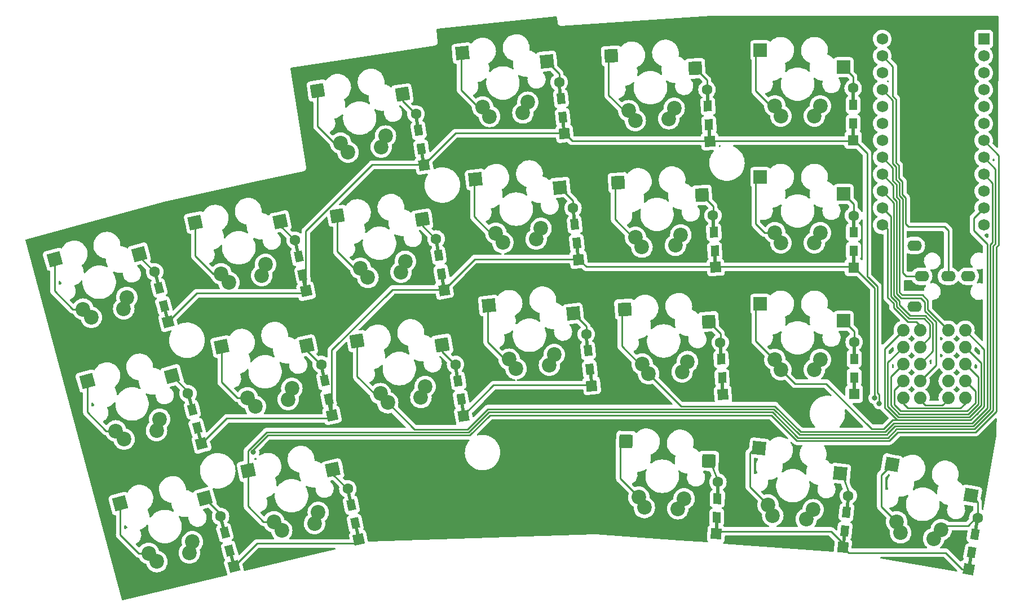
<source format=gtl>
%TF.GenerationSoftware,KiCad,Pcbnew,(6.0.0-0)*%
%TF.CreationDate,2022-02-11T16:55:03+07:00*%
%TF.ProjectId,Shrimp42-mirrored-rev2,53687269-6d70-4343-922d-6d6972726f72,rev?*%
%TF.SameCoordinates,Original*%
%TF.FileFunction,Copper,L1,Top*%
%TF.FilePolarity,Positive*%
%FSLAX46Y46*%
G04 Gerber Fmt 4.6, Leading zero omitted, Abs format (unit mm)*
G04 Created by KiCad (PCBNEW (6.0.0-0)) date 2022-02-11 16:55:03*
%MOMM*%
%LPD*%
G01*
G04 APERTURE LIST*
G04 Aperture macros list*
%AMRotRect*
0 Rectangle, with rotation*
0 The origin of the aperture is its center*
0 $1 length*
0 $2 width*
0 $3 Rotation angle, in degrees counterclockwise*
0 Add horizontal line*
21,1,$1,$2,0,0,$3*%
G04 Aperture macros list end*
%TA.AperFunction,SMDPad,CuDef*%
%ADD10RotRect,1.600000X1.200000X285.000000*%
%TD*%
%TA.AperFunction,SMDPad,CuDef*%
%ADD11RotRect,2.900000X0.500000X285.000000*%
%TD*%
%TA.AperFunction,ComponentPad*%
%ADD12RotRect,1.600000X1.600000X285.000000*%
%TD*%
%TA.AperFunction,ComponentPad*%
%ADD13C,1.600000*%
%TD*%
%TA.AperFunction,SMDPad,CuDef*%
%ADD14RotRect,1.600000X1.200000X282.000000*%
%TD*%
%TA.AperFunction,SMDPad,CuDef*%
%ADD15RotRect,2.900000X0.500000X282.000000*%
%TD*%
%TA.AperFunction,ComponentPad*%
%ADD16RotRect,1.600000X1.600000X282.000000*%
%TD*%
%TA.AperFunction,ComponentPad*%
%ADD17RotRect,1.600000X1.600000X279.000000*%
%TD*%
%TA.AperFunction,SMDPad,CuDef*%
%ADD18RotRect,2.900000X0.500000X279.000000*%
%TD*%
%TA.AperFunction,SMDPad,CuDef*%
%ADD19RotRect,1.600000X1.200000X279.000000*%
%TD*%
%TA.AperFunction,SMDPad,CuDef*%
%ADD20RotRect,2.900000X0.500000X276.000000*%
%TD*%
%TA.AperFunction,ComponentPad*%
%ADD21RotRect,1.600000X1.600000X276.000000*%
%TD*%
%TA.AperFunction,SMDPad,CuDef*%
%ADD22RotRect,1.600000X1.200000X276.000000*%
%TD*%
%TA.AperFunction,SMDPad,CuDef*%
%ADD23RotRect,1.600000X1.200000X273.000000*%
%TD*%
%TA.AperFunction,ComponentPad*%
%ADD24RotRect,1.600000X1.600000X273.000000*%
%TD*%
%TA.AperFunction,SMDPad,CuDef*%
%ADD25RotRect,2.900000X0.500000X273.000000*%
%TD*%
%TA.AperFunction,SMDPad,CuDef*%
%ADD26R,0.500000X2.900000*%
%TD*%
%TA.AperFunction,ComponentPad*%
%ADD27R,1.600000X1.600000*%
%TD*%
%TA.AperFunction,SMDPad,CuDef*%
%ADD28R,1.200000X1.600000*%
%TD*%
%TA.AperFunction,ComponentPad*%
%ADD29RotRect,1.600000X1.600000X268.000000*%
%TD*%
%TA.AperFunction,SMDPad,CuDef*%
%ADD30RotRect,1.600000X1.200000X268.000000*%
%TD*%
%TA.AperFunction,SMDPad,CuDef*%
%ADD31RotRect,2.900000X0.500000X268.000000*%
%TD*%
%TA.AperFunction,SMDPad,CuDef*%
%ADD32RotRect,1.600000X1.200000X264.000000*%
%TD*%
%TA.AperFunction,SMDPad,CuDef*%
%ADD33RotRect,2.900000X0.500000X264.000000*%
%TD*%
%TA.AperFunction,ComponentPad*%
%ADD34RotRect,1.600000X1.600000X264.000000*%
%TD*%
%TA.AperFunction,SMDPad,CuDef*%
%ADD35RotRect,2.900000X0.500000X260.000000*%
%TD*%
%TA.AperFunction,SMDPad,CuDef*%
%ADD36RotRect,1.600000X1.200000X260.000000*%
%TD*%
%TA.AperFunction,ComponentPad*%
%ADD37RotRect,1.600000X1.600000X260.000000*%
%TD*%
%TA.AperFunction,SMDPad,CuDef*%
%ADD38RotRect,2.000000X2.000000X195.000000*%
%TD*%
%TA.AperFunction,ComponentPad*%
%ADD39C,2.200000*%
%TD*%
%TA.AperFunction,SMDPad,CuDef*%
%ADD40RotRect,2.000000X2.000000X192.000000*%
%TD*%
%TA.AperFunction,SMDPad,CuDef*%
%ADD41RotRect,2.000000X2.000000X189.000000*%
%TD*%
%TA.AperFunction,SMDPad,CuDef*%
%ADD42RotRect,2.000000X2.000000X186.000000*%
%TD*%
%TA.AperFunction,SMDPad,CuDef*%
%ADD43RotRect,2.000000X2.000000X183.000000*%
%TD*%
%TA.AperFunction,SMDPad,CuDef*%
%ADD44R,2.000000X2.000000*%
%TD*%
%TA.AperFunction,SMDPad,CuDef*%
%ADD45RotRect,2.000000X2.000000X178.000000*%
%TD*%
%TA.AperFunction,SMDPad,CuDef*%
%ADD46RotRect,2.000000X2.000000X174.000000*%
%TD*%
%TA.AperFunction,SMDPad,CuDef*%
%ADD47RotRect,2.000000X2.000000X170.000000*%
%TD*%
%TA.AperFunction,ComponentPad*%
%ADD48C,1.879600*%
%TD*%
%TA.AperFunction,ComponentPad*%
%ADD49O,2.200000X1.600000*%
%TD*%
%TA.AperFunction,ComponentPad*%
%ADD50R,1.752600X1.752600*%
%TD*%
%TA.AperFunction,ComponentPad*%
%ADD51C,1.752600*%
%TD*%
%TA.AperFunction,ViaPad*%
%ADD52C,0.800000*%
%TD*%
%TA.AperFunction,Conductor*%
%ADD53C,0.250000*%
%TD*%
G04 APERTURE END LIST*
D10*
%TO.P,D-0-0,1*%
%TO.N,RL0*%
X35606651Y-60143963D03*
D11*
X35891352Y-61206482D03*
D12*
X36253698Y-62558778D03*
D11*
%TO.P,D-0-0,2*%
%TO.N,Net-(D-0-0-Pad2)*%
X34597256Y-56376852D03*
D10*
X34881957Y-57439371D03*
D13*
X34234910Y-55024556D03*
%TD*%
D14*
%TO.P,D-0-1,1*%
%TO.N,RL0*%
X56431074Y-55485784D03*
D15*
X56659777Y-56561746D03*
D16*
X56950854Y-57931153D03*
D13*
%TO.P,D-0-1,2*%
%TO.N,Net-(D-0-1-Pad2)*%
X55329142Y-50301601D03*
D14*
X55848922Y-52746970D03*
D15*
X55620219Y-51671008D03*
%TD*%
D17*
%TO.P,D-0-2,1*%
%TO.N,RL0*%
X74681087Y-39029284D03*
D18*
X74462079Y-37646520D03*
D19*
X74290001Y-36560063D03*
D18*
%TO.P,D-0-2,2*%
%TO.N,Net-(D-0-2-Pad2)*%
X73679907Y-32708078D03*
D13*
X73460899Y-31325314D03*
D19*
X73851985Y-33794535D03*
%TD*%
D20*
%TO.P,D-0-3,1*%
%TO.N,RL0*%
X95629767Y-32907362D03*
D21*
X95776107Y-34299692D03*
D22*
X95514786Y-31813388D03*
D13*
%TO.P,D-0-3,2*%
%TO.N,Net-(D-0-3-Pad2)*%
X94960785Y-26542422D03*
D22*
X95222106Y-29028726D03*
D20*
X95107125Y-27934752D03*
%TD*%
D23*
%TO.P,D-0-4,1*%
%TO.N,RL0*%
X117452429Y-32950853D03*
D24*
X117583269Y-35447427D03*
D25*
X117509999Y-34049346D03*
D13*
%TO.P,D-0-4,2*%
%TO.N,Net-(D-0-4-Pad2)*%
X117175049Y-27658117D03*
D25*
X117248319Y-29056198D03*
D23*
X117305889Y-30154691D03*
%TD*%
D26*
%TO.P,D-0-5,1*%
%TO.N,RL0*%
X139107246Y-33841289D03*
D27*
X139107246Y-35241289D03*
D28*
X139107246Y-32741289D03*
%TO.P,D-0-5,2*%
%TO.N,Net-(D-0-5-Pad2)*%
X139107246Y-29941289D03*
D13*
X139107246Y-27441289D03*
D26*
X139107246Y-28841289D03*
%TD*%
D12*
%TO.P,D-1-0,1*%
%TO.N,RL1*%
X41259145Y-80847721D03*
D10*
X40612098Y-78432906D03*
D11*
X40896799Y-79495425D03*
D13*
%TO.P,D-1-0,2*%
%TO.N,Net-(D-1-0-Pad2)*%
X39240357Y-73313499D03*
D10*
X39887404Y-75728314D03*
D11*
X39602703Y-74665795D03*
%TD*%
D16*
%TO.P,D-1-1,1*%
%TO.N,RL1*%
X60851326Y-76573969D03*
D15*
X60560249Y-75204562D03*
D14*
X60331546Y-74128600D03*
D15*
%TO.P,D-1-1,2*%
%TO.N,Net-(D-1-1-Pad2)*%
X59520691Y-70313824D03*
D14*
X59749394Y-71389786D03*
D13*
X59229614Y-68944417D03*
%TD*%
D17*
%TO.P,D-1-2,1*%
%TO.N,RL1*%
X77698932Y-57786039D03*
D18*
X77479924Y-56403275D03*
D19*
X77307846Y-55316818D03*
D18*
%TO.P,D-1-2,2*%
%TO.N,Net-(D-1-2-Pad2)*%
X76697752Y-51464833D03*
D13*
X76478744Y-50082069D03*
D19*
X76869830Y-52551290D03*
%TD*%
D22*
%TO.P,D-1-3,1*%
%TO.N,RL1*%
X97600246Y-50713151D03*
D20*
X97715227Y-51807125D03*
D21*
X97861567Y-53199455D03*
D13*
%TO.P,D-1-3,2*%
%TO.N,Net-(D-1-3-Pad2)*%
X97046245Y-45442185D03*
D20*
X97192585Y-46834515D03*
D22*
X97307566Y-47928489D03*
%TD*%
D24*
%TO.P,D-1-4,1*%
%TO.N,RL1*%
X118473490Y-54375176D03*
D25*
X118400220Y-52977095D03*
D23*
X118342650Y-51878602D03*
%TO.P,D-1-4,2*%
%TO.N,Net-(D-1-4-Pad2)*%
X118196110Y-49082440D03*
D13*
X118065270Y-46585866D03*
D25*
X118138540Y-47983947D03*
%TD*%
D28*
%TO.P,D-1-5,1*%
%TO.N,RL1*%
X139158046Y-51892889D03*
D26*
X139158046Y-52992889D03*
D27*
X139158046Y-54392889D03*
D26*
%TO.P,D-1-5,2*%
%TO.N,Net-(D-1-5-Pad2)*%
X139158046Y-47992889D03*
D13*
X139158046Y-46592889D03*
D28*
X139158046Y-49092889D03*
%TD*%
D12*
%TO.P,D-2-0,1*%
%TO.N,RL2*%
X46137909Y-99311029D03*
D11*
X45775563Y-97958733D03*
D10*
X45490862Y-96896214D03*
%TO.P,D-2-0,2*%
%TO.N,Net-(D-2-0-Pad2)*%
X44766168Y-94191622D03*
D13*
X44119121Y-91776807D03*
D11*
X44481467Y-93129103D03*
%TD*%
D14*
%TO.P,D-2-1,1*%
%TO.N,RL2*%
X64338371Y-92811318D03*
D16*
X64858151Y-95256687D03*
D15*
X64567074Y-93887280D03*
D14*
%TO.P,D-2-1,2*%
%TO.N,Net-(D-2-1-Pad2)*%
X63756219Y-90072504D03*
D15*
X63527516Y-88996542D03*
D13*
X63236439Y-87627135D03*
%TD*%
D17*
%TO.P,D-2-2,1*%
%TO.N,RL2*%
X80624414Y-76652857D03*
D18*
X80405406Y-75270093D03*
D19*
X80233328Y-74183636D03*
D18*
%TO.P,D-2-2,2*%
%TO.N,Net-(D-2-2-Pad2)*%
X79623234Y-70331651D03*
D19*
X79795312Y-71418108D03*
D13*
X79404226Y-68948887D03*
%TD*%
D22*
%TO.P,D-2-3,1*%
%TO.N,RL2*%
X99587900Y-69670679D03*
D21*
X99849221Y-72156983D03*
D20*
X99702881Y-70764653D03*
D22*
%TO.P,D-2-3,2*%
%TO.N,Net-(D-2-3-Pad2)*%
X99295220Y-66886017D03*
D13*
X99033899Y-64399713D03*
D20*
X99180239Y-65792043D03*
%TD*%
D24*
%TO.P,D-2-4,1*%
%TO.N,RL2*%
X119574610Y-73444481D03*
D25*
X119501340Y-72046400D03*
D23*
X119443770Y-70947907D03*
D13*
%TO.P,D-2-4,2*%
%TO.N,Net-(D-2-4-Pad2)*%
X119166390Y-65655171D03*
D23*
X119297230Y-68151745D03*
D25*
X119239660Y-67053252D03*
%TD*%
D27*
%TO.P,D-2-5,1*%
%TO.N,RL2*%
X139259646Y-73392089D03*
D28*
X139259646Y-70892089D03*
D26*
X139259646Y-71992089D03*
%TO.P,D-2-5,2*%
%TO.N,Net-(D-2-5-Pad2)*%
X139259646Y-66992089D03*
D13*
X139259646Y-65592089D03*
D28*
X139259646Y-68092089D03*
%TD*%
D29*
%TO.P,D-3-3,1*%
%TO.N,RL3*%
X118533551Y-94413368D03*
D30*
X118620800Y-91914891D03*
D31*
X118582410Y-93014221D03*
D13*
%TO.P,D-3-3,2*%
%TO.N,Net-(D-3-3-Pad2)*%
X118805767Y-86618120D03*
D30*
X118718518Y-89116597D03*
D31*
X118756908Y-88017267D03*
%TD*%
D32*
%TO.P,D-3-4,1*%
%TO.N,RL3*%
X137827319Y-93940075D03*
D33*
X137712338Y-95034049D03*
D34*
X137565998Y-96426379D03*
D32*
%TO.P,D-3-4,2*%
%TO.N,Net-(D-3-4-Pad2)*%
X138119999Y-91155413D03*
D13*
X138381320Y-88669109D03*
D33*
X138234980Y-90061439D03*
%TD*%
D35*
%TO.P,D-3-5,1*%
%TO.N,RL3*%
X156703722Y-98299181D03*
D36*
X156894735Y-97215893D03*
D37*
X156460614Y-99677912D03*
D36*
%TO.P,D-3-5,2*%
%TO.N,Net-(D-3-5-Pad2)*%
X157380949Y-94458431D03*
D13*
X157815070Y-91996412D03*
D35*
X157571962Y-93375143D03*
%TD*%
D38*
%TO.P,K-0-0,1*%
%TO.N,CL0*%
X19190888Y-53143759D03*
D39*
X24720483Y-61880285D03*
X23472234Y-60641132D03*
%TO.P,K-0-0,2*%
%TO.N,Net-(D-0-0-Pad2)*%
X29588749Y-60575837D03*
D38*
X31922361Y-52361973D03*
D39*
X30050189Y-58878575D03*
%TD*%
%TO.P,K-0-1,1*%
%TO.N,CL1*%
X44205411Y-55323659D03*
X45387097Y-56626441D03*
D40*
X40322314Y-47612493D03*
D39*
%TO.P,K-0-1,2*%
%TO.N,Net-(D-0-1-Pad2)*%
X50316961Y-55578567D03*
D40*
X53077255Y-47498091D03*
D39*
X50866596Y-53907780D03*
%TD*%
D41*
%TO.P,K-0-2,1*%
%TO.N,CL2*%
X58682717Y-27795803D03*
D39*
X62156921Y-35699627D03*
X63268805Y-37062469D03*
%TO.P,K-0-2,2*%
%TO.N,Net-(D-0-2-Pad2)*%
X68246755Y-36274039D03*
X68883079Y-34634309D03*
D41*
X71426165Y-28349101D03*
%TD*%
D39*
%TO.P,K-0-3,1*%
%TO.N,CL3*%
X83472890Y-30275695D03*
X84511925Y-31694861D03*
D42*
X80417102Y-22200877D03*
D39*
%TO.P,K-0-3,2*%
%TO.N,Net-(D-0-3-Pad2)*%
X90245584Y-29563856D03*
X89524316Y-31168037D03*
D42*
X93114128Y-23420357D03*
%TD*%
D39*
%TO.P,K-0-4,1*%
%TO.N,CL4*%
X106399389Y-32295626D03*
X105436051Y-30824027D03*
D43*
X102807054Y-22600347D03*
%TO.P,K-0-4,2*%
%TO.N,Net-(D-0-4-Pad2)*%
X115422856Y-24482667D03*
D39*
X111432482Y-32031853D03*
X112236718Y-30467619D03*
%TD*%
%TO.P,K-0-5,1*%
%TO.N,CL5*%
X128250357Y-31630828D03*
X127365357Y-30110828D03*
D44*
X125170357Y-21760828D03*
D39*
%TO.P,K-0-5,2*%
%TO.N,Net-(D-0-5-Pad2)*%
X133290357Y-31630828D03*
D44*
X137670357Y-24300828D03*
D39*
X134175357Y-30110828D03*
%TD*%
%TO.P,K-1-0,1*%
%TO.N,CL0*%
X29641279Y-80170239D03*
D38*
X24111684Y-71433713D03*
D39*
X28393030Y-78931086D03*
%TO.P,K-1-0,2*%
%TO.N,Net-(D-1-0-Pad2)*%
X34970985Y-77168529D03*
D38*
X36843157Y-70651927D03*
D39*
X34509545Y-78865791D03*
%TD*%
%TO.P,K-1-1,1*%
%TO.N,CL1*%
X49347811Y-75260153D03*
X48166125Y-73957371D03*
D40*
X44283028Y-66246205D03*
D39*
%TO.P,K-1-1,2*%
%TO.N,Net-(D-1-1-Pad2)*%
X54827310Y-72541492D03*
X54277675Y-74212279D03*
D40*
X57037969Y-66131803D03*
%TD*%
D39*
%TO.P,K-1-2,1*%
%TO.N,CL2*%
X66248879Y-55877931D03*
X65136995Y-54515089D03*
D41*
X61662791Y-46611265D03*
D39*
%TO.P,K-1-2,2*%
%TO.N,Net-(D-1-2-Pad2)*%
X71226829Y-55089501D03*
X71863153Y-53449771D03*
D41*
X74406239Y-47164563D03*
%TD*%
D42*
%TO.P,K-1-3,1*%
%TO.N,CL3*%
X82408370Y-41146517D03*
D39*
X86503193Y-50640501D03*
X85464158Y-49221335D03*
D42*
%TO.P,K-1-3,2*%
%TO.N,Net-(D-1-3-Pad2)*%
X95105396Y-42365997D03*
D39*
X91515584Y-50113677D03*
X92236852Y-48509496D03*
%TD*%
D43*
%TO.P,K-1-4,1*%
%TO.N,CL4*%
X103804053Y-41624239D03*
D39*
X107396388Y-51319518D03*
X106433050Y-49847919D03*
%TO.P,K-1-4,2*%
%TO.N,Net-(D-1-4-Pad2)*%
X112429481Y-51055745D03*
D43*
X116419855Y-43506559D03*
D39*
X113233717Y-49491511D03*
%TD*%
%TO.P,K-1-5,1*%
%TO.N,CL5*%
X128250357Y-50680828D03*
D44*
X125170357Y-40810828D03*
D39*
X127365357Y-49160828D03*
D44*
%TO.P,K-1-5,2*%
%TO.N,Net-(D-1-5-Pad2)*%
X137670357Y-43350828D03*
D39*
X133290357Y-50680828D03*
X134175357Y-49160828D03*
%TD*%
%TO.P,K-2-0,1*%
%TO.N,CL0*%
X33323534Y-97331972D03*
X34571783Y-98571125D03*
D38*
X29042188Y-89834599D03*
D39*
%TO.P,K-2-0,2*%
%TO.N,Net-(D-2-0-Pad2)*%
X39901489Y-95569415D03*
X39440049Y-97266677D03*
D38*
X41773661Y-89052813D03*
%TD*%
D40*
%TO.P,K-2-1,1*%
%TO.N,CL1*%
X48243749Y-84879916D03*
D39*
X52126846Y-92591082D03*
X53308532Y-93893864D03*
%TO.P,K-2-1,2*%
%TO.N,Net-(D-2-1-Pad2)*%
X58788031Y-91175203D03*
D40*
X60998690Y-84765514D03*
D39*
X58238396Y-92845990D03*
%TD*%
%TO.P,K-2-2,1*%
%TO.N,CL2*%
X68117072Y-73330551D03*
X69228956Y-74693393D03*
D41*
X64642868Y-65426727D03*
%TO.P,K-2-2,2*%
%TO.N,Net-(D-2-2-Pad2)*%
X77386316Y-65980025D03*
D39*
X74206906Y-73904963D03*
X74843230Y-72265233D03*
%TD*%
D42*
%TO.P,K-2-3,1*%
%TO.N,CL3*%
X84399636Y-60092160D03*
D39*
X87455424Y-68166978D03*
X88494459Y-69586144D03*
D42*
%TO.P,K-2-3,2*%
%TO.N,Net-(D-2-3-Pad2)*%
X97096662Y-61311640D03*
D39*
X93506850Y-69059320D03*
X94228118Y-67455139D03*
%TD*%
D43*
%TO.P,K-2-4,1*%
%TO.N,CL4*%
X104801054Y-60648132D03*
D39*
X107430051Y-68871812D03*
X108393389Y-70343411D03*
%TO.P,K-2-4,2*%
%TO.N,Net-(D-2-4-Pad2)*%
X114230718Y-68515404D03*
X113426482Y-70079638D03*
D43*
X117416856Y-62530452D03*
%TD*%
D39*
%TO.P,K-2-5,1*%
%TO.N,CL5*%
X128250357Y-69730828D03*
D44*
X125170357Y-59860828D03*
D39*
X127365357Y-68210828D03*
%TO.P,K-2-5,2*%
%TO.N,Net-(D-2-5-Pad2)*%
X133290357Y-69730828D03*
X134175357Y-68210828D03*
D44*
X137670357Y-62400828D03*
%TD*%
D45*
%TO.P,K-3-3,1*%
%TO.N,CL3*%
X105020760Y-80468201D03*
D39*
X106923012Y-88889719D03*
X107754426Y-90439679D03*
%TO.P,K-3-3,2*%
%TO.N,Net-(D-3-3-Pad2)*%
X113728863Y-89127385D03*
X112791355Y-90615573D03*
D45*
X117424500Y-83442898D03*
%TD*%
D39*
%TO.P,K-3-4,1*%
%TO.N,CL4*%
X126320704Y-90059111D03*
X127041972Y-91663292D03*
D46*
X125010541Y-81525413D03*
%TO.P,K-3-4,2*%
%TO.N,Net-(D-3-4-Pad2)*%
X137176562Y-85358105D03*
D39*
X133093398Y-90770950D03*
X132054363Y-92190116D03*
%TD*%
%TO.P,K-3-5,1*%
%TO.N,CL5*%
X146242569Y-94236580D03*
D47*
X144923268Y-83981691D03*
D39*
X145634959Y-92585993D03*
%TO.P,K-3-5,2*%
%TO.N,Net-(D-3-5-Pad2)*%
X151206000Y-95111767D03*
D47*
X156792299Y-88653705D03*
D39*
X152341500Y-93768537D03*
%TD*%
D48*
%TO.P,J1,1,Pin_1*%
%TO.N,CL5*%
X146620453Y-63793147D03*
%TO.P,J1,2,Pin_2*%
%TO.N,RC3*%
X149160453Y-63793147D03*
%TO.P,J1,3,Pin_3*%
%TO.N,CL4*%
X146620453Y-66333147D03*
%TO.P,J1,4,Pin_4*%
%TO.N,RC2*%
X149160453Y-66333147D03*
%TO.P,J1,5,Pin_5*%
%TO.N,CL3*%
X146620453Y-68873147D03*
%TO.P,J1,6,Pin_6*%
%TO.N,RC1*%
X149160453Y-68873147D03*
%TO.P,J1,7,Pin_7*%
%TO.N,CL2*%
X146620453Y-71413147D03*
%TO.P,J1,8,Pin_8*%
%TO.N,RC0*%
X149160453Y-71413147D03*
%TO.P,J1,9,Pin_9*%
%TO.N,CL1*%
X146620453Y-73953147D03*
%TO.P,J1,10,Pin_10*%
%TO.N,CL0*%
X149160453Y-73953147D03*
%TD*%
D49*
%TO.P,U2,1,SLEEVE*%
%TO.N,SDA*%
X148296853Y-60293147D03*
X148296853Y-51093147D03*
%TO.P,U2,2,TIP*%
%TO.N,VCC*%
X149396853Y-55693147D03*
%TO.P,U2,3,RING1*%
%TO.N,GND*%
X153396853Y-55693147D03*
%TO.P,U2,4,RING2*%
%TO.N,unconnected-(U2-Pad4)*%
X156396853Y-55693147D03*
%TD*%
D50*
%TO.P,U1,1,TX*%
%TO.N,unconnected-(U1-Pad1)*%
X158710853Y-20059897D03*
D51*
%TO.P,U1,2,RX*%
%TO.N,unconnected-(U1-Pad2)*%
X158710853Y-22599897D03*
%TO.P,U1,3,GND*%
%TO.N,unconnected-(U1-Pad3)*%
X158710853Y-25139897D03*
%TO.P,U1,4,GND*%
%TO.N,unconnected-(U1-Pad4)*%
X158710853Y-27679897D03*
%TO.P,U1,5,SDA*%
%TO.N,SDA*%
X158710853Y-30219897D03*
%TO.P,U1,6,SCL*%
%TO.N,unconnected-(U1-Pad6)*%
X158710853Y-32759897D03*
%TO.P,U1,7,D4*%
%TO.N,CL0*%
X158710853Y-35299897D03*
%TO.P,U1,8,C6*%
%TO.N,CL1*%
X158710853Y-37839897D03*
%TO.P,U1,9,D7*%
%TO.N,CL2*%
X158710853Y-40379897D03*
%TO.P,U1,10,E6*%
%TO.N,CL3*%
X158710853Y-42919897D03*
%TO.P,U1,11,B4*%
%TO.N,CL4*%
X158710853Y-45459897D03*
%TO.P,U1,12,B5*%
%TO.N,CL5*%
X158710853Y-47999897D03*
%TO.P,U1,13,B6*%
%TO.N,RC3*%
X143470853Y-47999897D03*
%TO.P,U1,14,B2*%
%TO.N,RC2*%
X143470853Y-45459897D03*
%TO.P,U1,15,B3*%
%TO.N,RC1*%
X143470853Y-42919897D03*
%TO.P,U1,16,B1*%
%TO.N,RC0*%
X143470853Y-40379897D03*
%TO.P,U1,17,F7*%
%TO.N,RL3*%
X143470853Y-37839897D03*
%TO.P,U1,18,F6*%
%TO.N,RL2*%
X143470853Y-35299897D03*
%TO.P,U1,19,F5*%
%TO.N,RL1*%
X143470853Y-32759897D03*
%TO.P,U1,20,F4*%
%TO.N,RL0*%
X143470853Y-30219897D03*
%TO.P,U1,21,VCC*%
%TO.N,VCC*%
X143470853Y-27679897D03*
%TO.P,U1,22,RST*%
%TO.N,unconnected-(U1-Pad22)*%
X143470853Y-25139897D03*
%TO.P,U1,23,GND*%
%TO.N,GND*%
X143470853Y-22599897D03*
%TO.P,U1,24,RAW*%
%TO.N,unconnected-(U1-Pad24)*%
X143470853Y-20059897D03*
%TD*%
D48*
%TO.P,J2,1,Pin_1*%
%TO.N,CL5*%
X155916853Y-63793147D03*
%TO.P,J2,2,Pin_2*%
%TO.N,RL3*%
X153376853Y-63793147D03*
%TO.P,J2,3,Pin_3*%
%TO.N,CL4*%
X155916853Y-66333147D03*
%TO.P,J2,4,Pin_4*%
%TO.N,RL2*%
X153376853Y-66333147D03*
%TO.P,J2,5,Pin_5*%
%TO.N,CL3*%
X155916853Y-68873147D03*
%TO.P,J2,6,Pin_6*%
%TO.N,RL1*%
X153376853Y-68873147D03*
%TO.P,J2,7,Pin_7*%
%TO.N,CL2*%
X155916853Y-71413147D03*
%TO.P,J2,8,Pin_8*%
%TO.N,RL0*%
X153376853Y-71413147D03*
%TO.P,J2,9,Pin_9*%
%TO.N,CL1*%
X155916853Y-73953147D03*
%TO.P,J2,10,Pin_10*%
%TO.N,CL0*%
X153376853Y-73953147D03*
%TD*%
D52*
%TO.N,RL0*%
X143022980Y-74785280D03*
%TO.N,RL1*%
X142298480Y-73966447D03*
%TO.N,CL0*%
X49035803Y-82138396D03*
%TD*%
D53*
%TO.N,Net-(D-1-0-Pad2)*%
X36843157Y-70651927D02*
X39263650Y-73072420D01*
%TO.N,Net-(D-1-1-Pad2)*%
X59248326Y-69032451D02*
X57037969Y-66822094D01*
%TO.N,Net-(D-1-2-Pad2)*%
X74406239Y-48084377D02*
X74406239Y-47164563D01*
X76492823Y-50170961D02*
X74406239Y-48084377D01*
%TO.N,Net-(D-1-3-Pad2)*%
X97055653Y-44316254D02*
X95105396Y-42365997D01*
X97055653Y-45531692D02*
X97055653Y-44316254D01*
%TO.N,Net-(D-1-4-Pad2)*%
X118069980Y-46675742D02*
X118069980Y-45156684D01*
X118069980Y-45156684D02*
X116419855Y-43506559D01*
%TO.N,Net-(D-1-5-Pad2)*%
X139158046Y-46682889D02*
X139158046Y-44838517D01*
X139158046Y-44838517D02*
X137670357Y-43350828D01*
%TO.N,Net-(D-2-0-Pad2)*%
X41773661Y-89052813D02*
X44142414Y-91421566D01*
%TO.N,Net-(D-2-1-Pad2)*%
X63255151Y-87715169D02*
X60998690Y-85458708D01*
%TO.N,Net-(D-2-2-Pad2)*%
X77386316Y-65980025D02*
X77386316Y-67005790D01*
X77386316Y-67005790D02*
X79418305Y-69037779D01*
%TO.N,Net-(D-2-3-Pad2)*%
X99043307Y-64489220D02*
X99043307Y-63258285D01*
X99043307Y-63258285D02*
X97096662Y-61311640D01*
%TO.N,Net-(D-2-4-Pad2)*%
X119171100Y-65745047D02*
X119171100Y-64284696D01*
X119171100Y-64284696D02*
X117416856Y-62530452D01*
%TO.N,Net-(D-2-5-Pad2)*%
X139259646Y-63990117D02*
X137670357Y-62400828D01*
X139259646Y-65682089D02*
X139259646Y-63990117D01*
%TO.N,Net-(D-3-3-Pad2)*%
X117435571Y-82963182D02*
X118818613Y-86410810D01*
%TO.N,Net-(D-3-4-Pad2)*%
X137257743Y-84827589D02*
X138489499Y-88359761D01*
%TO.N,Net-(D-3-5-Pad2)*%
X152459087Y-93217282D02*
X156343417Y-93217282D01*
X156343417Y-93217282D02*
X157854846Y-91705853D01*
X157815070Y-91996412D02*
X157815070Y-89676476D01*
X157815070Y-89676476D02*
X156792299Y-88653705D01*
%TO.N,RL0*%
X56626060Y-58255947D02*
X40556529Y-58255947D01*
X96914065Y-35357551D02*
X95766699Y-34210185D01*
X141348238Y-55857362D02*
X141184853Y-55693977D01*
X141348238Y-55857362D02*
X141353762Y-55857362D01*
X117578559Y-35357551D02*
X138900984Y-35357551D01*
X141184853Y-37228896D02*
X139107246Y-35151289D01*
X141184853Y-55693977D02*
X141184853Y-37228896D01*
X143022980Y-74785280D02*
X143022980Y-73486620D01*
X56932142Y-57843119D02*
X56932142Y-48907596D01*
X117578559Y-35357551D02*
X96914065Y-35357551D01*
X40556529Y-58255947D02*
X36253698Y-62558778D01*
X79397215Y-34210185D02*
X74667008Y-38940392D01*
X141353762Y-55857362D02*
X142748000Y-57251600D01*
X66899346Y-38940392D02*
X74667008Y-38940392D01*
X95766699Y-34210185D02*
X79397215Y-34210185D01*
X56932142Y-48907596D02*
X66899346Y-38940392D01*
X143022980Y-73486620D02*
X142748000Y-73211640D01*
X142748000Y-73211640D02*
X142748000Y-57251600D01*
%TO.N,VCC*%
X145517798Y-39251125D02*
X145045653Y-38778979D01*
X145045653Y-29254697D02*
X143470853Y-27679897D01*
X150013853Y-55665147D02*
X147046933Y-55665147D01*
X146538933Y-44080825D02*
X146043518Y-43585410D01*
X145045653Y-38778979D02*
X145045653Y-29254697D01*
X146043518Y-41681126D02*
X145517798Y-41155406D01*
X145517798Y-41155406D02*
X145517798Y-39251125D01*
X147046933Y-55665147D02*
X146538933Y-55157147D01*
X146043518Y-43585410D02*
X146043518Y-41681126D01*
X146538933Y-55157147D02*
X146538933Y-44080825D01*
%TO.N,RL1*%
X118468780Y-54285300D02*
X99027511Y-54285300D01*
X82272052Y-53109948D02*
X77684853Y-57697147D01*
X45054919Y-77051947D02*
X41259145Y-80847721D01*
X118468780Y-54285300D02*
X139140457Y-54285300D01*
X60832614Y-66802663D02*
X69938130Y-57697147D01*
X60832614Y-76485935D02*
X60832614Y-66802663D01*
X99027511Y-54285300D02*
X97852159Y-53109948D01*
X139158046Y-54302889D02*
X142298480Y-57443322D01*
X69938130Y-57697147D02*
X77684853Y-57697147D01*
X60373348Y-77051947D02*
X45054919Y-77051947D01*
X97852159Y-53109948D02*
X82272052Y-53109948D01*
X142298480Y-57443322D02*
X142298480Y-73966447D01*
%TO.N,RL2*%
X64266891Y-95847947D02*
X49600991Y-95847947D01*
X49600991Y-95847947D02*
X46137909Y-99311029D01*
X85106824Y-72067476D02*
X80610335Y-76563965D01*
X99839813Y-72067476D02*
X85106824Y-72067476D01*
X64858151Y-95256687D02*
X64266891Y-95847947D01*
%TO.N,RL3*%
X150300124Y-59318702D02*
X150300124Y-60716418D01*
X155416227Y-99677912D02*
X156460614Y-99677912D01*
X145068278Y-41341604D02*
X145593998Y-41867324D01*
X146089413Y-44267022D02*
X146089413Y-58155989D01*
X150300124Y-60716418D02*
X153376853Y-63793147D01*
X143470853Y-37839897D02*
X145068278Y-39437322D01*
X145068278Y-39437322D02*
X145068278Y-41341604D01*
X145593998Y-43771607D02*
X146089413Y-44267022D01*
X137635894Y-96426379D02*
X138430859Y-97221344D01*
X145593998Y-41867324D02*
X145593998Y-43771607D01*
X146089413Y-58155989D02*
X146451051Y-58517627D01*
X149499049Y-58517627D02*
X150300124Y-59318702D01*
X137565998Y-96426379D02*
X137635894Y-96426379D01*
X135781144Y-94026168D02*
X137692993Y-95938017D01*
X146451051Y-58517627D02*
X149499049Y-58517627D01*
X138430859Y-97221344D02*
X152959659Y-97221344D01*
X152959659Y-97221344D02*
X155416227Y-99677912D01*
X118552679Y-94026168D02*
X135781144Y-94026168D01*
%TO.N,CL0*%
X24111684Y-71433713D02*
X24111684Y-76120684D01*
X157494244Y-79111697D02*
X160587493Y-76018447D01*
X153376853Y-74207147D02*
X152517937Y-75066063D01*
X19190888Y-57915420D02*
X21916600Y-60641132D01*
X130657600Y-80416400D02*
X144526000Y-80416400D01*
X29042188Y-89834599D02*
X29042188Y-94521570D01*
X26922086Y-78931086D02*
X28393030Y-78931086D01*
X21916600Y-60641132D02*
X23472234Y-60641132D01*
X149160453Y-74308747D02*
X149917769Y-75066063D01*
X49035803Y-82138396D02*
X49035803Y-81749515D01*
X160587493Y-51347147D02*
X160953318Y-50981322D01*
X51208059Y-79577259D02*
X81576313Y-79577259D01*
X144526000Y-80416400D02*
X145830702Y-79111698D01*
X19190888Y-53143759D02*
X19190888Y-57915420D01*
X29042188Y-94521570D02*
X31852590Y-97331972D01*
X49035803Y-81749515D02*
X51208059Y-79577259D01*
X160953318Y-50981322D02*
X160953318Y-37542362D01*
X149917769Y-75066063D02*
X152517937Y-75066063D01*
X145830702Y-79111698D02*
X157494244Y-79111697D01*
X81576313Y-79577259D02*
X84589545Y-76564027D01*
X160953318Y-37542362D02*
X158710853Y-35299897D01*
X160587493Y-76018447D02*
X160587493Y-51347147D01*
X31852590Y-97331972D02*
X33323534Y-97331972D01*
X24111684Y-76120684D02*
X26922086Y-78931086D01*
X84589545Y-76564027D02*
X126805227Y-76564027D01*
X126805227Y-76564027D02*
X130657600Y-80416400D01*
%TO.N,CL1*%
X40322314Y-52640275D02*
X43005698Y-55323659D01*
X44283028Y-71629908D02*
X46610491Y-73957371D01*
X48243749Y-81905851D02*
X51021861Y-79127739D01*
X81390115Y-79127739D02*
X84403347Y-76114507D01*
X144339802Y-79966880D02*
X145584689Y-78721993D01*
X48243749Y-90263619D02*
X50571212Y-92591082D01*
X155916853Y-74816747D02*
X155218017Y-75515583D01*
X145584689Y-78721993D02*
X145584689Y-78662196D01*
X155916853Y-73953147D02*
X155916853Y-74816747D01*
X130843798Y-79966880D02*
X144339802Y-79966880D01*
X157308050Y-78662187D02*
X160137973Y-75832264D01*
X160481173Y-39610217D02*
X158710853Y-37839897D01*
X146620453Y-74816747D02*
X147319289Y-75515583D01*
X160137973Y-75832264D02*
X160137973Y-51160949D01*
X145584689Y-78662196D02*
X145584698Y-78662187D01*
X48243749Y-84879916D02*
X48243749Y-81905851D01*
X46610491Y-73957371D02*
X48166125Y-73957371D01*
X146620453Y-73953147D02*
X146620453Y-74816747D01*
X50571212Y-92591082D02*
X52126846Y-92591082D01*
X126991425Y-76114507D02*
X130843798Y-79966880D01*
X160481173Y-50817749D02*
X160481173Y-39610217D01*
X48243749Y-84879916D02*
X48243749Y-90263619D01*
X43005698Y-55323659D02*
X44205411Y-55323659D01*
X147319289Y-75515583D02*
X155218017Y-75515583D01*
X145584698Y-78662187D02*
X157308050Y-78662187D01*
X40322314Y-47612493D02*
X40322314Y-52640275D01*
X51021861Y-79127739D02*
X81390115Y-79127739D01*
X84403347Y-76114507D02*
X126991425Y-76114507D01*
X160137973Y-51160949D02*
X160481173Y-50817749D01*
X44283028Y-66246205D02*
X44283028Y-71629908D01*
%TO.N,RC0*%
X149270755Y-58967147D02*
X149850604Y-59546996D01*
X145144478Y-43957805D02*
X145639893Y-44453220D01*
X146264853Y-58967147D02*
X149270755Y-58967147D01*
X145639893Y-58342187D02*
X146264853Y-58967147D01*
X143470853Y-40379897D02*
X145144478Y-42053522D01*
X149850604Y-60902616D02*
X151534994Y-62587006D01*
X151534994Y-69038606D02*
X149160453Y-71413147D01*
X149850604Y-59546996D02*
X149850604Y-60902616D01*
X145639893Y-44453220D02*
X145639893Y-58342187D01*
X151534994Y-62587006D02*
X151534994Y-69038606D01*
X145144478Y-42053522D02*
X145144478Y-43957805D01*
%TO.N,CL2*%
X144271282Y-79399682D02*
X144153604Y-79517360D01*
X159688444Y-75646076D02*
X159688444Y-75646090D01*
X158710853Y-40379897D02*
X160031653Y-41700697D01*
X58682717Y-33155364D02*
X61226980Y-35699627D01*
X159688453Y-75646067D02*
X159688444Y-75646076D01*
X157121844Y-78212676D02*
X145398492Y-78212676D01*
X64642868Y-65426727D02*
X64642868Y-70786288D01*
X58682717Y-27795803D02*
X58682717Y-33155364D01*
X144271282Y-79339886D02*
X144271282Y-79399682D01*
X127177623Y-75664987D02*
X84217149Y-75664987D01*
X61662791Y-46611265D02*
X61662791Y-51970826D01*
X81203917Y-78678219D02*
X73213781Y-78678219D01*
X155916853Y-71413147D02*
X157440853Y-72937147D01*
X146244764Y-75965058D02*
X145248853Y-74969147D01*
X145398492Y-78212676D02*
X144271282Y-79339886D01*
X144153604Y-79517360D02*
X131029996Y-79517360D01*
X73213781Y-78678219D02*
X69228956Y-74693393D01*
X160031653Y-50631551D02*
X159688453Y-50974751D01*
X156190897Y-75965103D02*
X146844402Y-75965103D01*
X146844357Y-75965058D02*
X146244764Y-75965058D01*
X145248853Y-72784747D02*
X146620453Y-71413147D01*
X160031653Y-41700697D02*
X160031653Y-50631551D01*
X159688453Y-50974751D02*
X159688453Y-75646067D01*
X131029996Y-79517360D02*
X127177623Y-75664987D01*
X159688444Y-75646090D02*
X157121868Y-78212666D01*
X157121854Y-78212666D02*
X157121844Y-78212676D01*
X84217149Y-75664987D02*
X81203917Y-78678219D01*
X146844402Y-75965103D02*
X146844357Y-75965058D01*
X157440853Y-74715147D02*
X156190897Y-75965103D01*
X64642868Y-70786288D02*
X67187131Y-73330551D01*
X157121868Y-78212666D02*
X157121854Y-78212666D01*
X145248853Y-74969147D02*
X145248853Y-72784747D01*
X157440853Y-72937147D02*
X157440853Y-74715147D01*
X61662791Y-51970826D02*
X64207054Y-54515089D01*
%TO.N,RC1*%
X147651813Y-61624107D02*
X146061653Y-60033947D01*
X146061653Y-59399665D02*
X145190373Y-58528385D01*
X149936378Y-61624107D02*
X147651813Y-61624107D01*
X149160453Y-68873147D02*
X151085474Y-66948126D01*
X145190373Y-44639417D02*
X143470853Y-42919897D01*
X151085474Y-66948126D02*
X151085474Y-62773203D01*
X145190373Y-58528385D02*
X145190373Y-44639417D01*
X151085474Y-62773203D02*
X149936378Y-61624107D01*
X146061653Y-60033947D02*
X146061653Y-59399665D01*
%TO.N,CL3*%
X80240737Y-27705908D02*
X82810524Y-30275695D01*
X156377090Y-76414614D02*
X146566616Y-76414614D01*
X157890373Y-70846667D02*
X157890373Y-74901331D01*
X104138633Y-86105340D02*
X106923012Y-88889719D01*
X155916853Y-68873147D02*
X157890373Y-70846667D01*
X146566616Y-76414614D02*
X146566580Y-76414578D01*
X146566580Y-76414578D02*
X146058580Y-76414578D01*
X80240737Y-22377242D02*
X80240737Y-27705908D01*
X105020760Y-80468201D02*
X104138633Y-81350328D01*
X82232005Y-46750299D02*
X84703041Y-49221335D01*
X84223271Y-60268525D02*
X84223271Y-65597191D01*
X144740853Y-75096851D02*
X144740853Y-70752747D01*
X104138633Y-81350328D02*
X104138633Y-86105340D01*
X84223271Y-65597191D02*
X86793058Y-68166978D01*
X82232005Y-41322882D02*
X82232005Y-46750299D01*
X157890373Y-74901331D02*
X156377090Y-76414614D01*
X144740853Y-70752747D02*
X146620453Y-68873147D01*
X146058580Y-76414578D02*
X144740853Y-75096851D01*
%TO.N,RC2*%
X145612133Y-60220145D02*
X145612133Y-59585863D01*
X144740853Y-46729897D02*
X143470853Y-45459897D01*
X144740853Y-58714583D02*
X144740853Y-46729897D01*
X149750180Y-62073627D02*
X147465616Y-62073627D01*
X145612133Y-59585863D02*
X144740853Y-58714583D01*
X147465616Y-62073627D02*
X145612133Y-60220145D01*
X149160453Y-66333147D02*
X150635954Y-64857646D01*
X150635954Y-62959401D02*
X149750180Y-62073627D01*
X150635954Y-64857646D02*
X150635954Y-62959401D01*
%TO.N,CL4*%
X156563283Y-76864125D02*
X158339893Y-75087515D01*
X104361687Y-66201170D02*
X107032329Y-68871812D01*
X102367687Y-28485330D02*
X104706384Y-30824027D01*
X145835156Y-77763156D02*
X156935674Y-77763156D01*
X146620453Y-66333147D02*
X144291333Y-68662267D01*
X143907610Y-79067840D02*
X145212294Y-77763156D01*
X157237653Y-48857947D02*
X157237653Y-46933097D01*
X145872396Y-76864098D02*
X146380382Y-76864098D01*
X158339893Y-68756187D02*
X155916853Y-66333147D01*
X157237653Y-46933097D02*
X158710853Y-45459897D01*
X131216194Y-79067840D02*
X143907610Y-79067840D01*
X104361687Y-66085981D02*
X104361687Y-66201170D01*
X144291333Y-75283035D02*
X145872396Y-76864098D01*
X104361687Y-61087499D02*
X104361687Y-66085981D01*
X159238933Y-50859227D02*
X157237653Y-48857947D01*
X103364686Y-47177277D02*
X106035328Y-49847919D01*
X102367687Y-23039714D02*
X102367687Y-28485330D01*
X123582653Y-87321060D02*
X126320704Y-90059111D01*
X124846703Y-80994897D02*
X123582653Y-82258947D01*
X156935674Y-77763156D02*
X159238933Y-75459897D01*
X113265445Y-75215467D02*
X108393389Y-70343411D01*
X145212294Y-77763156D02*
X145835156Y-77763156D01*
X159238933Y-75459897D02*
X159238933Y-50859227D01*
X127171733Y-75215467D02*
X127363820Y-75215467D01*
X146380382Y-76864098D02*
X146380409Y-76864125D01*
X127171733Y-75215467D02*
X113265445Y-75215467D01*
X158339893Y-75087515D02*
X158339893Y-68756187D01*
X123582653Y-82258947D02*
X123582653Y-87321060D01*
X127363820Y-75215467D02*
X131216194Y-79067840D01*
X103364686Y-42063606D02*
X103364686Y-47177277D01*
X144291333Y-68662267D02*
X144291333Y-75283035D01*
X146380409Y-76864125D02*
X156563283Y-76864125D01*
%TO.N,RC3*%
X144291333Y-48611627D02*
X143679603Y-47999897D01*
X144291333Y-58900781D02*
X144291333Y-48611627D01*
X148550853Y-62523147D02*
X147279418Y-62523147D01*
X145162613Y-59772061D02*
X144291333Y-58900781D01*
X149160453Y-63132747D02*
X148550853Y-62523147D01*
X145162613Y-60406342D02*
X145162613Y-59772061D01*
X147279418Y-62523147D02*
X145162613Y-60406342D01*
%TO.N,CL5*%
X143721412Y-78618320D02*
X141864320Y-78618320D01*
X145686230Y-77313636D02*
X145026096Y-77313636D01*
X156749475Y-77313636D02*
X157727713Y-76335398D01*
X143328715Y-85576244D02*
X143328715Y-90279749D01*
X143328715Y-90279749D02*
X145634959Y-92585993D01*
X143841813Y-66571787D02*
X146620453Y-63793147D01*
X145026096Y-77313636D02*
X143721412Y-78618320D01*
X124465836Y-60565349D02*
X124465836Y-65448042D01*
X124465836Y-65448042D02*
X127228622Y-68210828D01*
X144168297Y-75795703D02*
X144168284Y-75795703D01*
X145686230Y-77313636D02*
X156749475Y-77313636D01*
X124465836Y-27846307D02*
X126730357Y-30110828D01*
X125809723Y-49160828D02*
X127365357Y-49160828D01*
X135077200Y-71831200D02*
X130350729Y-71831200D01*
X145686230Y-77313636D02*
X144168297Y-75795703D01*
X144923268Y-83981691D02*
X143328715Y-85576244D01*
X155916853Y-63793147D02*
X158789413Y-66665707D01*
X144168284Y-75795703D02*
X143841813Y-75469232D01*
X124465836Y-47816941D02*
X125809723Y-49160828D01*
X124465836Y-22465349D02*
X124465836Y-27846307D01*
X158789413Y-75273699D02*
X157727713Y-76335398D01*
X130350729Y-71831200D02*
X128250357Y-69730828D01*
X124465836Y-41515349D02*
X124465836Y-47816941D01*
X141864320Y-78618320D02*
X135077200Y-71831200D01*
X158789413Y-66665707D02*
X158789413Y-75273699D01*
X157727713Y-76335398D02*
X156749476Y-77313636D01*
X143841813Y-75469232D02*
X143841813Y-66571787D01*
%TO.N,Net-(D-0-0-Pad2)*%
X34258203Y-55111490D02*
X31922361Y-52775648D01*
%TO.N,Net-(D-0-1-Pad2)*%
X55347854Y-50389635D02*
X53077255Y-48119036D01*
%TO.N,Net-(D-0-2-Pad2)*%
X71426165Y-29365393D02*
X71426165Y-28349101D01*
X73474978Y-31414206D02*
X71426165Y-29365393D01*
%TO.N,Net-(D-0-3-Pad2)*%
X94970193Y-25276422D02*
X93114128Y-23420357D01*
X94970193Y-26631929D02*
X94970193Y-25276422D01*
%TO.N,Net-(D-0-4-Pad2)*%
X117179759Y-26239570D02*
X115422856Y-24482667D01*
X117179759Y-27747993D02*
X117179759Y-26239570D01*
%TO.N,Net-(D-0-5-Pad2)*%
X139107246Y-27531289D02*
X139107246Y-25737717D01*
X139107246Y-25737717D02*
X137670357Y-24300828D01*
%TO.N,GND*%
X152813496Y-48243790D02*
X153396853Y-48827147D01*
X145068278Y-28641604D02*
X145517798Y-29091124D01*
X145517798Y-29091124D02*
X145517798Y-38615408D01*
X153396853Y-48827147D02*
X153396853Y-55693147D01*
X145517798Y-38615408D02*
X145967318Y-39064926D01*
X146988453Y-43894628D02*
X146988453Y-47794433D01*
X146988453Y-47794433D02*
X147437810Y-48243790D01*
X145967318Y-40969209D02*
X146493038Y-41494928D01*
X146493038Y-41494928D02*
X146493038Y-43399212D01*
X147437810Y-48243790D02*
X152813496Y-48243790D01*
X145967318Y-39064926D02*
X145967318Y-40969209D01*
X143470853Y-22599897D02*
X145068278Y-24197322D01*
X146493038Y-43399212D02*
X146988453Y-43894628D01*
X145068278Y-24197322D02*
X145068278Y-28641604D01*
%TD*%
%TA.AperFunction,NonConductor*%
G36*
X144371689Y-26288887D02*
G01*
X144420724Y-26340229D01*
X144434778Y-26398057D01*
X144434778Y-26417567D01*
X144414776Y-26485688D01*
X144361120Y-26532181D01*
X144290846Y-26542285D01*
X144240534Y-26523082D01*
X144239816Y-26522515D01*
X144233188Y-26518856D01*
X144232503Y-26518165D01*
X144230986Y-26517157D01*
X144231194Y-26516844D01*
X144183216Y-26468430D01*
X144168438Y-26398988D01*
X144193549Y-26332581D01*
X144220904Y-26305968D01*
X144232760Y-26297511D01*
X144235608Y-26295480D01*
X144302680Y-26272205D01*
X144371689Y-26288887D01*
G37*
%TD.AperFunction*%
%TA.AperFunction,NonConductor*%
G36*
X119170230Y-36011053D02*
G01*
X119216723Y-36064709D01*
X119226827Y-36134983D01*
X119197333Y-36199563D01*
X119154360Y-36231706D01*
X119108185Y-36252749D01*
X119037903Y-36262797D01*
X118973346Y-36233253D01*
X118935010Y-36173496D01*
X118930107Y-36144689D01*
X118929598Y-36134983D01*
X118929004Y-36123646D01*
X118945413Y-36054572D01*
X118996561Y-36005334D01*
X119054831Y-35991051D01*
X119102109Y-35991051D01*
X119170230Y-36011053D01*
G37*
%TD.AperFunction*%
%TA.AperFunction,NonConductor*%
G36*
X160237698Y-38032437D02*
G01*
X160294589Y-38074910D01*
X160319485Y-38141398D01*
X160319818Y-38150549D01*
X160319818Y-38248766D01*
X160299816Y-38316887D01*
X160246160Y-38363380D01*
X160175886Y-38373484D01*
X160111306Y-38343990D01*
X160104723Y-38337861D01*
X160083155Y-38316293D01*
X160049129Y-38253981D01*
X160051691Y-38190570D01*
X160067515Y-38138487D01*
X160067515Y-38138486D01*
X160069017Y-38133543D01*
X160069692Y-38128418D01*
X160070663Y-38123925D01*
X160104608Y-38061569D01*
X160166876Y-38027463D01*
X160237698Y-38032437D01*
G37*
%TD.AperFunction*%
%TA.AperFunction,NonConductor*%
G36*
X159359764Y-49316686D02*
G01*
X159394814Y-49378428D01*
X159398153Y-49407242D01*
X159398153Y-49818352D01*
X159378151Y-49886473D01*
X159324495Y-49932966D01*
X159254221Y-49943070D01*
X159189641Y-49913576D01*
X159183058Y-49907447D01*
X158857610Y-49581999D01*
X158823584Y-49519687D01*
X158828649Y-49448872D01*
X158871196Y-49392036D01*
X158930695Y-49367925D01*
X158999756Y-49359078D01*
X159004705Y-49357593D01*
X159004711Y-49357592D01*
X159212914Y-49295128D01*
X159212918Y-49295127D01*
X159217866Y-49293642D01*
X159222510Y-49291367D01*
X159226176Y-49289930D01*
X159296898Y-49283696D01*
X159359764Y-49316686D01*
G37*
%TD.AperFunction*%
%TA.AperFunction,NonConductor*%
G36*
X95677317Y-43842807D02*
G01*
X95709744Y-43866250D01*
X96151618Y-44308124D01*
X96185644Y-44370436D01*
X96180579Y-44441251D01*
X96151618Y-44486314D01*
X96040047Y-44597885D01*
X96036890Y-44602393D01*
X96036888Y-44602396D01*
X95997723Y-44658330D01*
X95908722Y-44785436D01*
X95906399Y-44790418D01*
X95906396Y-44790423D01*
X95814284Y-44987960D01*
X95811961Y-44992942D01*
X95810539Y-44998250D01*
X95810538Y-44998252D01*
X95756244Y-45200879D01*
X95752702Y-45214098D01*
X95732747Y-45442185D01*
X95752702Y-45670272D01*
X95754126Y-45675585D01*
X95754126Y-45675587D01*
X95809189Y-45881081D01*
X95811961Y-45891428D01*
X95814284Y-45896409D01*
X95814284Y-45896410D01*
X95906396Y-46093947D01*
X95906399Y-46093952D01*
X95908722Y-46098934D01*
X95964303Y-46178312D01*
X96033686Y-46277400D01*
X96040047Y-46286485D01*
X96201945Y-46448383D01*
X96206453Y-46451540D01*
X96206456Y-46451542D01*
X96354679Y-46555329D01*
X96399007Y-46610786D01*
X96406316Y-46681406D01*
X96374285Y-46744766D01*
X96349549Y-46763194D01*
X96350182Y-46764109D01*
X96342805Y-46769217D01*
X96334774Y-46773230D01*
X96289211Y-46815496D01*
X96243612Y-46857796D01*
X96227988Y-46872289D01*
X96153296Y-46997337D01*
X96151042Y-47006022D01*
X96151041Y-47006024D01*
X96141663Y-47042156D01*
X96116703Y-47138324D01*
X96116675Y-47146225D01*
X96116675Y-47146228D01*
X96116541Y-47184568D01*
X96116484Y-47200871D01*
X96116840Y-47204254D01*
X96116840Y-47204262D01*
X96293180Y-48882010D01*
X96293793Y-48887847D01*
X96294512Y-48891172D01*
X96294512Y-48891173D01*
X96301670Y-48924280D01*
X96307010Y-48948982D01*
X96372117Y-49079279D01*
X96471176Y-49186066D01*
X96478877Y-49190666D01*
X96478881Y-49190669D01*
X96569782Y-49244964D01*
X96596224Y-49260758D01*
X96682817Y-49283233D01*
X96743727Y-49319707D01*
X96775250Y-49383322D01*
X96767375Y-49453881D01*
X96722603Y-49508981D01*
X96707484Y-49517903D01*
X96688950Y-49527164D01*
X96635484Y-49553879D01*
X96635481Y-49553881D01*
X96627454Y-49557892D01*
X96520668Y-49656951D01*
X96516066Y-49664656D01*
X96516065Y-49664657D01*
X96505401Y-49682510D01*
X96445976Y-49781999D01*
X96443722Y-49790684D01*
X96443721Y-49790686D01*
X96435836Y-49821068D01*
X96409383Y-49922986D01*
X96409355Y-49930887D01*
X96409355Y-49930890D01*
X96409233Y-49965858D01*
X96409164Y-49985533D01*
X96409520Y-49988916D01*
X96409520Y-49988924D01*
X96585099Y-51659435D01*
X96586473Y-51672509D01*
X96587192Y-51675834D01*
X96587192Y-51675835D01*
X96593992Y-51707286D01*
X96599690Y-51733644D01*
X96664797Y-51863941D01*
X96670904Y-51870524D01*
X96670905Y-51870526D01*
X96691001Y-51892190D01*
X96722664Y-51955735D01*
X96714945Y-52026311D01*
X96684316Y-52070254D01*
X96583085Y-52164160D01*
X96578486Y-52171860D01*
X96578485Y-52171861D01*
X96514824Y-52278443D01*
X96508393Y-52289209D01*
X96486082Y-52375169D01*
X96484282Y-52382103D01*
X96447807Y-52443014D01*
X96384192Y-52474536D01*
X96362323Y-52476448D01*
X86810756Y-52476448D01*
X86742635Y-52456446D01*
X86696142Y-52402790D01*
X86686038Y-52332516D01*
X86715532Y-52267936D01*
X86781342Y-52227929D01*
X86827660Y-52216809D01*
X87001784Y-52175006D01*
X87012088Y-52170738D01*
X87231121Y-52080012D01*
X87231125Y-52080010D01*
X87235695Y-52078117D01*
X87451569Y-51945829D01*
X87644091Y-51781399D01*
X87808521Y-51588877D01*
X87940809Y-51373003D01*
X87945811Y-51360929D01*
X88035804Y-51143665D01*
X88035805Y-51143663D01*
X88037698Y-51139092D01*
X88070734Y-51001486D01*
X88095647Y-50897717D01*
X88095648Y-50897711D01*
X88096802Y-50892904D01*
X88116667Y-50640501D01*
X88096802Y-50388098D01*
X88095419Y-50382334D01*
X88048535Y-50187049D01*
X88037698Y-50141910D01*
X88033256Y-50131186D01*
X88026004Y-50113677D01*
X89902110Y-50113677D01*
X89921975Y-50366080D01*
X89923129Y-50370887D01*
X89923130Y-50370893D01*
X89955907Y-50507420D01*
X89981079Y-50612268D01*
X89982972Y-50616839D01*
X89982973Y-50616841D01*
X90074994Y-50838998D01*
X90077968Y-50846179D01*
X90080554Y-50850399D01*
X90084690Y-50857148D01*
X90210256Y-51062053D01*
X90374686Y-51254575D01*
X90378442Y-51257783D01*
X90395694Y-51272518D01*
X90567208Y-51419005D01*
X90738640Y-51524059D01*
X90776684Y-51547372D01*
X90783082Y-51551293D01*
X90787652Y-51553186D01*
X90787656Y-51553188D01*
X91012420Y-51646288D01*
X91016993Y-51648182D01*
X91062566Y-51659123D01*
X91258368Y-51706131D01*
X91258374Y-51706132D01*
X91263181Y-51707286D01*
X91515584Y-51727151D01*
X91767987Y-51707286D01*
X91772794Y-51706132D01*
X91772800Y-51706131D01*
X91968602Y-51659123D01*
X92014175Y-51648182D01*
X92018748Y-51646288D01*
X92243512Y-51553188D01*
X92243516Y-51553186D01*
X92248086Y-51551293D01*
X92254485Y-51547372D01*
X92292528Y-51524059D01*
X92463960Y-51419005D01*
X92635474Y-51272518D01*
X92652726Y-51257783D01*
X92656482Y-51254575D01*
X92820912Y-51062053D01*
X92946478Y-50857148D01*
X92950614Y-50850399D01*
X92953200Y-50846179D01*
X92956175Y-50838998D01*
X93048195Y-50616841D01*
X93048196Y-50616839D01*
X93050089Y-50612268D01*
X93075261Y-50507420D01*
X93108038Y-50370893D01*
X93108039Y-50370887D01*
X93109193Y-50366080D01*
X93129058Y-50113677D01*
X93115262Y-49938386D01*
X93129858Y-49868906D01*
X93175037Y-49821069D01*
X93185228Y-49814824D01*
X93205634Y-49797396D01*
X93373994Y-49653602D01*
X93377750Y-49650394D01*
X93387154Y-49639384D01*
X93424620Y-49595516D01*
X93542180Y-49457872D01*
X93674468Y-49241998D01*
X93676389Y-49237362D01*
X93769463Y-49012660D01*
X93769464Y-49012658D01*
X93771357Y-49008087D01*
X93797766Y-48898086D01*
X93829306Y-48766712D01*
X93829307Y-48766706D01*
X93830461Y-48761899D01*
X93850326Y-48509496D01*
X93830461Y-48257093D01*
X93828320Y-48248172D01*
X93786937Y-48075800D01*
X93771357Y-48010905D01*
X93769463Y-48006332D01*
X93676363Y-47781568D01*
X93676361Y-47781564D01*
X93674468Y-47776994D01*
X93542180Y-47561120D01*
X93389801Y-47382708D01*
X93380958Y-47372354D01*
X93377750Y-47368598D01*
X93185228Y-47204168D01*
X92969354Y-47071880D01*
X92964784Y-47069987D01*
X92964780Y-47069985D01*
X92740016Y-46976885D01*
X92740014Y-46976884D01*
X92735443Y-46974991D01*
X92632226Y-46950211D01*
X92494068Y-46917042D01*
X92494062Y-46917041D01*
X92489255Y-46915887D01*
X92236852Y-46896022D01*
X91984449Y-46915887D01*
X91979642Y-46917041D01*
X91979636Y-46917042D01*
X91841478Y-46950211D01*
X91738261Y-46974991D01*
X91733690Y-46976884D01*
X91733688Y-46976885D01*
X91508924Y-47069985D01*
X91508920Y-47069987D01*
X91504350Y-47071880D01*
X91288476Y-47204168D01*
X91095954Y-47368598D01*
X91092746Y-47372354D01*
X91083903Y-47382708D01*
X90931524Y-47561120D01*
X90799236Y-47776994D01*
X90797343Y-47781564D01*
X90797341Y-47781568D01*
X90704241Y-48006332D01*
X90702347Y-48010905D01*
X90686767Y-48075800D01*
X90645385Y-48248172D01*
X90643243Y-48257093D01*
X90623378Y-48509496D01*
X90635664Y-48665595D01*
X90637174Y-48684787D01*
X90622578Y-48754267D01*
X90577399Y-48802104D01*
X90567208Y-48808349D01*
X90563447Y-48811562D01*
X90563446Y-48811562D01*
X90383274Y-48965444D01*
X90374686Y-48972779D01*
X90210256Y-49165301D01*
X90077968Y-49381175D01*
X90076075Y-49385745D01*
X90076073Y-49385749D01*
X89997088Y-49576437D01*
X89981079Y-49615086D01*
X89969041Y-49665229D01*
X89923726Y-49853982D01*
X89921975Y-49861274D01*
X89902110Y-50113677D01*
X88026004Y-50113677D01*
X87942704Y-49912573D01*
X87942702Y-49912569D01*
X87940809Y-49907999D01*
X87808521Y-49692125D01*
X87644091Y-49499603D01*
X87451569Y-49335173D01*
X87235695Y-49202885D01*
X87231125Y-49200992D01*
X87231121Y-49200990D01*
X87142140Y-49164133D01*
X87086859Y-49119584D01*
X87064746Y-49057610D01*
X87060911Y-49008877D01*
X87057767Y-48968932D01*
X87055104Y-48957836D01*
X87010757Y-48773120D01*
X86998663Y-48722744D01*
X86996769Y-48718171D01*
X86903669Y-48493407D01*
X86903667Y-48493403D01*
X86901774Y-48488833D01*
X86769486Y-48272959D01*
X86605056Y-48080437D01*
X86412534Y-47916007D01*
X86196660Y-47783719D01*
X86192090Y-47781826D01*
X86192086Y-47781824D01*
X85967322Y-47688724D01*
X85967320Y-47688723D01*
X85962749Y-47686830D01*
X85878126Y-47666514D01*
X85721374Y-47628881D01*
X85721368Y-47628880D01*
X85716561Y-47627726D01*
X85464158Y-47607861D01*
X85211755Y-47627726D01*
X85206948Y-47628880D01*
X85206942Y-47628881D01*
X85050190Y-47666514D01*
X84965567Y-47686830D01*
X84960996Y-47688723D01*
X84960994Y-47688724D01*
X84736230Y-47781824D01*
X84736226Y-47781826D01*
X84731656Y-47783719D01*
X84515782Y-47916007D01*
X84512028Y-47919214D01*
X84512016Y-47919222D01*
X84484524Y-47942703D01*
X84419735Y-47971734D01*
X84349535Y-47961129D01*
X84313599Y-47935988D01*
X83968484Y-47590873D01*
X83934459Y-47528561D01*
X83939523Y-47457746D01*
X83982070Y-47400910D01*
X84005827Y-47386897D01*
X84119601Y-47335646D01*
X84310845Y-47206893D01*
X84320737Y-47197457D01*
X84396572Y-47125113D01*
X84477661Y-47047758D01*
X84500477Y-47017093D01*
X84600067Y-46883239D01*
X84615280Y-46862792D01*
X84617821Y-46857796D01*
X84677023Y-46741352D01*
X84719766Y-46657283D01*
X84723214Y-46646181D01*
X84786550Y-46442205D01*
X84788133Y-46437107D01*
X84792100Y-46407178D01*
X84817724Y-46213845D01*
X84817724Y-46213840D01*
X84818424Y-46208560D01*
X84818210Y-46202843D01*
X84813376Y-46074103D01*
X84809775Y-45978176D01*
X84806033Y-45960339D01*
X84763528Y-45757762D01*
X84762433Y-45752543D01*
X84760472Y-45747577D01*
X84715422Y-45633502D01*
X84709004Y-45562796D01*
X84741832Y-45499845D01*
X84806416Y-45463974D01*
X85009036Y-45420906D01*
X85013165Y-45419403D01*
X85013169Y-45419402D01*
X85268847Y-45326343D01*
X85268851Y-45326341D01*
X85272992Y-45324834D01*
X85521008Y-45192961D01*
X85524569Y-45190374D01*
X85744695Y-45030444D01*
X85744698Y-45030441D01*
X85748258Y-45027855D01*
X85752842Y-45023429D01*
X85821857Y-44956781D01*
X85854649Y-44925115D01*
X85917544Y-44892183D01*
X85988261Y-44898483D01*
X86044346Y-44942015D01*
X86067992Y-45008958D01*
X86064217Y-45047086D01*
X86040742Y-45138515D01*
X86040740Y-45138525D01*
X86039757Y-45142354D01*
X86000197Y-45455508D01*
X86000197Y-45771150D01*
X86039757Y-46084304D01*
X86118254Y-46390031D01*
X86119707Y-46393700D01*
X86119707Y-46393701D01*
X86232382Y-46678284D01*
X86234450Y-46683508D01*
X86236356Y-46686976D01*
X86236357Y-46686977D01*
X86370202Y-46930438D01*
X86386513Y-46960108D01*
X86515994Y-47138324D01*
X86558957Y-47197457D01*
X86572043Y-47215469D01*
X86788115Y-47445562D01*
X86791166Y-47448086D01*
X86791167Y-47448087D01*
X86818503Y-47470701D01*
X87031322Y-47646761D01*
X87218001Y-47765231D01*
X87293722Y-47813285D01*
X87297828Y-47815891D01*
X87301407Y-47817575D01*
X87301414Y-47817579D01*
X87579841Y-47948596D01*
X87579845Y-47948598D01*
X87583431Y-47950285D01*
X87587203Y-47951511D01*
X87587204Y-47951511D01*
X87635496Y-47967202D01*
X87883625Y-48047824D01*
X88193677Y-48106970D01*
X88429859Y-48121829D01*
X88587535Y-48121829D01*
X88823717Y-48106970D01*
X89133769Y-48047824D01*
X89381898Y-47967202D01*
X89430190Y-47951511D01*
X89430191Y-47951511D01*
X89433963Y-47950285D01*
X89437549Y-47948598D01*
X89437553Y-47948596D01*
X89715980Y-47817579D01*
X89715987Y-47817575D01*
X89719566Y-47815891D01*
X89723673Y-47813285D01*
X89799393Y-47765231D01*
X89986072Y-47646761D01*
X90198891Y-47470701D01*
X90226227Y-47448087D01*
X90226228Y-47448086D01*
X90229279Y-47445562D01*
X90445351Y-47215469D01*
X90458438Y-47197457D01*
X90501400Y-47138324D01*
X90630881Y-46960108D01*
X90647193Y-46930438D01*
X90781037Y-46686977D01*
X90781038Y-46686976D01*
X90782944Y-46683508D01*
X90785013Y-46678284D01*
X90897687Y-46393701D01*
X90897687Y-46393700D01*
X90899140Y-46390031D01*
X90977637Y-46084304D01*
X91017197Y-45771150D01*
X91017197Y-45455508D01*
X90977637Y-45142354D01*
X90899140Y-44836627D01*
X90882346Y-44794209D01*
X90855336Y-44725990D01*
X90783831Y-44545390D01*
X90777352Y-44474691D01*
X90810124Y-44411711D01*
X90871744Y-44376447D01*
X90942647Y-44380095D01*
X90967752Y-44392152D01*
X91087087Y-44466721D01*
X91216822Y-44524483D01*
X91329957Y-44574854D01*
X91343698Y-44580972D01*
X91426891Y-44604827D01*
X91588440Y-44651150D01*
X91613713Y-44658397D01*
X91618063Y-44659008D01*
X91618066Y-44659009D01*
X91675339Y-44667058D01*
X91891875Y-44697490D01*
X92097661Y-44697490D01*
X92165782Y-44717492D01*
X92212275Y-44771148D01*
X92222569Y-44840044D01*
X92214807Y-44898608D01*
X92200252Y-45008429D01*
X92198970Y-45018098D01*
X92199170Y-45023427D01*
X92199170Y-45023429D01*
X92201410Y-45083089D01*
X92207619Y-45248482D01*
X92208714Y-45253701D01*
X92215199Y-45284607D01*
X92254961Y-45474115D01*
X92256919Y-45479074D01*
X92256920Y-45479076D01*
X92334997Y-45676777D01*
X92339644Y-45688545D01*
X92342411Y-45693104D01*
X92342412Y-45693107D01*
X92423127Y-45826121D01*
X92459245Y-45885641D01*
X92462742Y-45889671D01*
X92604108Y-46052581D01*
X92610345Y-46059769D01*
X92644696Y-46087935D01*
X92784495Y-46202564D01*
X92784501Y-46202568D01*
X92788623Y-46205948D01*
X92793259Y-46208587D01*
X92793262Y-46208589D01*
X92926573Y-46284474D01*
X92988982Y-46319999D01*
X93205693Y-46398661D01*
X93210942Y-46399610D01*
X93210945Y-46399611D01*
X93428476Y-46438947D01*
X93428483Y-46438948D01*
X93432560Y-46439685D01*
X93450282Y-46440521D01*
X93455224Y-46440754D01*
X93455231Y-46440754D01*
X93456712Y-46440824D01*
X93618758Y-46440824D01*
X93685677Y-46435146D01*
X93785277Y-46426695D01*
X93785281Y-46426694D01*
X93790588Y-46426244D01*
X93795743Y-46424906D01*
X93795749Y-46424905D01*
X94008571Y-46369667D01*
X94008575Y-46369666D01*
X94013740Y-46368325D01*
X94018606Y-46366133D01*
X94018609Y-46366132D01*
X94199883Y-46284474D01*
X94223943Y-46273636D01*
X94415187Y-46144883D01*
X94429397Y-46131328D01*
X94504409Y-46059769D01*
X94582003Y-45985748D01*
X94719622Y-45800782D01*
X94731914Y-45776607D01*
X94783274Y-45675587D01*
X94824108Y-45595273D01*
X94827744Y-45583565D01*
X94890892Y-45380195D01*
X94892475Y-45375097D01*
X94901061Y-45310317D01*
X94922066Y-45151835D01*
X94922066Y-45151830D01*
X94922766Y-45146550D01*
X94922406Y-45136946D01*
X94916644Y-44983482D01*
X94914117Y-44916166D01*
X94866775Y-44690533D01*
X94864261Y-44684166D01*
X94784053Y-44481068D01*
X94784052Y-44481066D01*
X94782092Y-44476103D01*
X94763836Y-44446017D01*
X94671127Y-44293239D01*
X94662491Y-44279007D01*
X94658994Y-44274977D01*
X94542907Y-44141198D01*
X94513368Y-44076638D01*
X94523422Y-44006357D01*
X94569877Y-43952669D01*
X94624901Y-43933308D01*
X95607478Y-43830035D01*
X95677317Y-43842807D01*
G37*
%TD.AperFunction*%
%TA.AperFunction,NonConductor*%
G36*
X140494312Y-47164003D02*
G01*
X140540378Y-47218025D01*
X140551353Y-47269457D01*
X140551353Y-53158359D01*
X140531351Y-53226480D01*
X140477695Y-53272973D01*
X140407421Y-53283077D01*
X140342841Y-53253583D01*
X140333085Y-53243111D01*
X140333038Y-53243158D01*
X140326688Y-53236808D01*
X140321307Y-53229628D01*
X140210814Y-53146818D01*
X140168299Y-53089959D01*
X140163273Y-53019140D01*
X140185553Y-52970427D01*
X140203275Y-52946781D01*
X140203276Y-52946779D01*
X140208661Y-52939594D01*
X140259791Y-52803205D01*
X140266546Y-52741023D01*
X140266546Y-51044755D01*
X140259791Y-50982573D01*
X140208661Y-50846184D01*
X140121307Y-50729628D01*
X140004751Y-50642274D01*
X139956080Y-50624028D01*
X139920984Y-50610871D01*
X139864220Y-50568229D01*
X139839520Y-50501668D01*
X139854727Y-50432319D01*
X139905013Y-50382201D01*
X139920984Y-50374907D01*
X139996343Y-50346656D01*
X140004751Y-50343504D01*
X140121307Y-50256150D01*
X140208661Y-50139594D01*
X140259791Y-50003205D01*
X140266546Y-49941023D01*
X140266546Y-48244755D01*
X140265911Y-48238905D01*
X140264904Y-48229638D01*
X140259791Y-48182573D01*
X140208661Y-48046184D01*
X140121307Y-47929628D01*
X140004751Y-47842274D01*
X139996342Y-47839122D01*
X139988471Y-47834812D01*
X139989772Y-47832435D01*
X139944231Y-47798228D01*
X139919529Y-47731667D01*
X139934733Y-47662318D01*
X139972950Y-47619671D01*
X139997832Y-47602248D01*
X139997834Y-47602246D01*
X140002346Y-47599087D01*
X140164244Y-47437189D01*
X140169044Y-47430335D01*
X140235345Y-47335646D01*
X140295569Y-47249638D01*
X140311158Y-47216207D01*
X140358075Y-47162922D01*
X140426352Y-47143461D01*
X140494312Y-47164003D01*
G37*
%TD.AperFunction*%
%TA.AperFunction,NonConductor*%
G36*
X94472245Y-34863687D02*
G01*
X94518738Y-34917343D01*
X94529434Y-34956513D01*
X94531030Y-34971699D01*
X94562499Y-35271103D01*
X94563429Y-35279955D01*
X94576647Y-35341091D01*
X94580177Y-35348155D01*
X94580177Y-35348156D01*
X94607819Y-35403476D01*
X94641753Y-35471388D01*
X94740812Y-35578174D01*
X94748512Y-35582773D01*
X94748513Y-35582774D01*
X94818962Y-35624853D01*
X94865861Y-35652866D01*
X95006847Y-35689460D01*
X95014745Y-35689488D01*
X95014749Y-35689488D01*
X95056733Y-35689634D01*
X95069395Y-35689678D01*
X95072779Y-35689322D01*
X95072786Y-35689322D01*
X96168696Y-35574137D01*
X96238535Y-35586909D01*
X96270962Y-35610352D01*
X96410408Y-35749798D01*
X96417952Y-35758088D01*
X96422065Y-35764569D01*
X96427842Y-35769994D01*
X96471732Y-35811209D01*
X96474574Y-35813964D01*
X96494296Y-35833686D01*
X96497420Y-35836109D01*
X96497424Y-35836113D01*
X96497489Y-35836163D01*
X96506510Y-35843868D01*
X96538744Y-35874137D01*
X96545692Y-35877956D01*
X96545694Y-35877958D01*
X96556497Y-35883897D01*
X96573024Y-35894753D01*
X96582763Y-35902308D01*
X96582765Y-35902309D01*
X96589025Y-35907165D01*
X96629605Y-35924725D01*
X96640253Y-35929942D01*
X96679005Y-35951246D01*
X96686681Y-35953217D01*
X96686684Y-35953218D01*
X96698627Y-35956284D01*
X96717332Y-35962688D01*
X96735920Y-35970732D01*
X96743743Y-35971971D01*
X96743753Y-35971974D01*
X96779589Y-35977650D01*
X96791209Y-35980056D01*
X96826354Y-35989079D01*
X96834035Y-35991051D01*
X96854289Y-35991051D01*
X96873999Y-35992602D01*
X96894008Y-35995771D01*
X96901900Y-35995025D01*
X96938026Y-35991610D01*
X96949884Y-35991051D01*
X116181894Y-35991051D01*
X116250015Y-36011053D01*
X116296508Y-36064709D01*
X116307721Y-36110456D01*
X116320950Y-36362880D01*
X116330950Y-36424624D01*
X116334106Y-36431866D01*
X116334107Y-36431868D01*
X116349157Y-36466397D01*
X116389148Y-36558150D01*
X116408514Y-36581352D01*
X116474323Y-36660197D01*
X116482483Y-36669974D01*
X116603451Y-36751108D01*
X116742329Y-36795030D01*
X116804779Y-36798522D01*
X116933253Y-36791789D01*
X118050025Y-36733262D01*
X118119099Y-36749671D01*
X118168336Y-36800820D01*
X118182104Y-36870469D01*
X118156031Y-36936505D01*
X118146484Y-36947408D01*
X118143445Y-36950500D01*
X118021396Y-37109557D01*
X117953441Y-37198118D01*
X117945468Y-37208508D01*
X117780411Y-37488720D01*
X117650733Y-37786959D01*
X117649639Y-37790653D01*
X117649637Y-37790658D01*
X117620754Y-37888166D01*
X117558368Y-38098778D01*
X117504692Y-38419530D01*
X117490507Y-38744432D01*
X117497713Y-38835992D01*
X117515322Y-39059730D01*
X117516023Y-39068642D01*
X117580859Y-39387325D01*
X117684051Y-39695731D01*
X117685705Y-39699200D01*
X117685706Y-39699201D01*
X117691845Y-39712071D01*
X117824058Y-39989263D01*
X117826120Y-39992500D01*
X117826123Y-39992505D01*
X117871002Y-40062951D01*
X117998794Y-40263544D01*
X118001237Y-40266507D01*
X118001238Y-40266509D01*
X118202376Y-40510508D01*
X118205654Y-40514485D01*
X118441555Y-40738346D01*
X118702979Y-40931790D01*
X118794265Y-40983437D01*
X118982672Y-41090033D01*
X118982676Y-41090035D01*
X118986029Y-41091932D01*
X118989590Y-41093407D01*
X118989592Y-41093408D01*
X119035711Y-41112511D01*
X119286485Y-41216385D01*
X119351838Y-41234509D01*
X119596153Y-41302264D01*
X119596161Y-41302266D01*
X119599869Y-41303294D01*
X119921509Y-41351363D01*
X119924807Y-41351507D01*
X120036571Y-41356387D01*
X120036575Y-41356387D01*
X120037947Y-41356447D01*
X120236251Y-41356447D01*
X120478258Y-41341645D01*
X120482041Y-41340944D01*
X120482048Y-41340943D01*
X120682112Y-41303863D01*
X120798025Y-41282380D01*
X121010579Y-41215362D01*
X121104513Y-41185745D01*
X121104516Y-41185744D01*
X121108185Y-41184587D01*
X121111682Y-41182993D01*
X121111688Y-41182991D01*
X121400607Y-41051323D01*
X121400611Y-41051321D01*
X121404115Y-41049724D01*
X121410680Y-41045701D01*
X121678126Y-40881810D01*
X121678129Y-40881808D01*
X121681404Y-40879801D01*
X121684408Y-40877411D01*
X121684413Y-40877408D01*
X121852495Y-40743709D01*
X121935917Y-40677352D01*
X121938611Y-40674611D01*
X121938615Y-40674607D01*
X122161166Y-40448137D01*
X122161170Y-40448132D01*
X122163861Y-40445394D01*
X122305889Y-40260300D01*
X122359488Y-40190449D01*
X122359490Y-40190445D01*
X122361838Y-40187386D01*
X122480584Y-39985795D01*
X122524942Y-39910490D01*
X122524944Y-39910487D01*
X122526895Y-39907174D01*
X122656573Y-39608935D01*
X122661029Y-39593894D01*
X122712392Y-39420494D01*
X122748938Y-39297116D01*
X122802614Y-38976364D01*
X122816799Y-38651462D01*
X122800957Y-38450171D01*
X122791585Y-38331087D01*
X122791585Y-38331084D01*
X122791283Y-38327252D01*
X122726447Y-38008569D01*
X122623255Y-37700163D01*
X122483248Y-37406631D01*
X122308512Y-37132350D01*
X122257196Y-37070099D01*
X122104095Y-36884372D01*
X122104091Y-36884367D01*
X122101652Y-36881409D01*
X121865751Y-36657548D01*
X121604327Y-36464104D01*
X121387033Y-36341165D01*
X121324634Y-36305861D01*
X121324630Y-36305859D01*
X121321277Y-36303962D01*
X121300076Y-36295180D01*
X121151070Y-36233460D01*
X121095789Y-36188912D01*
X121073368Y-36121548D01*
X121090926Y-36052757D01*
X121142888Y-36004379D01*
X121199288Y-35991051D01*
X137675006Y-35991051D01*
X137743127Y-36011053D01*
X137789620Y-36064709D01*
X137800269Y-36103443D01*
X137805501Y-36151605D01*
X137856631Y-36287994D01*
X137943985Y-36404550D01*
X138060541Y-36491904D01*
X138196930Y-36543034D01*
X138259112Y-36549789D01*
X139557651Y-36549789D01*
X139625772Y-36569791D01*
X139646747Y-36586694D01*
X140514449Y-37454397D01*
X140548474Y-37516709D01*
X140551353Y-37543492D01*
X140551353Y-45916321D01*
X140531351Y-45984442D01*
X140477695Y-46030935D01*
X140407421Y-46041039D01*
X140342841Y-46011545D01*
X140311158Y-45969571D01*
X140306853Y-45960339D01*
X140295569Y-45936140D01*
X140214226Y-45819971D01*
X140167403Y-45753100D01*
X140167401Y-45753097D01*
X140164244Y-45748589D01*
X140002346Y-45586691D01*
X139997838Y-45583534D01*
X139997835Y-45583532D01*
X139845275Y-45476708D01*
X139800947Y-45421251D01*
X139791546Y-45373495D01*
X139791546Y-44917284D01*
X139792073Y-44906101D01*
X139793748Y-44898608D01*
X139792514Y-44859328D01*
X139791608Y-44830518D01*
X139791546Y-44826560D01*
X139791546Y-44798661D01*
X139791042Y-44794670D01*
X139790109Y-44782828D01*
X139790050Y-44780928D01*
X139788720Y-44738628D01*
X139786508Y-44731014D01*
X139786507Y-44731009D01*
X139783069Y-44719176D01*
X139779058Y-44699812D01*
X139777513Y-44687581D01*
X139776520Y-44679720D01*
X139773603Y-44672353D01*
X139773602Y-44672348D01*
X139760244Y-44638609D01*
X139756400Y-44627382D01*
X139750644Y-44607572D01*
X139744064Y-44584924D01*
X139738980Y-44576327D01*
X139733753Y-44567489D01*
X139725058Y-44549741D01*
X139717598Y-44530900D01*
X139708506Y-44518385D01*
X139691610Y-44495130D01*
X139685094Y-44485210D01*
X139666626Y-44453982D01*
X139666624Y-44453979D01*
X139662588Y-44447155D01*
X139648267Y-44432834D01*
X139635426Y-44417800D01*
X139635353Y-44417699D01*
X139623518Y-44401410D01*
X139589441Y-44373219D01*
X139580662Y-44365229D01*
X139215762Y-44000329D01*
X139181736Y-43938017D01*
X139178857Y-43911234D01*
X139178857Y-42302694D01*
X139172102Y-42240512D01*
X139120972Y-42104123D01*
X139033618Y-41987567D01*
X138917062Y-41900213D01*
X138780673Y-41849083D01*
X138718491Y-41842328D01*
X136622223Y-41842328D01*
X136560041Y-41849083D01*
X136423652Y-41900213D01*
X136307096Y-41987567D01*
X136301715Y-41994747D01*
X136284754Y-42017378D01*
X136227895Y-42059893D01*
X136157077Y-42064919D01*
X136090292Y-42026123D01*
X135981930Y-41905775D01*
X135981926Y-41905771D01*
X135978986Y-41902506D01*
X135763807Y-41721949D01*
X135525593Y-41573097D01*
X135327626Y-41484956D01*
X135320378Y-41481729D01*
X135266282Y-41435749D01*
X135245633Y-41367821D01*
X135249370Y-41336140D01*
X135292110Y-41164721D01*
X135292111Y-41164716D01*
X135293174Y-41160452D01*
X135293989Y-41152704D01*
X135322076Y-40885464D01*
X135322076Y-40885461D01*
X135322535Y-40881095D01*
X135322382Y-40876701D01*
X135312886Y-40604767D01*
X135312885Y-40604761D01*
X135312732Y-40600370D01*
X135309198Y-40580324D01*
X135272163Y-40370291D01*
X135263955Y-40323741D01*
X135177154Y-40056593D01*
X135155867Y-40012947D01*
X135114005Y-39927120D01*
X135054017Y-39804126D01*
X135051562Y-39800487D01*
X135051559Y-39800481D01*
X134957033Y-39660341D01*
X134896942Y-39571252D01*
X134824468Y-39490761D01*
X134720700Y-39375516D01*
X134708986Y-39362506D01*
X134493807Y-39181949D01*
X134255593Y-39033097D01*
X134031819Y-38933466D01*
X134002996Y-38920633D01*
X134002994Y-38920632D01*
X133998982Y-38918846D01*
X133728967Y-38841421D01*
X133724617Y-38840810D01*
X133724614Y-38840809D01*
X133621667Y-38826341D01*
X133450805Y-38802328D01*
X133240211Y-38802328D01*
X133238025Y-38802481D01*
X133238021Y-38802481D01*
X133034530Y-38816710D01*
X133034525Y-38816711D01*
X133030145Y-38817017D01*
X132755387Y-38875419D01*
X132751258Y-38876922D01*
X132751254Y-38876923D01*
X132495576Y-38969982D01*
X132495572Y-38969984D01*
X132491431Y-38971491D01*
X132243415Y-39103364D01*
X132239856Y-39105950D01*
X132239854Y-39105951D01*
X132025204Y-39261903D01*
X132016165Y-39268470D01*
X132013001Y-39271526D01*
X132012998Y-39271528D01*
X131996604Y-39287360D01*
X131814105Y-39463597D01*
X131641169Y-39684946D01*
X131638973Y-39688750D01*
X131638968Y-39688757D01*
X131569796Y-39808568D01*
X131500721Y-39928209D01*
X131395495Y-40188652D01*
X131394430Y-40192925D01*
X131394429Y-40192927D01*
X131329207Y-40454519D01*
X131327540Y-40461204D01*
X131327081Y-40465572D01*
X131327080Y-40465577D01*
X131301535Y-40708631D01*
X131298179Y-40740561D01*
X131298332Y-40744949D01*
X131298332Y-40744955D01*
X131307463Y-41006412D01*
X131307982Y-41021286D01*
X131308744Y-41025609D01*
X131308745Y-41025616D01*
X131334082Y-41169307D01*
X131356759Y-41297915D01*
X131443560Y-41565063D01*
X131445488Y-41569016D01*
X131445490Y-41569021D01*
X131491600Y-41663559D01*
X131566697Y-41817530D01*
X131569152Y-41821169D01*
X131569155Y-41821175D01*
X131592338Y-41855545D01*
X131723772Y-42050404D01*
X131726717Y-42053675D01*
X131726718Y-42053676D01*
X131772141Y-42104123D01*
X131911728Y-42259150D01*
X132126907Y-42439707D01*
X132365121Y-42588559D01*
X132524506Y-42659522D01*
X132570336Y-42679927D01*
X132624432Y-42725907D01*
X132645081Y-42793835D01*
X132641344Y-42825516D01*
X132609796Y-42952049D01*
X132597540Y-43001204D01*
X132597081Y-43005572D01*
X132597080Y-43005577D01*
X132575682Y-43209174D01*
X132568179Y-43280561D01*
X132568332Y-43284949D01*
X132568332Y-43284955D01*
X132577636Y-43551370D01*
X132577982Y-43561286D01*
X132578744Y-43565609D01*
X132578745Y-43565616D01*
X132603273Y-43704721D01*
X132626759Y-43837915D01*
X132633089Y-43857396D01*
X132640730Y-43880914D01*
X132642757Y-43951882D01*
X132606095Y-44012680D01*
X132542382Y-44044005D01*
X132471848Y-44035911D01*
X132440581Y-44016935D01*
X132345186Y-43938017D01*
X132247732Y-43857396D01*
X132007155Y-43704721D01*
X131984573Y-43690390D01*
X131984572Y-43690390D01*
X131981226Y-43688266D01*
X131977647Y-43686582D01*
X131977640Y-43686578D01*
X131699213Y-43555561D01*
X131699209Y-43555559D01*
X131695623Y-43553872D01*
X131672738Y-43546436D01*
X131520549Y-43496987D01*
X131395429Y-43456333D01*
X131085377Y-43397187D01*
X130849195Y-43382328D01*
X130691519Y-43382328D01*
X130455337Y-43397187D01*
X130145285Y-43456333D01*
X130020165Y-43496987D01*
X129867977Y-43546436D01*
X129845091Y-43553872D01*
X129841505Y-43555559D01*
X129841501Y-43555561D01*
X129563074Y-43686578D01*
X129563067Y-43686582D01*
X129559488Y-43688266D01*
X129556142Y-43690390D01*
X129556141Y-43690390D01*
X129533559Y-43704721D01*
X129292982Y-43857396D01*
X129272795Y-43874096D01*
X129098258Y-44018486D01*
X129033020Y-44046496D01*
X128962995Y-44034789D01*
X128910415Y-43987082D01*
X128891975Y-43918523D01*
X128895685Y-43890919D01*
X128896747Y-43886662D01*
X128921564Y-43787124D01*
X128942110Y-43704721D01*
X128942111Y-43704716D01*
X128943174Y-43700452D01*
X128943675Y-43695692D01*
X128972076Y-43425464D01*
X128972076Y-43425461D01*
X128972535Y-43421095D01*
X128972249Y-43412891D01*
X128962886Y-43144767D01*
X128962885Y-43144761D01*
X128962732Y-43140370D01*
X128961453Y-43133113D01*
X128922900Y-42914469D01*
X128913955Y-42863741D01*
X128903810Y-42832517D01*
X128901784Y-42761549D01*
X128938448Y-42700752D01*
X128980550Y-42675182D01*
X129045139Y-42651674D01*
X129045148Y-42651670D01*
X129049283Y-42650165D01*
X129297299Y-42518292D01*
X129366233Y-42468209D01*
X129520986Y-42355775D01*
X129520989Y-42355772D01*
X129524549Y-42353186D01*
X129527936Y-42349916D01*
X129695980Y-42187637D01*
X129726609Y-42158059D01*
X129883451Y-41957309D01*
X129896838Y-41940175D01*
X129896839Y-41940174D01*
X129899545Y-41936710D01*
X129901741Y-41932906D01*
X129901746Y-41932899D01*
X130017493Y-41732418D01*
X130039993Y-41693447D01*
X130145219Y-41433004D01*
X130151283Y-41408683D01*
X130212110Y-41164721D01*
X130212111Y-41164716D01*
X130213174Y-41160452D01*
X130213989Y-41152704D01*
X130242076Y-40885464D01*
X130242076Y-40885461D01*
X130242535Y-40881095D01*
X130242382Y-40876701D01*
X130232886Y-40604767D01*
X130232885Y-40604761D01*
X130232732Y-40600370D01*
X130229198Y-40580324D01*
X130192163Y-40370291D01*
X130183955Y-40323741D01*
X130097154Y-40056593D01*
X130075867Y-40012947D01*
X130034005Y-39927120D01*
X129974017Y-39804126D01*
X129971562Y-39800487D01*
X129971559Y-39800481D01*
X129877033Y-39660341D01*
X129816942Y-39571252D01*
X129744468Y-39490761D01*
X129640700Y-39375516D01*
X129628986Y-39362506D01*
X129413807Y-39181949D01*
X129175593Y-39033097D01*
X128951819Y-38933466D01*
X128922996Y-38920633D01*
X128922994Y-38920632D01*
X128918982Y-38918846D01*
X128648967Y-38841421D01*
X128644617Y-38840810D01*
X128644614Y-38840809D01*
X128541667Y-38826341D01*
X128370805Y-38802328D01*
X128160211Y-38802328D01*
X128158025Y-38802481D01*
X128158021Y-38802481D01*
X127954530Y-38816710D01*
X127954525Y-38816711D01*
X127950145Y-38817017D01*
X127675387Y-38875419D01*
X127671258Y-38876922D01*
X127671254Y-38876923D01*
X127415576Y-38969982D01*
X127415572Y-38969984D01*
X127411431Y-38971491D01*
X127163415Y-39103364D01*
X127159856Y-39105950D01*
X127159854Y-39105951D01*
X126945204Y-39261903D01*
X126936165Y-39268470D01*
X126933001Y-39271526D01*
X126932998Y-39271528D01*
X126804487Y-39395630D01*
X126734105Y-39463597D01*
X126733326Y-39464594D01*
X126673546Y-39501428D01*
X126602562Y-39500081D01*
X126546243Y-39460203D01*
X126545349Y-39461097D01*
X126540119Y-39455867D01*
X126539522Y-39455444D01*
X126533618Y-39447567D01*
X126417062Y-39360213D01*
X126280673Y-39309083D01*
X126218491Y-39302328D01*
X124122223Y-39302328D01*
X124060041Y-39309083D01*
X123923652Y-39360213D01*
X123807096Y-39447567D01*
X123719742Y-39564123D01*
X123668612Y-39700512D01*
X123661857Y-39762694D01*
X123661857Y-41858962D01*
X123668612Y-41921144D01*
X123719742Y-42057533D01*
X123760002Y-42111252D01*
X123807096Y-42174089D01*
X123804036Y-42176383D01*
X123829457Y-42222937D01*
X123832336Y-42249720D01*
X123832336Y-47738174D01*
X123831809Y-47749357D01*
X123830134Y-47756850D01*
X123830383Y-47764776D01*
X123830383Y-47764777D01*
X123832274Y-47824927D01*
X123832336Y-47828886D01*
X123832336Y-47856797D01*
X123832833Y-47860731D01*
X123832833Y-47860732D01*
X123832841Y-47860797D01*
X123833774Y-47872634D01*
X123835163Y-47916830D01*
X123840504Y-47935213D01*
X123840814Y-47936280D01*
X123844823Y-47955641D01*
X123846284Y-47967202D01*
X123847362Y-47975738D01*
X123850281Y-47983109D01*
X123850281Y-47983111D01*
X123863640Y-48016853D01*
X123867485Y-48028083D01*
X123875735Y-48056481D01*
X123879818Y-48070534D01*
X123883851Y-48077353D01*
X123883853Y-48077358D01*
X123890129Y-48087969D01*
X123898824Y-48105717D01*
X123906284Y-48124558D01*
X123910946Y-48130974D01*
X123910946Y-48130975D01*
X123932272Y-48160328D01*
X123938788Y-48170248D01*
X123952412Y-48193284D01*
X123961294Y-48208303D01*
X123975615Y-48222624D01*
X123988455Y-48237657D01*
X124000364Y-48254048D01*
X124028317Y-48277173D01*
X124034441Y-48282239D01*
X124043220Y-48290229D01*
X125306066Y-49553075D01*
X125313610Y-49561365D01*
X125317723Y-49567846D01*
X125323500Y-49573271D01*
X125367390Y-49614486D01*
X125370232Y-49617241D01*
X125389953Y-49636962D01*
X125393148Y-49639440D01*
X125402170Y-49647146D01*
X125434402Y-49677414D01*
X125441351Y-49681234D01*
X125452155Y-49687174D01*
X125468679Y-49698027D01*
X125484682Y-49710441D01*
X125525266Y-49728004D01*
X125535896Y-49733211D01*
X125574663Y-49754523D01*
X125582340Y-49756494D01*
X125582345Y-49756496D01*
X125594281Y-49759560D01*
X125612989Y-49765965D01*
X125631578Y-49774009D01*
X125639406Y-49775249D01*
X125639413Y-49775251D01*
X125675247Y-49780927D01*
X125686867Y-49783333D01*
X125715558Y-49790699D01*
X125729693Y-49794328D01*
X125749947Y-49794328D01*
X125769657Y-49795879D01*
X125789666Y-49799048D01*
X125797558Y-49798302D01*
X125805481Y-49798551D01*
X125805394Y-49801331D01*
X125862025Y-49812312D01*
X125913353Y-49861363D01*
X125920572Y-49876023D01*
X125925844Y-49888752D01*
X125925846Y-49888756D01*
X125927741Y-49893330D01*
X126060029Y-50109204D01*
X126224459Y-50301726D01*
X126416981Y-50466156D01*
X126511713Y-50524208D01*
X126577106Y-50564281D01*
X126624737Y-50616929D01*
X126637271Y-50671714D01*
X126637271Y-50675898D01*
X126636883Y-50680828D01*
X126656748Y-50933231D01*
X126657902Y-50938038D01*
X126657903Y-50938044D01*
X126691389Y-51077522D01*
X126715852Y-51179419D01*
X126717745Y-51183990D01*
X126717746Y-51183992D01*
X126810063Y-51406864D01*
X126812741Y-51413330D01*
X126945029Y-51629204D01*
X127034230Y-51733644D01*
X127105248Y-51816795D01*
X127109459Y-51821726D01*
X127301981Y-51986156D01*
X127517855Y-52118444D01*
X127522425Y-52120337D01*
X127522429Y-52120339D01*
X127747193Y-52213439D01*
X127751766Y-52215333D01*
X127825338Y-52232996D01*
X127993141Y-52273282D01*
X127993147Y-52273283D01*
X127997954Y-52274437D01*
X128250357Y-52294302D01*
X128502760Y-52274437D01*
X128507567Y-52273283D01*
X128507573Y-52273282D01*
X128675376Y-52232996D01*
X128748948Y-52215333D01*
X128753521Y-52213439D01*
X128978285Y-52120339D01*
X128978289Y-52120337D01*
X128982859Y-52118444D01*
X129198733Y-51986156D01*
X129391255Y-51821726D01*
X129395467Y-51816795D01*
X129466484Y-51733644D01*
X129555685Y-51629204D01*
X129687973Y-51413330D01*
X129690652Y-51406864D01*
X129782968Y-51183992D01*
X129782969Y-51183990D01*
X129784862Y-51179419D01*
X129809325Y-51077522D01*
X129842811Y-50938044D01*
X129842812Y-50938038D01*
X129843966Y-50933231D01*
X129863831Y-50680828D01*
X131676883Y-50680828D01*
X131696748Y-50933231D01*
X131697902Y-50938038D01*
X131697903Y-50938044D01*
X131731389Y-51077522D01*
X131755852Y-51179419D01*
X131757745Y-51183990D01*
X131757746Y-51183992D01*
X131850063Y-51406864D01*
X131852741Y-51413330D01*
X131985029Y-51629204D01*
X132074230Y-51733644D01*
X132145248Y-51816795D01*
X132149459Y-51821726D01*
X132341981Y-51986156D01*
X132557855Y-52118444D01*
X132562425Y-52120337D01*
X132562429Y-52120339D01*
X132787193Y-52213439D01*
X132791766Y-52215333D01*
X132865338Y-52232996D01*
X133033141Y-52273282D01*
X133033147Y-52273283D01*
X133037954Y-52274437D01*
X133290357Y-52294302D01*
X133542760Y-52274437D01*
X133547567Y-52273283D01*
X133547573Y-52273282D01*
X133715376Y-52232996D01*
X133788948Y-52215333D01*
X133793521Y-52213439D01*
X134018285Y-52120339D01*
X134018289Y-52120337D01*
X134022859Y-52118444D01*
X134238733Y-51986156D01*
X134431255Y-51821726D01*
X134435467Y-51816795D01*
X134506484Y-51733644D01*
X134595685Y-51629204D01*
X134727973Y-51413330D01*
X134730652Y-51406864D01*
X134822968Y-51183992D01*
X134822969Y-51183990D01*
X134824862Y-51179419D01*
X134849325Y-51077522D01*
X134882811Y-50938044D01*
X134882812Y-50938038D01*
X134883966Y-50933231D01*
X134903831Y-50680828D01*
X134903443Y-50675898D01*
X134903443Y-50671714D01*
X134923445Y-50603593D01*
X134963608Y-50564281D01*
X135029001Y-50524208D01*
X135123733Y-50466156D01*
X135316255Y-50301726D01*
X135480685Y-50109204D01*
X135612973Y-49893330D01*
X135614870Y-49888752D01*
X135707968Y-49663992D01*
X135707969Y-49663990D01*
X135709862Y-49659419D01*
X135739319Y-49536722D01*
X135767811Y-49418044D01*
X135767812Y-49418038D01*
X135768966Y-49413231D01*
X135788831Y-49160828D01*
X135768966Y-48908425D01*
X135767377Y-48901803D01*
X135726443Y-48731301D01*
X135709862Y-48662237D01*
X135706718Y-48654647D01*
X135614868Y-48432900D01*
X135614866Y-48432896D01*
X135612973Y-48428326D01*
X135480685Y-48212452D01*
X135316255Y-48019930D01*
X135123733Y-47855500D01*
X134907859Y-47723212D01*
X134903289Y-47721319D01*
X134903285Y-47721317D01*
X134678521Y-47628217D01*
X134678519Y-47628216D01*
X134673948Y-47626323D01*
X134557885Y-47598459D01*
X134432573Y-47568374D01*
X134432567Y-47568373D01*
X134427760Y-47567219D01*
X134175357Y-47547354D01*
X133922954Y-47567219D01*
X133918147Y-47568373D01*
X133918141Y-47568374D01*
X133792829Y-47598459D01*
X133676766Y-47626323D01*
X133672195Y-47628216D01*
X133672193Y-47628217D01*
X133447429Y-47721317D01*
X133447425Y-47721319D01*
X133442855Y-47723212D01*
X133226981Y-47855500D01*
X133034459Y-48019930D01*
X132870029Y-48212452D01*
X132737741Y-48428326D01*
X132735848Y-48432896D01*
X132735846Y-48432900D01*
X132643996Y-48654647D01*
X132640852Y-48662237D01*
X132624271Y-48731301D01*
X132583338Y-48901803D01*
X132581748Y-48908425D01*
X132561883Y-49160828D01*
X132562271Y-49165758D01*
X132562271Y-49169942D01*
X132542269Y-49238063D01*
X132502106Y-49277375D01*
X132341981Y-49375500D01*
X132149459Y-49539930D01*
X131985029Y-49732452D01*
X131852741Y-49948326D01*
X131850848Y-49952896D01*
X131850846Y-49952900D01*
X131758679Y-50175412D01*
X131755852Y-50182237D01*
X131739831Y-50248970D01*
X131698994Y-50419071D01*
X131696748Y-50428425D01*
X131676883Y-50680828D01*
X129863831Y-50680828D01*
X129843966Y-50428425D01*
X129841721Y-50419071D01*
X129800883Y-50248970D01*
X129784862Y-50182237D01*
X129782035Y-50175412D01*
X129689868Y-49952900D01*
X129689866Y-49952896D01*
X129687973Y-49948326D01*
X129555685Y-49732452D01*
X129391255Y-49539930D01*
X129198733Y-49375500D01*
X129038608Y-49277375D01*
X128990977Y-49224727D01*
X128978443Y-49169942D01*
X128978443Y-49165758D01*
X128978831Y-49160828D01*
X128958966Y-48908425D01*
X128957377Y-48901803D01*
X128916443Y-48731301D01*
X128899862Y-48662237D01*
X128896718Y-48654647D01*
X128804868Y-48432900D01*
X128804866Y-48432896D01*
X128802973Y-48428326D01*
X128670685Y-48212452D01*
X128506255Y-48019930D01*
X128313733Y-47855500D01*
X128097859Y-47723212D01*
X128093289Y-47721319D01*
X128093285Y-47721317D01*
X127868521Y-47628217D01*
X127868519Y-47628216D01*
X127863948Y-47626323D01*
X127747885Y-47598459D01*
X127622573Y-47568374D01*
X127622567Y-47568373D01*
X127617760Y-47567219D01*
X127365357Y-47547354D01*
X127112954Y-47567219D01*
X127108147Y-47568373D01*
X127108141Y-47568374D01*
X126982829Y-47598459D01*
X126866766Y-47626323D01*
X126862195Y-47628216D01*
X126862193Y-47628217D01*
X126637429Y-47721317D01*
X126637425Y-47721319D01*
X126632855Y-47723212D01*
X126416981Y-47855500D01*
X126224459Y-48019930D01*
X126060029Y-48212452D01*
X126057449Y-48216662D01*
X126057439Y-48216676D01*
X126028497Y-48263907D01*
X125975851Y-48311540D01*
X125905809Y-48323147D01*
X125840611Y-48295045D01*
X125831969Y-48287169D01*
X125136241Y-47591441D01*
X125102215Y-47529129D01*
X125099336Y-47502346D01*
X125099336Y-47301337D01*
X125119338Y-47233216D01*
X125172994Y-47186723D01*
X125243268Y-47176619D01*
X125268327Y-47182898D01*
X125280747Y-47187406D01*
X125335182Y-47207165D01*
X125340431Y-47208114D01*
X125340434Y-47208115D01*
X125557965Y-47247451D01*
X125557972Y-47247452D01*
X125562049Y-47248189D01*
X125579771Y-47249025D01*
X125584713Y-47249258D01*
X125584720Y-47249258D01*
X125586201Y-47249328D01*
X125748247Y-47249328D01*
X125827362Y-47242615D01*
X125914766Y-47235199D01*
X125914770Y-47235198D01*
X125920077Y-47234748D01*
X125925232Y-47233410D01*
X125925238Y-47233409D01*
X126138060Y-47178171D01*
X126138064Y-47178170D01*
X126143229Y-47176829D01*
X126148095Y-47174637D01*
X126148098Y-47174636D01*
X126348559Y-47084335D01*
X126353432Y-47082140D01*
X126544676Y-46953387D01*
X126576697Y-46922841D01*
X126644881Y-46857796D01*
X126711492Y-46794252D01*
X126728707Y-46771115D01*
X126795452Y-46681406D01*
X126849111Y-46609286D01*
X126852920Y-46601796D01*
X126926943Y-46456201D01*
X126953597Y-46403777D01*
X126957866Y-46390031D01*
X127020381Y-46188699D01*
X127021964Y-46183601D01*
X127027487Y-46141933D01*
X127051555Y-45960339D01*
X127051555Y-45960334D01*
X127052255Y-45955054D01*
X127051438Y-45933276D01*
X127047633Y-45831933D01*
X127043606Y-45724670D01*
X127036984Y-45693107D01*
X127024018Y-45631315D01*
X126997555Y-45505190D01*
X127003143Y-45434414D01*
X127046107Y-45377894D01*
X127112080Y-45353624D01*
X127160584Y-45350232D01*
X127240569Y-45344639D01*
X127515327Y-45286237D01*
X127519456Y-45284734D01*
X127519460Y-45284733D01*
X127775138Y-45191674D01*
X127775142Y-45191672D01*
X127779283Y-45190165D01*
X128027299Y-45058292D01*
X128036611Y-45051527D01*
X128151664Y-44967936D01*
X128202474Y-44931021D01*
X128269341Y-44907162D01*
X128338492Y-44923243D01*
X128387973Y-44974157D01*
X128402072Y-45043740D01*
X128393686Y-45079340D01*
X128381369Y-45110450D01*
X128379914Y-45114126D01*
X128301417Y-45419853D01*
X128261857Y-45733007D01*
X128261857Y-46048649D01*
X128301417Y-46361803D01*
X128379914Y-46667530D01*
X128381367Y-46671199D01*
X128381367Y-46671200D01*
X128494021Y-46955730D01*
X128496110Y-46961007D01*
X128498016Y-46964475D01*
X128498017Y-46964476D01*
X128642938Y-47228084D01*
X128648173Y-47237607D01*
X128757744Y-47388419D01*
X128822482Y-47477523D01*
X128833703Y-47492968D01*
X129049775Y-47723061D01*
X129052826Y-47725585D01*
X129052827Y-47725586D01*
X129129247Y-47788806D01*
X129292982Y-47924260D01*
X129559488Y-48093390D01*
X129563067Y-48095074D01*
X129563074Y-48095078D01*
X129841501Y-48226095D01*
X129841505Y-48226097D01*
X129845091Y-48227784D01*
X129848863Y-48229010D01*
X129848864Y-48229010D01*
X129958473Y-48264624D01*
X130145285Y-48325323D01*
X130455337Y-48384469D01*
X130691519Y-48399328D01*
X130849195Y-48399328D01*
X131085377Y-48384469D01*
X131395429Y-48325323D01*
X131582241Y-48264624D01*
X131691850Y-48229010D01*
X131691851Y-48229010D01*
X131695623Y-48227784D01*
X131699209Y-48226097D01*
X131699213Y-48226095D01*
X131977640Y-48095078D01*
X131977647Y-48095074D01*
X131981226Y-48093390D01*
X132247732Y-47924260D01*
X132411467Y-47788806D01*
X132487887Y-47725586D01*
X132487888Y-47725585D01*
X132490939Y-47723061D01*
X132707011Y-47492968D01*
X132718233Y-47477523D01*
X132782970Y-47388419D01*
X132892541Y-47237607D01*
X132897777Y-47228084D01*
X133042697Y-46964476D01*
X133042698Y-46964475D01*
X133044604Y-46961007D01*
X133046694Y-46955730D01*
X133159347Y-46671200D01*
X133159347Y-46671199D01*
X133160800Y-46667530D01*
X133239297Y-46361803D01*
X133278857Y-46048649D01*
X133278857Y-45733007D01*
X133239297Y-45419853D01*
X133160800Y-45114126D01*
X133159345Y-45110450D01*
X133159343Y-45110444D01*
X133146945Y-45079129D01*
X133140466Y-45008429D01*
X133173239Y-44945449D01*
X133234859Y-44910186D01*
X133305762Y-44913835D01*
X133345087Y-44936225D01*
X133368535Y-44955900D01*
X133393535Y-44976878D01*
X133393539Y-44976881D01*
X133396907Y-44979707D01*
X133635121Y-45128559D01*
X133728300Y-45170045D01*
X133848566Y-45223591D01*
X133891732Y-45242810D01*
X133895960Y-45244022D01*
X133895959Y-45244022D01*
X134127159Y-45310317D01*
X134161747Y-45320235D01*
X134166097Y-45320846D01*
X134166100Y-45320847D01*
X134439743Y-45359305D01*
X134504417Y-45388593D01*
X134542990Y-45448197D01*
X134542539Y-45521442D01*
X134518750Y-45598055D01*
X134518049Y-45603344D01*
X134489338Y-45819971D01*
X134488459Y-45826602D01*
X134488659Y-45831931D01*
X134488659Y-45831933D01*
X134489496Y-45854218D01*
X134497108Y-46056986D01*
X134544450Y-46282619D01*
X134546408Y-46287578D01*
X134546409Y-46287580D01*
X134626645Y-46490748D01*
X134629133Y-46497049D01*
X134631900Y-46501608D01*
X134631901Y-46501611D01*
X134692063Y-46600754D01*
X134748734Y-46694145D01*
X134752231Y-46698175D01*
X134895078Y-46862792D01*
X134899834Y-46868273D01*
X134908247Y-46875171D01*
X135073984Y-47011068D01*
X135073990Y-47011072D01*
X135078112Y-47014452D01*
X135082748Y-47017091D01*
X135082751Y-47017093D01*
X135191779Y-47079155D01*
X135278471Y-47128503D01*
X135495182Y-47207165D01*
X135500431Y-47208114D01*
X135500434Y-47208115D01*
X135717965Y-47247451D01*
X135717972Y-47247452D01*
X135722049Y-47248189D01*
X135739771Y-47249025D01*
X135744713Y-47249258D01*
X135744720Y-47249258D01*
X135746201Y-47249328D01*
X135908247Y-47249328D01*
X135987362Y-47242615D01*
X136074766Y-47235199D01*
X136074770Y-47235198D01*
X136080077Y-47234748D01*
X136085232Y-47233410D01*
X136085238Y-47233409D01*
X136298060Y-47178171D01*
X136298064Y-47178170D01*
X136303229Y-47176829D01*
X136308095Y-47174637D01*
X136308098Y-47174636D01*
X136508559Y-47084335D01*
X136513432Y-47082140D01*
X136704676Y-46953387D01*
X136736697Y-46922841D01*
X136804881Y-46857796D01*
X136871492Y-46794252D01*
X136888707Y-46771115D01*
X136955452Y-46681406D01*
X137009111Y-46609286D01*
X137012920Y-46601796D01*
X137086943Y-46456201D01*
X137113597Y-46403777D01*
X137117866Y-46390031D01*
X137180381Y-46188699D01*
X137181964Y-46183601D01*
X137187487Y-46141933D01*
X137211555Y-45960339D01*
X137211555Y-45960334D01*
X137212255Y-45955054D01*
X137211438Y-45933276D01*
X137207633Y-45831933D01*
X137203606Y-45724670D01*
X137196984Y-45693107D01*
X137169306Y-45561195D01*
X137156264Y-45499037D01*
X137142417Y-45463974D01*
X137073542Y-45289572D01*
X137073541Y-45289570D01*
X137071581Y-45284607D01*
X137063571Y-45271406D01*
X136954747Y-45092071D01*
X136951980Y-45087511D01*
X136934970Y-45067908D01*
X136905431Y-45003350D01*
X136915483Y-44933069D01*
X136961937Y-44879379D01*
X137030135Y-44859328D01*
X138230762Y-44859328D01*
X138298883Y-44879330D01*
X138319857Y-44896233D01*
X138487641Y-45064017D01*
X138521667Y-45126329D01*
X138524546Y-45153112D01*
X138524546Y-45373495D01*
X138504544Y-45441616D01*
X138470817Y-45476708D01*
X138318257Y-45583532D01*
X138318254Y-45583534D01*
X138313746Y-45586691D01*
X138151848Y-45748589D01*
X138148691Y-45753097D01*
X138148689Y-45753100D01*
X138101866Y-45819971D01*
X138020523Y-45936140D01*
X138018200Y-45941122D01*
X138018197Y-45941127D01*
X137929869Y-46130549D01*
X137923762Y-46143646D01*
X137922340Y-46148954D01*
X137922339Y-46148956D01*
X137869771Y-46345141D01*
X137864503Y-46364802D01*
X137844548Y-46592889D01*
X137864503Y-46820976D01*
X137865927Y-46826289D01*
X137865927Y-46826291D01*
X137917566Y-47019007D01*
X137923762Y-47042132D01*
X137926085Y-47047113D01*
X137926085Y-47047114D01*
X138018197Y-47244651D01*
X138018200Y-47244656D01*
X138020523Y-47249638D01*
X138080747Y-47335646D01*
X138147049Y-47430335D01*
X138151848Y-47437189D01*
X138313746Y-47599087D01*
X138318258Y-47602246D01*
X138318260Y-47602248D01*
X138343142Y-47619671D01*
X138387470Y-47675128D01*
X138394778Y-47745748D01*
X138362747Y-47809108D01*
X138326701Y-47833131D01*
X138327621Y-47834812D01*
X138319750Y-47839122D01*
X138311341Y-47842274D01*
X138194785Y-47929628D01*
X138107431Y-48046184D01*
X138056301Y-48182573D01*
X138051188Y-48229638D01*
X138050182Y-48238905D01*
X138049546Y-48244755D01*
X138049546Y-49941023D01*
X138056301Y-50003205D01*
X138107431Y-50139594D01*
X138194785Y-50256150D01*
X138311341Y-50343504D01*
X138319749Y-50346656D01*
X138395108Y-50374907D01*
X138451872Y-50417549D01*
X138476572Y-50484110D01*
X138461365Y-50553459D01*
X138411079Y-50603577D01*
X138395108Y-50610871D01*
X138360012Y-50624028D01*
X138311341Y-50642274D01*
X138194785Y-50729628D01*
X138107431Y-50846184D01*
X138056301Y-50982573D01*
X138049546Y-51044755D01*
X138049546Y-52741023D01*
X138056301Y-52803205D01*
X138107431Y-52939594D01*
X138112816Y-52946779D01*
X138112817Y-52946781D01*
X138130539Y-52970427D01*
X138155387Y-53036934D01*
X138140334Y-53106316D01*
X138105278Y-53146818D01*
X137994785Y-53229628D01*
X137907431Y-53346184D01*
X137856301Y-53482573D01*
X137855448Y-53490425D01*
X137855447Y-53490429D01*
X137850127Y-53539407D01*
X137822885Y-53604970D01*
X137764522Y-53645396D01*
X137724864Y-53651800D01*
X119865444Y-53651800D01*
X119797323Y-53631798D01*
X119750830Y-53578142D01*
X119739617Y-53532393D01*
X119739610Y-53532246D01*
X119735809Y-53459723D01*
X119725809Y-53397979D01*
X119721419Y-53387905D01*
X119689305Y-53314226D01*
X119667611Y-53264453D01*
X119574276Y-53152629D01*
X119566821Y-53147629D01*
X119566819Y-53147627D01*
X119459602Y-53075716D01*
X119414169Y-53021160D01*
X119405444Y-52950701D01*
X119425142Y-52900890D01*
X119441605Y-52876343D01*
X119441605Y-52876342D01*
X119446605Y-52868888D01*
X119487316Y-52740164D01*
X119488145Y-52737542D01*
X119488145Y-52737541D01*
X119490527Y-52730010D01*
X119494019Y-52667559D01*
X119405243Y-50973616D01*
X119395243Y-50911873D01*
X119368449Y-50850399D01*
X119340632Y-50786576D01*
X119340631Y-50786574D01*
X119337045Y-50778347D01*
X119331297Y-50771460D01*
X119331295Y-50771457D01*
X119249464Y-50673414D01*
X119249461Y-50673412D01*
X119243711Y-50666522D01*
X119122742Y-50585388D01*
X119037446Y-50558412D01*
X118978528Y-50518799D01*
X118950379Y-50453622D01*
X118961936Y-50383572D01*
X119009530Y-50330891D01*
X119025086Y-50322777D01*
X119107107Y-50287028D01*
X119118069Y-50277879D01*
X119150542Y-50250775D01*
X119218931Y-50193694D01*
X119300065Y-50072726D01*
X119339925Y-49946693D01*
X119341605Y-49941380D01*
X119341605Y-49941379D01*
X119343987Y-49933848D01*
X119347479Y-49871397D01*
X119258703Y-48177454D01*
X119248703Y-48115711D01*
X119214668Y-48037624D01*
X119194092Y-47990414D01*
X119194091Y-47990412D01*
X119190505Y-47982185D01*
X119184757Y-47975298D01*
X119184755Y-47975295D01*
X119102924Y-47877252D01*
X119102921Y-47877250D01*
X119097171Y-47870360D01*
X118976202Y-47789226D01*
X118967640Y-47786518D01*
X118959555Y-47782627D01*
X118960885Y-47779864D01*
X118914655Y-47748785D01*
X118886503Y-47683608D01*
X118898058Y-47613558D01*
X118922470Y-47579164D01*
X119071468Y-47430166D01*
X119075555Y-47424330D01*
X119141482Y-47330176D01*
X119202793Y-47242615D01*
X119205116Y-47237633D01*
X119205119Y-47237628D01*
X119297231Y-47040091D01*
X119297231Y-47040090D01*
X119299554Y-47035109D01*
X119304382Y-47017093D01*
X119357389Y-46819268D01*
X119357389Y-46819266D01*
X119358813Y-46813953D01*
X119378768Y-46585866D01*
X119358813Y-46357779D01*
X119345932Y-46309706D01*
X119300977Y-46141933D01*
X119300976Y-46141931D01*
X119299554Y-46136623D01*
X119282387Y-46099808D01*
X119205119Y-45934104D01*
X119205116Y-45934099D01*
X119202793Y-45929117D01*
X119094936Y-45775082D01*
X119074627Y-45746077D01*
X119074625Y-45746074D01*
X119071468Y-45741566D01*
X118909570Y-45579668D01*
X118905062Y-45576511D01*
X118905059Y-45576509D01*
X118757209Y-45472983D01*
X118712881Y-45417526D01*
X118703480Y-45369770D01*
X118703480Y-45235451D01*
X118704007Y-45224268D01*
X118705682Y-45216775D01*
X118704934Y-45192961D01*
X118703542Y-45148698D01*
X118703480Y-45144739D01*
X118703480Y-45116828D01*
X118702975Y-45112828D01*
X118702042Y-45100985D01*
X118700902Y-45064713D01*
X118700653Y-45056794D01*
X118695002Y-45037342D01*
X118690994Y-45017990D01*
X118689447Y-45005747D01*
X118688454Y-44997887D01*
X118685116Y-44989456D01*
X118672180Y-44956781D01*
X118668335Y-44945554D01*
X118665625Y-44936226D01*
X118655998Y-44903091D01*
X118645687Y-44885656D01*
X118636992Y-44867908D01*
X118629532Y-44849067D01*
X118603544Y-44813297D01*
X118597028Y-44803377D01*
X118578560Y-44772149D01*
X118578558Y-44772146D01*
X118574522Y-44765322D01*
X118560201Y-44751001D01*
X118547360Y-44735967D01*
X118540111Y-44725990D01*
X118535452Y-44719577D01*
X118501375Y-44691386D01*
X118492596Y-44683396D01*
X117998621Y-44189421D01*
X117964595Y-44127109D01*
X117961889Y-44106920D01*
X117871612Y-42384326D01*
X117871612Y-42384324D01*
X117871433Y-42380913D01*
X117869011Y-42365960D01*
X117862695Y-42326964D01*
X117862694Y-42326961D01*
X117861432Y-42319169D01*
X117858278Y-42311933D01*
X117858277Y-42311929D01*
X117806822Y-42193874D01*
X117806820Y-42193871D01*
X117803234Y-42185643D01*
X117793591Y-42174089D01*
X117729195Y-42096937D01*
X117709900Y-42073819D01*
X117588932Y-41992685D01*
X117450054Y-41948763D01*
X117387604Y-41945271D01*
X117248865Y-41952542D01*
X115297622Y-42054802D01*
X115297620Y-42054802D01*
X115294209Y-42054981D01*
X115290838Y-42055527D01*
X115240260Y-42063719D01*
X115240257Y-42063720D01*
X115232465Y-42064982D01*
X115225229Y-42068136D01*
X115225225Y-42068137D01*
X115107170Y-42119592D01*
X115107167Y-42119594D01*
X115098939Y-42123180D01*
X114987115Y-42216514D01*
X114982115Y-42223969D01*
X114982114Y-42223970D01*
X114967264Y-42246110D01*
X114912707Y-42291542D01*
X114842249Y-42300266D01*
X114778259Y-42269513D01*
X114768998Y-42260247D01*
X114732719Y-42219955D01*
X114517540Y-42039398D01*
X114298466Y-41902506D01*
X114283050Y-41892873D01*
X114279326Y-41890546D01*
X114022715Y-41776295D01*
X113986658Y-41765956D01*
X113926690Y-41727952D01*
X113896788Y-41663559D01*
X113899132Y-41614355D01*
X113914650Y-41552118D01*
X113914651Y-41552113D01*
X113915714Y-41547849D01*
X113916547Y-41539930D01*
X113944616Y-41272861D01*
X113944616Y-41272858D01*
X113945075Y-41268492D01*
X113944710Y-41258030D01*
X113935426Y-40992164D01*
X113935425Y-40992158D01*
X113935272Y-40987767D01*
X113934348Y-40982522D01*
X113894829Y-40758404D01*
X113886495Y-40711138D01*
X113799694Y-40443990D01*
X113796575Y-40437594D01*
X113726205Y-40293316D01*
X113676557Y-40191523D01*
X113674102Y-40187884D01*
X113674099Y-40187878D01*
X113598740Y-40076154D01*
X113519482Y-39958649D01*
X113483912Y-39919144D01*
X113365161Y-39787258D01*
X113331526Y-39749903D01*
X113116347Y-39569346D01*
X112878133Y-39420494D01*
X112657079Y-39322074D01*
X112625536Y-39308030D01*
X112625534Y-39308029D01*
X112621522Y-39306243D01*
X112351507Y-39228818D01*
X112347157Y-39228207D01*
X112347154Y-39228206D01*
X112213895Y-39209478D01*
X112073345Y-39189725D01*
X111862751Y-39189725D01*
X111860565Y-39189878D01*
X111860561Y-39189878D01*
X111657070Y-39204107D01*
X111657065Y-39204108D01*
X111652685Y-39204414D01*
X111377927Y-39262816D01*
X111373798Y-39264319D01*
X111373794Y-39264320D01*
X111118116Y-39357379D01*
X111118112Y-39357381D01*
X111113971Y-39358888D01*
X110865955Y-39490761D01*
X110862396Y-39493347D01*
X110862394Y-39493348D01*
X110651170Y-39646811D01*
X110638705Y-39655867D01*
X110635541Y-39658923D01*
X110635538Y-39658925D01*
X110580504Y-39712071D01*
X110436645Y-39850994D01*
X110328618Y-39989263D01*
X110268319Y-40066443D01*
X110263709Y-40072343D01*
X110261513Y-40076147D01*
X110261508Y-40076154D01*
X110156091Y-40258742D01*
X110123261Y-40315606D01*
X110018035Y-40576049D01*
X110016970Y-40580322D01*
X110016969Y-40580324D01*
X109962944Y-40797008D01*
X109950080Y-40848601D01*
X109949621Y-40852969D01*
X109949620Y-40852974D01*
X109921178Y-41123589D01*
X109920719Y-41127958D01*
X109920872Y-41132346D01*
X109920872Y-41132352D01*
X109930246Y-41400778D01*
X109930522Y-41408683D01*
X109931284Y-41413006D01*
X109931285Y-41413013D01*
X109959618Y-41573695D01*
X109979299Y-41685312D01*
X110066100Y-41952460D01*
X110068028Y-41956413D01*
X110068030Y-41956418D01*
X110109882Y-42042226D01*
X110189237Y-42204927D01*
X110191692Y-42208566D01*
X110191695Y-42208572D01*
X110236174Y-42274514D01*
X110346312Y-42437801D01*
X110349257Y-42441072D01*
X110349258Y-42441073D01*
X110420647Y-42520358D01*
X110534268Y-42646547D01*
X110749447Y-42827104D01*
X110987661Y-42975956D01*
X111154159Y-43050086D01*
X111231717Y-43084617D01*
X111244272Y-43090207D01*
X111248494Y-43091418D01*
X111248495Y-43091418D01*
X111280329Y-43100546D01*
X111340297Y-43138550D01*
X111370199Y-43202943D01*
X111367855Y-43252147D01*
X111352620Y-43313251D01*
X111351273Y-43318653D01*
X111350814Y-43323021D01*
X111350813Y-43323026D01*
X111323068Y-43587011D01*
X111321912Y-43598010D01*
X111322065Y-43602398D01*
X111322065Y-43602404D01*
X111330970Y-43857396D01*
X111331715Y-43878735D01*
X111332477Y-43883058D01*
X111332478Y-43883065D01*
X111358369Y-44029896D01*
X111380492Y-44155364D01*
X111430126Y-44308124D01*
X111430735Y-44309997D01*
X111432762Y-44380965D01*
X111396100Y-44441763D01*
X111332388Y-44473088D01*
X111261854Y-44464994D01*
X111230586Y-44446017D01*
X111142682Y-44373296D01*
X111142671Y-44373288D01*
X111139620Y-44370764D01*
X110873114Y-44201634D01*
X110869535Y-44199950D01*
X110869528Y-44199946D01*
X110591101Y-44068929D01*
X110591097Y-44068927D01*
X110587511Y-44067240D01*
X110573419Y-44062661D01*
X110407150Y-44008637D01*
X110287317Y-43969701D01*
X109977265Y-43910555D01*
X109741083Y-43895696D01*
X109583407Y-43895696D01*
X109347225Y-43910555D01*
X109037173Y-43969701D01*
X108917340Y-44008637D01*
X108751072Y-44062661D01*
X108736979Y-44067240D01*
X108733393Y-44068927D01*
X108733389Y-44068929D01*
X108454962Y-44199946D01*
X108454955Y-44199950D01*
X108451376Y-44201634D01*
X108184870Y-44370764D01*
X108124391Y-44420797D01*
X108044865Y-44486587D01*
X107941663Y-44571963D01*
X107913085Y-44602396D01*
X107901075Y-44615185D01*
X107839863Y-44651150D01*
X107768923Y-44648313D01*
X107710779Y-44607572D01*
X107683890Y-44541864D01*
X107686968Y-44498450D01*
X107706286Y-44420970D01*
X107706287Y-44420965D01*
X107707350Y-44416701D01*
X107707875Y-44411711D01*
X107736252Y-44141713D01*
X107736252Y-44141710D01*
X107736711Y-44137344D01*
X107736558Y-44132950D01*
X107727062Y-43861016D01*
X107727061Y-43861010D01*
X107726908Y-43856619D01*
X107725910Y-43850956D01*
X107688895Y-43641035D01*
X107678131Y-43579990D01*
X107634276Y-43445017D01*
X107632249Y-43374049D01*
X107668911Y-43313251D01*
X107694955Y-43294830D01*
X107926801Y-43171555D01*
X107930362Y-43168968D01*
X108150488Y-43009038D01*
X108150491Y-43009035D01*
X108154051Y-43006449D01*
X108159483Y-43001204D01*
X108273495Y-42891103D01*
X108356111Y-42811322D01*
X108524814Y-42595391D01*
X108526340Y-42593438D01*
X108526341Y-42593437D01*
X108529047Y-42589973D01*
X108531243Y-42586169D01*
X108531248Y-42586162D01*
X108667294Y-42350522D01*
X108669495Y-42346710D01*
X108774721Y-42086267D01*
X108781885Y-42057533D01*
X108841612Y-41817984D01*
X108841613Y-41817979D01*
X108842676Y-41813715D01*
X108846737Y-41775084D01*
X108871578Y-41538727D01*
X108871578Y-41538724D01*
X108872037Y-41534358D01*
X108870243Y-41482971D01*
X108862388Y-41258030D01*
X108862387Y-41258024D01*
X108862234Y-41253633D01*
X108861409Y-41248950D01*
X108822071Y-41025855D01*
X108813457Y-40977004D01*
X108726656Y-40709856D01*
X108724478Y-40705389D01*
X108632656Y-40517129D01*
X108603519Y-40457389D01*
X108601064Y-40453750D01*
X108601061Y-40453744D01*
X108516288Y-40328064D01*
X108446444Y-40224515D01*
X108426551Y-40202421D01*
X108309501Y-40072425D01*
X108258488Y-40015769D01*
X108226900Y-39989263D01*
X108108128Y-39889602D01*
X108043309Y-39835212D01*
X107805095Y-39686360D01*
X107582118Y-39587084D01*
X107552498Y-39573896D01*
X107552496Y-39573895D01*
X107548484Y-39572109D01*
X107393851Y-39527769D01*
X107282696Y-39495896D01*
X107282695Y-39495896D01*
X107278469Y-39494684D01*
X107274119Y-39494073D01*
X107274116Y-39494072D01*
X107148179Y-39476373D01*
X107000307Y-39455591D01*
X106789713Y-39455591D01*
X106787527Y-39455744D01*
X106787523Y-39455744D01*
X106584032Y-39469973D01*
X106584027Y-39469974D01*
X106579647Y-39470280D01*
X106304889Y-39528682D01*
X106300760Y-39530185D01*
X106300756Y-39530186D01*
X106045078Y-39623245D01*
X106045074Y-39623247D01*
X106040933Y-39624754D01*
X105792917Y-39756627D01*
X105789358Y-39759213D01*
X105789356Y-39759214D01*
X105581142Y-39910490D01*
X105565667Y-39921733D01*
X105562503Y-39924789D01*
X105562500Y-39924791D01*
X105499329Y-39985795D01*
X105363607Y-40116860D01*
X105308122Y-40187878D01*
X105299235Y-40199253D01*
X105241534Y-40240619D01*
X105170629Y-40244222D01*
X105109031Y-40208919D01*
X105103214Y-40202421D01*
X105099850Y-40198391D01*
X105094098Y-40191499D01*
X104973130Y-40110365D01*
X104834252Y-40066443D01*
X104771802Y-40062951D01*
X104592592Y-40072343D01*
X102681820Y-40172482D01*
X102681818Y-40172482D01*
X102678407Y-40172661D01*
X102675036Y-40173207D01*
X102624458Y-40181399D01*
X102624455Y-40181400D01*
X102616663Y-40182662D01*
X102609427Y-40185816D01*
X102609423Y-40185817D01*
X102491368Y-40237272D01*
X102491365Y-40237274D01*
X102483137Y-40240860D01*
X102371313Y-40334194D01*
X102290179Y-40455162D01*
X102246257Y-40594040D01*
X102242765Y-40656490D01*
X102242944Y-40659905D01*
X102349104Y-42685554D01*
X102352475Y-42749885D01*
X102353021Y-42753256D01*
X102359594Y-42793835D01*
X102362476Y-42811629D01*
X102365630Y-42818865D01*
X102365631Y-42818869D01*
X102405759Y-42910935D01*
X102420674Y-42945155D01*
X102514008Y-43056979D01*
X102634976Y-43138113D01*
X102643535Y-43140820D01*
X102651622Y-43144712D01*
X102651014Y-43145975D01*
X102702099Y-43180321D01*
X102730248Y-43245499D01*
X102731186Y-43260843D01*
X102731186Y-47098510D01*
X102730659Y-47109693D01*
X102728984Y-47117186D01*
X102729233Y-47125112D01*
X102729233Y-47125113D01*
X102731124Y-47185263D01*
X102731186Y-47189222D01*
X102731186Y-47217133D01*
X102731683Y-47221067D01*
X102731683Y-47221068D01*
X102731691Y-47221133D01*
X102732624Y-47232970D01*
X102734013Y-47277166D01*
X102739664Y-47296616D01*
X102743673Y-47315977D01*
X102744928Y-47325907D01*
X102746212Y-47336074D01*
X102749131Y-47343445D01*
X102749131Y-47343447D01*
X102762490Y-47377189D01*
X102766335Y-47388419D01*
X102778668Y-47430870D01*
X102782701Y-47437689D01*
X102782703Y-47437694D01*
X102788979Y-47448305D01*
X102797674Y-47466053D01*
X102805134Y-47484894D01*
X102809796Y-47491310D01*
X102809796Y-47491311D01*
X102831122Y-47520664D01*
X102837638Y-47530584D01*
X102849891Y-47551302D01*
X102860144Y-47568639D01*
X102874465Y-47582960D01*
X102887305Y-47597993D01*
X102899214Y-47614384D01*
X102918827Y-47630609D01*
X102933291Y-47642575D01*
X102942070Y-47650565D01*
X104801838Y-49510333D01*
X104835864Y-49572645D01*
X104838355Y-49609314D01*
X104824803Y-49781503D01*
X104819576Y-49847919D01*
X104839441Y-50100322D01*
X104840595Y-50105129D01*
X104840596Y-50105135D01*
X104874163Y-50244950D01*
X104898545Y-50346510D01*
X104900438Y-50351081D01*
X104900439Y-50351083D01*
X104992792Y-50574042D01*
X104995434Y-50580421D01*
X105127722Y-50796295D01*
X105292152Y-50988817D01*
X105484674Y-51153247D01*
X105700548Y-51285535D01*
X105705113Y-51287426D01*
X105705121Y-51287430D01*
X105711591Y-51290110D01*
X105766871Y-51334659D01*
X105788983Y-51396632D01*
X105790947Y-51421587D01*
X105802779Y-51571921D01*
X105803933Y-51576728D01*
X105803934Y-51576734D01*
X105835277Y-51707286D01*
X105861883Y-51818109D01*
X105863776Y-51822680D01*
X105863777Y-51822682D01*
X105956825Y-52047319D01*
X105958772Y-52052020D01*
X106091060Y-52267894D01*
X106255490Y-52460416D01*
X106259246Y-52463624D01*
X106264685Y-52468269D01*
X106448012Y-52624846D01*
X106663886Y-52757134D01*
X106668456Y-52759027D01*
X106668460Y-52759029D01*
X106893224Y-52852129D01*
X106897797Y-52854023D01*
X106959715Y-52868888D01*
X107139172Y-52911972D01*
X107139178Y-52911973D01*
X107143985Y-52913127D01*
X107396388Y-52932992D01*
X107648791Y-52913127D01*
X107653598Y-52911973D01*
X107653604Y-52911972D01*
X107833061Y-52868888D01*
X107894979Y-52854023D01*
X107899552Y-52852129D01*
X108124316Y-52759029D01*
X108124320Y-52759027D01*
X108128890Y-52757134D01*
X108344764Y-52624846D01*
X108528091Y-52468269D01*
X108533530Y-52463624D01*
X108537286Y-52460416D01*
X108701716Y-52267894D01*
X108834004Y-52052020D01*
X108835952Y-52047319D01*
X108928999Y-51822682D01*
X108929000Y-51822680D01*
X108930893Y-51818109D01*
X108957499Y-51707286D01*
X108988842Y-51576734D01*
X108988843Y-51576728D01*
X108989997Y-51571921D01*
X109009862Y-51319518D01*
X108989997Y-51067115D01*
X108987771Y-51057839D01*
X108987268Y-51055745D01*
X110816007Y-51055745D01*
X110835872Y-51308148D01*
X110837026Y-51312955D01*
X110837027Y-51312961D01*
X110866559Y-51435970D01*
X110894976Y-51554336D01*
X110896869Y-51558907D01*
X110896870Y-51558909D01*
X110987473Y-51777643D01*
X110991865Y-51788247D01*
X111124153Y-52004121D01*
X111288583Y-52196643D01*
X111292339Y-52199851D01*
X111310466Y-52215333D01*
X111481105Y-52361073D01*
X111696979Y-52493361D01*
X111701549Y-52495254D01*
X111701553Y-52495256D01*
X111925726Y-52588111D01*
X111930890Y-52590250D01*
X111997552Y-52606254D01*
X112172265Y-52648199D01*
X112172271Y-52648200D01*
X112177078Y-52649354D01*
X112429481Y-52669219D01*
X112681884Y-52649354D01*
X112686691Y-52648200D01*
X112686697Y-52648199D01*
X112861410Y-52606254D01*
X112928072Y-52590250D01*
X112933236Y-52588111D01*
X113157409Y-52495256D01*
X113157413Y-52495254D01*
X113161983Y-52493361D01*
X113377857Y-52361073D01*
X113548496Y-52215333D01*
X113566623Y-52199851D01*
X113570379Y-52196643D01*
X113734809Y-52004121D01*
X113867097Y-51788247D01*
X113871490Y-51777643D01*
X113962092Y-51558909D01*
X113962093Y-51558907D01*
X113963986Y-51554336D01*
X113992403Y-51435970D01*
X114021935Y-51312961D01*
X114021936Y-51312955D01*
X114023090Y-51308148D01*
X114042955Y-51055745D01*
X114035976Y-50967067D01*
X114050572Y-50897587D01*
X114095753Y-50849748D01*
X114101577Y-50846179D01*
X114182093Y-50796839D01*
X114374615Y-50632409D01*
X114539045Y-50439887D01*
X114671333Y-50224013D01*
X114685738Y-50189238D01*
X114766328Y-49994675D01*
X114766329Y-49994673D01*
X114768222Y-49990102D01*
X114797966Y-49866208D01*
X114826171Y-49748727D01*
X114826172Y-49748721D01*
X114827326Y-49743914D01*
X114847191Y-49491511D01*
X114827326Y-49239108D01*
X114825995Y-49233561D01*
X114786508Y-49069089D01*
X114768222Y-48992920D01*
X114766227Y-48988103D01*
X114673228Y-48763583D01*
X114673226Y-48763579D01*
X114671333Y-48759009D01*
X114539045Y-48543135D01*
X114374615Y-48350613D01*
X114182093Y-48186183D01*
X113966219Y-48053895D01*
X113961649Y-48052002D01*
X113961645Y-48052000D01*
X113736881Y-47958900D01*
X113736879Y-47958899D01*
X113732308Y-47957006D01*
X113641533Y-47935213D01*
X113490933Y-47899057D01*
X113490927Y-47899056D01*
X113486120Y-47897902D01*
X113233717Y-47878037D01*
X112981314Y-47897902D01*
X112976507Y-47899056D01*
X112976501Y-47899057D01*
X112825901Y-47935213D01*
X112735126Y-47957006D01*
X112730555Y-47958899D01*
X112730553Y-47958900D01*
X112505789Y-48052000D01*
X112505785Y-48052002D01*
X112501215Y-48053895D01*
X112285341Y-48186183D01*
X112092819Y-48350613D01*
X111928389Y-48543135D01*
X111796101Y-48759009D01*
X111794208Y-48763579D01*
X111794206Y-48763583D01*
X111701207Y-48988103D01*
X111699212Y-48992920D01*
X111680926Y-49069089D01*
X111641440Y-49233561D01*
X111640108Y-49239108D01*
X111620243Y-49491511D01*
X111620631Y-49496441D01*
X111627222Y-49580189D01*
X111612626Y-49649669D01*
X111567446Y-49697507D01*
X111481105Y-49750417D01*
X111288583Y-49914847D01*
X111124153Y-50107369D01*
X110991865Y-50323243D01*
X110989972Y-50327813D01*
X110989970Y-50327817D01*
X110898144Y-50549506D01*
X110894976Y-50557154D01*
X110880893Y-50615816D01*
X110837564Y-50796295D01*
X110835872Y-50803342D01*
X110816007Y-51055745D01*
X108987268Y-51055745D01*
X108947498Y-50890092D01*
X108930893Y-50820927D01*
X108921985Y-50799421D01*
X108835899Y-50591590D01*
X108835897Y-50591586D01*
X108834004Y-50587016D01*
X108827480Y-50576369D01*
X108816475Y-50558412D01*
X108701716Y-50371142D01*
X108537286Y-50178620D01*
X108532986Y-50174947D01*
X108456879Y-50109946D01*
X108344764Y-50014190D01*
X108128890Y-49881902D01*
X108124325Y-49880011D01*
X108124317Y-49880007D01*
X108117847Y-49877327D01*
X108062567Y-49832778D01*
X108040455Y-49770805D01*
X108032103Y-49664689D01*
X108026659Y-49595516D01*
X108025062Y-49588861D01*
X107975130Y-49380882D01*
X107967555Y-49349328D01*
X107965468Y-49344289D01*
X107872561Y-49119991D01*
X107872559Y-49119987D01*
X107870666Y-49115417D01*
X107738378Y-48899543D01*
X107573948Y-48707021D01*
X107381426Y-48542591D01*
X107165552Y-48410303D01*
X107160982Y-48408410D01*
X107160978Y-48408408D01*
X106936214Y-48315308D01*
X106936212Y-48315307D01*
X106931641Y-48313414D01*
X106822322Y-48287169D01*
X106690266Y-48255465D01*
X106690260Y-48255464D01*
X106685453Y-48254310D01*
X106433050Y-48234445D01*
X106180647Y-48254310D01*
X106175840Y-48255464D01*
X106175834Y-48255465D01*
X106043778Y-48287169D01*
X105934459Y-48313414D01*
X105929888Y-48315307D01*
X105929886Y-48315308D01*
X105705122Y-48408408D01*
X105705118Y-48408410D01*
X105700548Y-48410303D01*
X105696334Y-48412886D01*
X105696321Y-48412892D01*
X105656933Y-48437029D01*
X105588399Y-48455567D01*
X105520722Y-48434110D01*
X105502004Y-48418691D01*
X105169247Y-48085934D01*
X105135221Y-48023622D01*
X105140286Y-47952807D01*
X105182833Y-47895971D01*
X105206591Y-47881957D01*
X105252282Y-47861375D01*
X105443526Y-47732622D01*
X105450680Y-47725798D01*
X105533958Y-47646354D01*
X105610342Y-47573487D01*
X105613739Y-47568922D01*
X105703480Y-47448305D01*
X105747961Y-47388521D01*
X105750917Y-47382708D01*
X105816281Y-47254146D01*
X105852447Y-47183012D01*
X105858350Y-47164003D01*
X105919231Y-46967934D01*
X105920814Y-46962836D01*
X105923088Y-46945676D01*
X105950405Y-46739574D01*
X105950405Y-46739569D01*
X105951105Y-46734289D01*
X105949950Y-46703509D01*
X105945145Y-46575531D01*
X105942456Y-46503905D01*
X105941018Y-46497049D01*
X105912154Y-46359487D01*
X105895114Y-46278272D01*
X105889581Y-46264260D01*
X105877696Y-46234167D01*
X105871278Y-46163461D01*
X105904105Y-46100509D01*
X105965756Y-46065299D01*
X105986098Y-46062192D01*
X106000361Y-46061195D01*
X106000367Y-46061194D01*
X106004745Y-46060888D01*
X106279503Y-46002486D01*
X106283632Y-46000983D01*
X106283636Y-46000982D01*
X106539314Y-45907923D01*
X106539318Y-45907921D01*
X106543459Y-45906414D01*
X106791475Y-45774541D01*
X106795036Y-45771954D01*
X107015162Y-45612024D01*
X107015165Y-45612021D01*
X107018725Y-45609435D01*
X107021892Y-45606377D01*
X107021900Y-45606370D01*
X107041102Y-45587827D01*
X107103998Y-45554895D01*
X107174715Y-45561195D01*
X107230799Y-45604728D01*
X107254445Y-45671671D01*
X107250669Y-45709799D01*
X107194293Y-45929371D01*
X107194292Y-45929379D01*
X107193305Y-45933221D01*
X107153745Y-46246375D01*
X107153745Y-46562017D01*
X107193305Y-46875171D01*
X107271802Y-47180898D01*
X107273255Y-47184567D01*
X107273255Y-47184568D01*
X107380571Y-47455616D01*
X107387998Y-47474375D01*
X107389904Y-47477843D01*
X107389905Y-47477844D01*
X107536589Y-47744659D01*
X107540061Y-47750975D01*
X107725591Y-48006336D01*
X107941663Y-48236429D01*
X107944714Y-48238953D01*
X107944715Y-48238954D01*
X108001606Y-48286018D01*
X108184870Y-48437628D01*
X108451376Y-48606758D01*
X108454955Y-48608442D01*
X108454962Y-48608446D01*
X108733389Y-48739463D01*
X108733393Y-48739465D01*
X108736979Y-48741152D01*
X108740751Y-48742378D01*
X108740752Y-48742378D01*
X108821366Y-48768571D01*
X109037173Y-48838691D01*
X109347225Y-48897837D01*
X109583407Y-48912696D01*
X109741083Y-48912696D01*
X109977265Y-48897837D01*
X110287317Y-48838691D01*
X110503124Y-48768571D01*
X110583738Y-48742378D01*
X110583739Y-48742378D01*
X110587511Y-48741152D01*
X110591097Y-48739465D01*
X110591101Y-48739463D01*
X110869528Y-48608446D01*
X110869535Y-48608442D01*
X110873114Y-48606758D01*
X111139620Y-48437628D01*
X111322884Y-48286018D01*
X111379775Y-48238954D01*
X111379776Y-48238953D01*
X111382827Y-48236429D01*
X111598899Y-48006336D01*
X111784429Y-47750975D01*
X111787902Y-47744659D01*
X111934585Y-47477844D01*
X111934586Y-47477843D01*
X111936492Y-47474375D01*
X111943920Y-47455616D01*
X112051235Y-47184568D01*
X112051235Y-47184567D01*
X112052688Y-47180898D01*
X112131185Y-46875171D01*
X112170745Y-46562017D01*
X112170745Y-46246375D01*
X112131185Y-45933221D01*
X112052688Y-45627494D01*
X112021728Y-45549297D01*
X111987780Y-45463555D01*
X111981301Y-45392854D01*
X112014073Y-45329874D01*
X112075693Y-45294611D01*
X112146596Y-45298259D01*
X112171702Y-45310317D01*
X112289719Y-45384062D01*
X112388854Y-45446008D01*
X112519681Y-45504256D01*
X112628436Y-45552677D01*
X112645465Y-45560259D01*
X112649693Y-45561471D01*
X112649692Y-45561471D01*
X112900896Y-45633502D01*
X112915480Y-45637684D01*
X112919830Y-45638295D01*
X112919833Y-45638296D01*
X113001775Y-45649812D01*
X113193642Y-45676777D01*
X113285024Y-45676777D01*
X113353145Y-45696779D01*
X113399638Y-45750435D01*
X113409742Y-45820709D01*
X113405359Y-45840133D01*
X113405260Y-45840453D01*
X113405259Y-45840459D01*
X113403676Y-45845556D01*
X113402975Y-45850842D01*
X113402975Y-45850844D01*
X113374552Y-46065299D01*
X113373385Y-46074103D01*
X113373585Y-46079432D01*
X113373585Y-46079434D01*
X113374486Y-46103442D01*
X113382034Y-46304487D01*
X113429376Y-46530120D01*
X113431334Y-46535079D01*
X113431335Y-46535081D01*
X113510007Y-46734289D01*
X113514059Y-46744550D01*
X113516826Y-46749109D01*
X113516827Y-46749112D01*
X113589136Y-46868273D01*
X113633660Y-46941646D01*
X113637157Y-46945676D01*
X113780071Y-47110370D01*
X113784760Y-47115774D01*
X113818527Y-47143461D01*
X113958910Y-47258569D01*
X113958916Y-47258573D01*
X113963038Y-47261953D01*
X113967674Y-47264592D01*
X113967677Y-47264594D01*
X114133359Y-47358906D01*
X114163397Y-47376004D01*
X114380108Y-47454666D01*
X114385357Y-47455615D01*
X114385360Y-47455616D01*
X114602891Y-47494952D01*
X114602898Y-47494953D01*
X114606975Y-47495690D01*
X114624697Y-47496526D01*
X114629639Y-47496759D01*
X114629646Y-47496759D01*
X114631127Y-47496829D01*
X114793173Y-47496829D01*
X114860092Y-47491151D01*
X114959692Y-47482700D01*
X114959696Y-47482699D01*
X114965003Y-47482249D01*
X114970158Y-47480911D01*
X114970164Y-47480910D01*
X115182986Y-47425672D01*
X115182990Y-47425671D01*
X115188155Y-47424330D01*
X115193021Y-47422138D01*
X115193024Y-47422137D01*
X115374802Y-47340252D01*
X115398358Y-47329641D01*
X115589602Y-47200888D01*
X115603357Y-47187767D01*
X115675274Y-47119161D01*
X115756418Y-47041753D01*
X115784588Y-47003892D01*
X115867070Y-46893032D01*
X115894037Y-46856787D01*
X115897393Y-46850188D01*
X115958921Y-46729170D01*
X115998523Y-46651278D01*
X116010233Y-46613568D01*
X116065307Y-46436200D01*
X116066890Y-46431102D01*
X116071847Y-46393701D01*
X116096481Y-46207840D01*
X116096481Y-46207835D01*
X116097181Y-46202555D01*
X116096470Y-46183601D01*
X116090917Y-46035699D01*
X116088532Y-45972171D01*
X116041190Y-45746538D01*
X116039231Y-45741577D01*
X115958468Y-45537073D01*
X115958467Y-45537071D01*
X115956507Y-45532108D01*
X115941879Y-45508001D01*
X115844426Y-45347404D01*
X115836906Y-45335012D01*
X115833409Y-45330982D01*
X115767545Y-45255080D01*
X115738006Y-45190520D01*
X115748060Y-45120239D01*
X115794515Y-45066550D01*
X115856116Y-45046673D01*
X116780052Y-44998252D01*
X116947891Y-44989456D01*
X117016965Y-45005865D01*
X117043580Y-45026188D01*
X117335992Y-45318600D01*
X117370018Y-45380912D01*
X117364953Y-45451727D01*
X117319168Y-45510908D01*
X117225481Y-45576509D01*
X117225478Y-45576511D01*
X117220970Y-45579668D01*
X117059072Y-45741566D01*
X117055915Y-45746074D01*
X117055913Y-45746077D01*
X117035604Y-45775082D01*
X116927747Y-45929117D01*
X116925424Y-45934099D01*
X116925421Y-45934104D01*
X116848153Y-46099808D01*
X116830986Y-46136623D01*
X116829564Y-46141931D01*
X116829563Y-46141933D01*
X116784608Y-46309706D01*
X116771727Y-46357779D01*
X116751772Y-46585866D01*
X116771727Y-46813953D01*
X116773151Y-46819266D01*
X116773151Y-46819268D01*
X116826159Y-47017093D01*
X116830986Y-47035109D01*
X116833309Y-47040090D01*
X116833309Y-47040091D01*
X116925421Y-47237628D01*
X116925424Y-47237633D01*
X116927747Y-47242615D01*
X116989058Y-47330176D01*
X117054986Y-47424330D01*
X117059072Y-47430166D01*
X117220970Y-47592064D01*
X117225478Y-47595221D01*
X117225481Y-47595223D01*
X117313028Y-47656524D01*
X117357356Y-47711981D01*
X117364665Y-47782601D01*
X117332634Y-47845961D01*
X117300432Y-47868664D01*
X117300979Y-47869549D01*
X117293345Y-47874264D01*
X117285113Y-47877852D01*
X117278219Y-47883606D01*
X117261556Y-47897514D01*
X117173289Y-47971186D01*
X117092155Y-48092154D01*
X117048233Y-48231032D01*
X117044741Y-48293483D01*
X117133517Y-49987426D01*
X117143517Y-50049169D01*
X117153917Y-50073029D01*
X117190157Y-50156176D01*
X117201715Y-50182695D01*
X117207463Y-50189582D01*
X117207465Y-50189585D01*
X117289296Y-50287628D01*
X117289299Y-50287630D01*
X117295049Y-50294520D01*
X117416018Y-50375654D01*
X117445326Y-50384923D01*
X117501314Y-50402630D01*
X117560232Y-50442243D01*
X117588381Y-50507420D01*
X117576824Y-50577470D01*
X117529230Y-50630151D01*
X117513674Y-50638265D01*
X117431653Y-50674014D01*
X117319829Y-50767348D01*
X117238695Y-50888316D01*
X117208885Y-50982573D01*
X117200841Y-51008009D01*
X117194773Y-51027194D01*
X117191281Y-51089645D01*
X117280057Y-52783588D01*
X117290057Y-52845331D01*
X117303574Y-52876343D01*
X117344581Y-52970427D01*
X117348255Y-52978857D01*
X117354005Y-52985746D01*
X117354008Y-52985751D01*
X117372945Y-53008440D01*
X117401239Y-53073555D01*
X117389837Y-53143630D01*
X117356950Y-53185910D01*
X117271107Y-53257560D01*
X117250943Y-53274390D01*
X117169809Y-53395358D01*
X117125887Y-53534236D01*
X117125446Y-53542126D01*
X117124280Y-53548493D01*
X117092336Y-53611897D01*
X117031184Y-53647966D01*
X117000340Y-53651800D01*
X99342105Y-53651800D01*
X99273984Y-53631798D01*
X99253010Y-53614895D01*
X99248723Y-53610608D01*
X99214697Y-53548296D01*
X99212508Y-53534684D01*
X99212029Y-53530121D01*
X99129801Y-52747772D01*
X99074601Y-52222577D01*
X99074600Y-52222573D01*
X99074245Y-52219192D01*
X99061027Y-52158056D01*
X99056518Y-52149031D01*
X98999932Y-52035786D01*
X98999932Y-52035785D01*
X98995921Y-52027759D01*
X98896862Y-51920973D01*
X98889165Y-51916376D01*
X98889157Y-51916369D01*
X98778318Y-51850165D01*
X98730092Y-51798062D01*
X98717692Y-51728156D01*
X98734757Y-51677383D01*
X98754516Y-51644303D01*
X98757460Y-51632963D01*
X98773303Y-51571921D01*
X98791109Y-51503316D01*
X98791142Y-51494123D01*
X98791316Y-51444183D01*
X98791328Y-51440769D01*
X98790972Y-51437378D01*
X98614375Y-49757176D01*
X98614374Y-49757168D01*
X98614019Y-49753793D01*
X98604647Y-49710441D01*
X98602472Y-49700381D01*
X98602471Y-49700379D01*
X98600802Y-49692658D01*
X98535695Y-49562361D01*
X98448909Y-49468804D01*
X98442740Y-49462154D01*
X98442738Y-49462152D01*
X98436636Y-49455574D01*
X98428935Y-49450974D01*
X98428931Y-49450971D01*
X98330262Y-49392036D01*
X98311588Y-49380882D01*
X98224995Y-49358407D01*
X98164085Y-49321933D01*
X98132562Y-49258318D01*
X98140437Y-49187759D01*
X98185209Y-49132659D01*
X98200330Y-49123736D01*
X98272328Y-49087761D01*
X98272331Y-49087759D01*
X98280358Y-49083748D01*
X98361952Y-49008058D01*
X98380565Y-48990792D01*
X98387144Y-48984689D01*
X98392015Y-48976535D01*
X98438493Y-48898722D01*
X98461836Y-48859641D01*
X98464311Y-48850108D01*
X98481276Y-48784740D01*
X98498429Y-48718654D01*
X98498501Y-48698284D01*
X98498636Y-48659521D01*
X98498648Y-48656107D01*
X98498292Y-48652716D01*
X98321695Y-46972514D01*
X98321694Y-46972506D01*
X98321339Y-46969131D01*
X98320081Y-46963310D01*
X98309792Y-46915719D01*
X98309791Y-46915717D01*
X98308122Y-46907996D01*
X98243015Y-46777699D01*
X98169118Y-46698037D01*
X98150060Y-46677492D01*
X98150059Y-46677491D01*
X98143956Y-46670912D01*
X98136255Y-46666312D01*
X98136251Y-46666309D01*
X98026614Y-46600823D01*
X98026615Y-46600823D01*
X98018908Y-46596220D01*
X98010220Y-46593965D01*
X98001937Y-46590500D01*
X98002728Y-46588608D01*
X97951875Y-46558153D01*
X97920356Y-46494536D01*
X97928235Y-46423978D01*
X97955350Y-46383578D01*
X98052443Y-46286485D01*
X98058805Y-46277400D01*
X98128187Y-46178312D01*
X98183768Y-46098934D01*
X98186091Y-46093952D01*
X98186094Y-46093947D01*
X98278206Y-45896410D01*
X98278206Y-45896409D01*
X98280529Y-45891428D01*
X98283302Y-45881081D01*
X98338364Y-45675587D01*
X98338364Y-45675585D01*
X98339788Y-45670272D01*
X98359743Y-45442185D01*
X98339788Y-45214098D01*
X98336246Y-45200879D01*
X98281952Y-44998252D01*
X98281951Y-44998250D01*
X98280529Y-44992942D01*
X98278206Y-44987960D01*
X98186094Y-44790423D01*
X98186091Y-44790418D01*
X98183768Y-44785436D01*
X98094767Y-44658330D01*
X98055602Y-44602396D01*
X98055600Y-44602393D01*
X98052443Y-44597885D01*
X97890545Y-44435987D01*
X97886037Y-44432830D01*
X97886034Y-44432828D01*
X97740475Y-44330906D01*
X97696147Y-44275449D01*
X97686808Y-44231656D01*
X97686576Y-44224291D01*
X97686327Y-44216365D01*
X97684115Y-44208751D01*
X97684114Y-44208746D01*
X97680676Y-44196913D01*
X97676665Y-44177549D01*
X97675120Y-44165318D01*
X97674127Y-44157457D01*
X97671210Y-44150090D01*
X97671209Y-44150085D01*
X97657851Y-44116346D01*
X97654007Y-44105119D01*
X97647529Y-44082824D01*
X97641671Y-44062661D01*
X97631360Y-44045226D01*
X97622665Y-44027478D01*
X97615205Y-44008637D01*
X97599923Y-43987602D01*
X97589217Y-43972867D01*
X97582701Y-43962947D01*
X97564233Y-43931719D01*
X97564231Y-43931716D01*
X97560195Y-43924892D01*
X97545874Y-43910571D01*
X97533033Y-43895537D01*
X97521125Y-43879147D01*
X97487048Y-43850956D01*
X97478269Y-43842966D01*
X96726680Y-43091377D01*
X96692654Y-43029065D01*
X96690465Y-43015453D01*
X96688968Y-43001204D01*
X96620537Y-42350128D01*
X96496428Y-41169307D01*
X96496427Y-41169299D01*
X96496072Y-41165924D01*
X96482855Y-41104788D01*
X96417748Y-40974491D01*
X96345797Y-40896927D01*
X96324793Y-40874285D01*
X96324792Y-40874285D01*
X96318689Y-40867705D01*
X96193641Y-40793012D01*
X96184954Y-40790757D01*
X96184951Y-40790756D01*
X96060303Y-40758404D01*
X96060301Y-40758404D01*
X96052654Y-40756419D01*
X96044754Y-40756391D01*
X96044750Y-40756391D01*
X96002878Y-40756246D01*
X95990107Y-40756201D01*
X95986723Y-40756557D01*
X95986716Y-40756557D01*
X93908706Y-40974965D01*
X93908698Y-40974966D01*
X93905323Y-40975321D01*
X93901998Y-40976040D01*
X93901997Y-40976040D01*
X93851910Y-40986868D01*
X93851907Y-40986869D01*
X93844187Y-40988538D01*
X93761935Y-41029638D01*
X93725762Y-41047713D01*
X93713890Y-41053645D01*
X93679631Y-41085425D01*
X93629044Y-41132352D01*
X93607104Y-41152704D01*
X93602500Y-41160412D01*
X93602499Y-41160413D01*
X93589143Y-41182772D01*
X93537038Y-41230997D01*
X93467133Y-41243396D01*
X93399981Y-41214680D01*
X93253696Y-41091932D01*
X93215773Y-41060111D01*
X92977559Y-40911259D01*
X92720948Y-40797008D01*
X92586319Y-40758404D01*
X92579602Y-40756478D01*
X92519633Y-40718474D01*
X92489731Y-40654082D01*
X92489022Y-40622189D01*
X92515497Y-40370291D01*
X92515497Y-40370288D01*
X92515956Y-40365922D01*
X92515803Y-40361528D01*
X92506307Y-40089594D01*
X92506306Y-40089588D01*
X92506153Y-40085197D01*
X92504559Y-40076154D01*
X92470999Y-39885828D01*
X92457376Y-39808568D01*
X92370575Y-39541420D01*
X92368390Y-39536939D01*
X92298688Y-39394031D01*
X92247438Y-39288953D01*
X92244983Y-39285314D01*
X92244980Y-39285308D01*
X92164713Y-39166308D01*
X92090363Y-39056079D01*
X92061881Y-39024446D01*
X91905344Y-38850595D01*
X91902407Y-38847333D01*
X91687228Y-38666776D01*
X91449014Y-38517924D01*
X91255604Y-38431812D01*
X91196417Y-38405460D01*
X91196415Y-38405459D01*
X91192403Y-38403673D01*
X91020476Y-38354374D01*
X90926615Y-38327460D01*
X90926614Y-38327460D01*
X90922388Y-38326248D01*
X90918038Y-38325637D01*
X90918035Y-38325636D01*
X90794894Y-38308330D01*
X90644226Y-38287155D01*
X90433632Y-38287155D01*
X90431446Y-38287308D01*
X90431442Y-38287308D01*
X90227951Y-38301537D01*
X90227946Y-38301538D01*
X90223566Y-38301844D01*
X89948808Y-38360246D01*
X89944679Y-38361749D01*
X89944675Y-38361750D01*
X89688997Y-38454809D01*
X89688993Y-38454811D01*
X89684852Y-38456318D01*
X89436836Y-38588191D01*
X89433277Y-38590777D01*
X89433275Y-38590778D01*
X89221788Y-38744432D01*
X89209586Y-38753297D01*
X89206422Y-38756353D01*
X89206419Y-38756355D01*
X89131418Y-38828783D01*
X89007526Y-38948424D01*
X88834590Y-39169773D01*
X88832394Y-39173577D01*
X88832389Y-39173584D01*
X88721530Y-39365599D01*
X88694142Y-39413036D01*
X88588916Y-39673479D01*
X88587851Y-39677752D01*
X88587850Y-39677754D01*
X88522233Y-39940930D01*
X88520961Y-39946031D01*
X88520502Y-39950399D01*
X88520501Y-39950404D01*
X88495687Y-40186500D01*
X88491600Y-40225388D01*
X88491753Y-40229776D01*
X88491753Y-40229782D01*
X88500679Y-40485369D01*
X88501403Y-40506113D01*
X88502165Y-40510436D01*
X88502166Y-40510443D01*
X88521590Y-40620599D01*
X88550180Y-40782742D01*
X88636981Y-41049890D01*
X88638909Y-41053843D01*
X88638911Y-41053848D01*
X88681725Y-41141629D01*
X88760118Y-41302357D01*
X88762573Y-41305996D01*
X88762576Y-41306002D01*
X88796602Y-41356447D01*
X88917193Y-41535231D01*
X88920138Y-41538502D01*
X88920139Y-41538503D01*
X88951288Y-41573097D01*
X89105149Y-41743977D01*
X89320328Y-41924534D01*
X89324060Y-41926866D01*
X89543072Y-42063719D01*
X89558542Y-42073386D01*
X89815153Y-42187637D01*
X89819381Y-42188849D01*
X89819380Y-42188849D01*
X89956499Y-42228167D01*
X90016468Y-42266171D01*
X90046370Y-42330563D01*
X90047079Y-42362456D01*
X90022605Y-42595320D01*
X90020145Y-42618723D01*
X90020298Y-42623111D01*
X90020298Y-42623117D01*
X90029657Y-42891103D01*
X90029948Y-42899448D01*
X90030710Y-42903771D01*
X90030711Y-42903778D01*
X90050403Y-43015453D01*
X90078725Y-43176077D01*
X90080080Y-43180248D01*
X90080082Y-43180255D01*
X90111254Y-43276192D01*
X90159936Y-43426021D01*
X90161963Y-43496987D01*
X90125301Y-43557784D01*
X90061589Y-43589110D01*
X89991055Y-43581017D01*
X89972589Y-43571340D01*
X89722913Y-43412891D01*
X89722912Y-43412891D01*
X89719566Y-43410767D01*
X89715987Y-43409083D01*
X89715980Y-43409079D01*
X89437553Y-43278062D01*
X89437549Y-43278060D01*
X89433963Y-43276373D01*
X89429858Y-43275039D01*
X89207969Y-43202943D01*
X89133769Y-43178834D01*
X88823717Y-43119688D01*
X88587535Y-43104829D01*
X88429859Y-43104829D01*
X88193677Y-43119688D01*
X87883625Y-43178834D01*
X87809425Y-43202943D01*
X87587537Y-43275039D01*
X87583431Y-43276373D01*
X87579845Y-43278060D01*
X87579841Y-43278062D01*
X87301414Y-43409079D01*
X87301407Y-43409083D01*
X87297828Y-43410767D01*
X87294482Y-43412891D01*
X87294481Y-43412891D01*
X87281554Y-43421095D01*
X87031322Y-43579897D01*
X87013813Y-43594382D01*
X86806645Y-43765767D01*
X86788115Y-43781096D01*
X86785401Y-43783986D01*
X86785400Y-43783987D01*
X86655306Y-43922523D01*
X86594093Y-43958488D01*
X86523153Y-43955650D01*
X86465009Y-43914910D01*
X86438121Y-43849202D01*
X86438146Y-43823104D01*
X86464607Y-43571340D01*
X86465785Y-43560132D01*
X86465785Y-43560131D01*
X86466244Y-43555764D01*
X86466086Y-43551241D01*
X86456595Y-43279436D01*
X86456594Y-43279430D01*
X86456441Y-43275039D01*
X86451233Y-43245499D01*
X86409081Y-43006449D01*
X86407664Y-42998410D01*
X86328945Y-42756136D01*
X86328038Y-42753344D01*
X86326011Y-42682376D01*
X86362673Y-42621578D01*
X86388718Y-42603157D01*
X86514657Y-42536194D01*
X86514663Y-42536190D01*
X86518549Y-42534124D01*
X86522110Y-42531537D01*
X86742236Y-42371607D01*
X86742239Y-42371604D01*
X86745799Y-42369018D01*
X86778456Y-42337482D01*
X86856648Y-42261972D01*
X86947859Y-42173891D01*
X87120795Y-41952542D01*
X87122991Y-41948738D01*
X87122996Y-41948731D01*
X87259042Y-41713091D01*
X87261243Y-41709279D01*
X87366469Y-41448836D01*
X87369732Y-41435749D01*
X87433360Y-41180553D01*
X87433361Y-41180548D01*
X87434424Y-41176284D01*
X87435158Y-41169307D01*
X87463326Y-40901296D01*
X87463326Y-40901293D01*
X87463785Y-40896927D01*
X87463385Y-40885464D01*
X87454136Y-40620599D01*
X87454135Y-40620593D01*
X87453982Y-40616202D01*
X87451466Y-40601930D01*
X87420840Y-40428243D01*
X87405205Y-40339573D01*
X87318404Y-40072425D01*
X87315487Y-40066443D01*
X87246398Y-39924791D01*
X87195267Y-39819958D01*
X87192812Y-39816319D01*
X87192809Y-39816313D01*
X87105154Y-39686360D01*
X87038192Y-39587084D01*
X87026318Y-39573896D01*
X86920346Y-39456203D01*
X86850236Y-39378338D01*
X86846846Y-39375493D01*
X86759651Y-39302328D01*
X86635057Y-39197781D01*
X86396843Y-39048929D01*
X86171106Y-38948424D01*
X86144246Y-38936465D01*
X86144244Y-38936464D01*
X86140232Y-38934678D01*
X85930386Y-38874506D01*
X85874444Y-38858465D01*
X85874443Y-38858465D01*
X85870217Y-38857253D01*
X85865867Y-38856642D01*
X85865864Y-38856641D01*
X85757566Y-38841421D01*
X85592055Y-38818160D01*
X85381461Y-38818160D01*
X85379275Y-38818313D01*
X85379271Y-38818313D01*
X85175780Y-38832542D01*
X85175775Y-38832543D01*
X85171395Y-38832849D01*
X84896637Y-38891251D01*
X84892508Y-38892754D01*
X84892504Y-38892755D01*
X84636826Y-38985814D01*
X84636822Y-38985816D01*
X84632681Y-38987323D01*
X84384665Y-39119196D01*
X84381106Y-39121782D01*
X84381104Y-39121783D01*
X84188245Y-39261903D01*
X84157415Y-39284302D01*
X84154251Y-39287358D01*
X84154248Y-39287360D01*
X84080179Y-39358888D01*
X83955355Y-39479429D01*
X83854174Y-39608935D01*
X83822280Y-39649758D01*
X83764578Y-39691124D01*
X83693673Y-39694727D01*
X83634836Y-39660341D01*
X83634744Y-39660455D01*
X83633998Y-39659851D01*
X83630612Y-39657872D01*
X83627768Y-39654806D01*
X83627767Y-39654805D01*
X83621663Y-39648225D01*
X83496615Y-39573532D01*
X83487928Y-39571277D01*
X83487925Y-39571276D01*
X83363277Y-39538924D01*
X83363275Y-39538924D01*
X83355628Y-39536939D01*
X83347728Y-39536911D01*
X83347724Y-39536911D01*
X83305852Y-39536766D01*
X83293081Y-39536721D01*
X83289697Y-39537077D01*
X83289690Y-39537077D01*
X81211680Y-39755485D01*
X81211672Y-39755486D01*
X81208297Y-39755841D01*
X81204972Y-39756560D01*
X81204971Y-39756560D01*
X81154884Y-39767388D01*
X81154881Y-39767389D01*
X81147161Y-39769058D01*
X81016864Y-39834165D01*
X81010283Y-39840269D01*
X81010284Y-39840269D01*
X80919594Y-39924397D01*
X80910078Y-39933224D01*
X80835385Y-40058272D01*
X80833130Y-40066959D01*
X80833129Y-40066962D01*
X80800806Y-40191499D01*
X80798792Y-40199259D01*
X80798764Y-40207159D01*
X80798764Y-40207163D01*
X80798648Y-40240619D01*
X80798574Y-40261806D01*
X80798930Y-40265190D01*
X80798930Y-40265197D01*
X81017278Y-42342630D01*
X81017694Y-42346590D01*
X81018413Y-42349915D01*
X81018413Y-42349916D01*
X81024386Y-42377542D01*
X81030911Y-42407726D01*
X81096018Y-42538023D01*
X81195077Y-42644809D01*
X81202783Y-42649412D01*
X81217474Y-42658187D01*
X81320125Y-42719502D01*
X81328812Y-42721757D01*
X81328815Y-42721758D01*
X81453463Y-42754110D01*
X81453465Y-42754110D01*
X81461112Y-42756095D01*
X81472943Y-42756136D01*
X81475887Y-42757012D01*
X81476846Y-42757136D01*
X81476826Y-42757291D01*
X81540993Y-42776374D01*
X81587299Y-42830190D01*
X81598505Y-42882135D01*
X81598505Y-46671532D01*
X81597978Y-46682715D01*
X81596303Y-46690208D01*
X81596552Y-46698134D01*
X81596552Y-46698135D01*
X81598443Y-46758285D01*
X81598505Y-46762244D01*
X81598505Y-46790155D01*
X81599002Y-46794089D01*
X81599002Y-46794090D01*
X81599010Y-46794155D01*
X81599943Y-46805992D01*
X81601332Y-46850188D01*
X81605980Y-46866186D01*
X81606983Y-46869638D01*
X81610992Y-46888999D01*
X81611502Y-46893032D01*
X81613531Y-46909096D01*
X81616450Y-46916467D01*
X81616450Y-46916469D01*
X81629809Y-46950211D01*
X81633654Y-46961441D01*
X81645987Y-47003892D01*
X81650020Y-47010711D01*
X81650022Y-47010716D01*
X81656298Y-47021327D01*
X81664993Y-47039075D01*
X81672453Y-47057916D01*
X81677115Y-47064332D01*
X81677115Y-47064333D01*
X81698441Y-47093686D01*
X81704957Y-47103606D01*
X81720759Y-47130325D01*
X81727463Y-47141661D01*
X81741784Y-47155982D01*
X81754624Y-47171015D01*
X81766533Y-47187406D01*
X81790676Y-47207379D01*
X81800610Y-47215597D01*
X81809389Y-47223587D01*
X83821534Y-49235732D01*
X83855560Y-49298044D01*
X83858051Y-49314941D01*
X83870549Y-49473738D01*
X83871703Y-49478545D01*
X83871704Y-49478551D01*
X83908742Y-49632826D01*
X83929653Y-49719926D01*
X83931546Y-49724497D01*
X83931547Y-49724499D01*
X84023583Y-49946693D01*
X84026542Y-49953837D01*
X84158830Y-50169711D01*
X84323260Y-50362233D01*
X84327016Y-50365441D01*
X84333691Y-50371142D01*
X84515782Y-50526663D01*
X84731656Y-50658951D01*
X84736226Y-50660844D01*
X84736230Y-50660846D01*
X84825211Y-50697703D01*
X84880492Y-50742252D01*
X84902605Y-50804226D01*
X84909584Y-50892904D01*
X84910738Y-50897711D01*
X84910739Y-50897717D01*
X84935652Y-51001486D01*
X84968688Y-51139092D01*
X84970581Y-51143663D01*
X84970582Y-51143665D01*
X85060576Y-51360929D01*
X85065577Y-51373003D01*
X85197865Y-51588877D01*
X85362295Y-51781399D01*
X85554817Y-51945829D01*
X85770691Y-52078117D01*
X85775261Y-52080010D01*
X85775265Y-52080012D01*
X85994298Y-52170738D01*
X86004602Y-52175006D01*
X86178726Y-52216809D01*
X86225044Y-52227929D01*
X86286613Y-52263281D01*
X86319296Y-52326308D01*
X86312716Y-52396999D01*
X86268961Y-52452910D01*
X86195630Y-52476448D01*
X82350819Y-52476448D01*
X82339636Y-52475921D01*
X82332143Y-52474246D01*
X82324217Y-52474495D01*
X82324216Y-52474495D01*
X82264066Y-52476386D01*
X82260107Y-52476448D01*
X82232196Y-52476448D01*
X82228262Y-52476945D01*
X82228261Y-52476945D01*
X82228196Y-52476953D01*
X82216359Y-52477886D01*
X82184101Y-52478900D01*
X82180082Y-52479026D01*
X82172163Y-52479275D01*
X82152709Y-52484927D01*
X82133352Y-52488935D01*
X82121122Y-52490480D01*
X82121121Y-52490480D01*
X82113255Y-52491474D01*
X82105884Y-52494393D01*
X82105882Y-52494393D01*
X82072140Y-52507752D01*
X82060910Y-52511597D01*
X82026069Y-52521719D01*
X82026068Y-52521719D01*
X82018459Y-52523930D01*
X82011640Y-52527963D01*
X82011635Y-52527965D01*
X82001024Y-52534241D01*
X81983276Y-52542936D01*
X81964435Y-52550396D01*
X81958019Y-52555058D01*
X81958018Y-52555058D01*
X81928665Y-52576384D01*
X81918745Y-52582900D01*
X81887517Y-52601368D01*
X81887514Y-52601370D01*
X81880690Y-52605406D01*
X81866369Y-52619727D01*
X81851336Y-52632567D01*
X81834945Y-52644476D01*
X81829894Y-52650582D01*
X81806754Y-52678553D01*
X81798764Y-52687332D01*
X78706082Y-55780013D01*
X78643770Y-55814039D01*
X78572954Y-55808974D01*
X78516119Y-55766427D01*
X78492538Y-55710629D01*
X78270554Y-54309081D01*
X78270553Y-54309075D01*
X78270021Y-54305718D01*
X78262681Y-54278704D01*
X78255693Y-54252980D01*
X78255692Y-54252977D01*
X78253622Y-54245359D01*
X78246691Y-54233132D01*
X78186213Y-54126457D01*
X78186212Y-54126456D01*
X78181785Y-54118647D01*
X78077274Y-54017191D01*
X77948487Y-53949146D01*
X77939696Y-53947349D01*
X77939689Y-53947347D01*
X77860839Y-53931233D01*
X77798103Y-53897997D01*
X77763295Y-53836119D01*
X77767466Y-53765245D01*
X77809293Y-53707877D01*
X77823927Y-53698174D01*
X77825575Y-53697240D01*
X77828578Y-53695537D01*
X77893942Y-53658481D01*
X77893944Y-53658479D01*
X77901750Y-53654054D01*
X77911037Y-53644488D01*
X77975836Y-53577736D01*
X78003206Y-53549542D01*
X78071251Y-53420756D01*
X78074549Y-53404616D01*
X78098834Y-53285785D01*
X78098834Y-53285784D01*
X78100415Y-53278048D01*
X78098047Y-53229628D01*
X78097527Y-53218982D01*
X78097526Y-53218976D01*
X78097360Y-53215574D01*
X77982075Y-52487692D01*
X77832538Y-51543553D01*
X77832537Y-51543547D01*
X77832005Y-51540190D01*
X77824024Y-51510814D01*
X77817677Y-51487452D01*
X77817676Y-51487449D01*
X77815606Y-51479831D01*
X77797859Y-51448526D01*
X77748197Y-51360929D01*
X77748196Y-51360928D01*
X77743769Y-51353119D01*
X77639258Y-51251663D01*
X77510471Y-51183618D01*
X77501678Y-51181821D01*
X77493224Y-51178794D01*
X77494005Y-51176613D01*
X77442455Y-51149308D01*
X77407641Y-51087433D01*
X77411807Y-51016559D01*
X77441317Y-50969994D01*
X77484942Y-50926369D01*
X77493294Y-50914442D01*
X77558773Y-50820927D01*
X77616267Y-50738818D01*
X77618590Y-50733836D01*
X77618593Y-50733831D01*
X77710705Y-50536294D01*
X77710705Y-50536293D01*
X77713028Y-50531312D01*
X77737526Y-50439887D01*
X77770863Y-50315471D01*
X77770863Y-50315469D01*
X77772287Y-50310156D01*
X77792242Y-50082069D01*
X77772287Y-49853982D01*
X77770863Y-49848667D01*
X77714451Y-49638136D01*
X77714450Y-49638134D01*
X77713028Y-49632826D01*
X77706098Y-49617964D01*
X77618593Y-49430307D01*
X77618590Y-49430302D01*
X77616267Y-49425320D01*
X77513577Y-49278664D01*
X77488101Y-49242280D01*
X77488099Y-49242277D01*
X77484942Y-49237769D01*
X77323044Y-49075871D01*
X77318536Y-49072714D01*
X77318533Y-49072712D01*
X77204578Y-48992920D01*
X77135493Y-48944546D01*
X77130511Y-48942223D01*
X77130506Y-48942220D01*
X76932969Y-48850108D01*
X76932968Y-48850108D01*
X76927987Y-48847785D01*
X76922679Y-48846363D01*
X76922677Y-48846362D01*
X76712146Y-48789950D01*
X76712144Y-48789950D01*
X76706831Y-48788526D01*
X76478744Y-48768571D01*
X76250657Y-48788526D01*
X76245344Y-48789950D01*
X76245342Y-48789950D01*
X76128199Y-48821338D01*
X76057222Y-48819648D01*
X76006493Y-48788726D01*
X75825567Y-48607800D01*
X75791541Y-48545488D01*
X75796606Y-48474673D01*
X75839153Y-48417837D01*
X75852522Y-48409094D01*
X75856710Y-48406720D01*
X75856714Y-48406717D01*
X75864521Y-48402291D01*
X75879917Y-48386432D01*
X75939238Y-48325323D01*
X75965977Y-48297779D01*
X76005686Y-48222624D01*
X76029828Y-48176932D01*
X76029829Y-48176928D01*
X76034022Y-48168993D01*
X76063187Y-48026284D01*
X76062211Y-48006332D01*
X76060297Y-47967202D01*
X76060297Y-47967200D01*
X76060131Y-47963811D01*
X76059354Y-47958900D01*
X75826143Y-46486469D01*
X75732203Y-45893352D01*
X75715803Y-45832992D01*
X75666790Y-45746538D01*
X75648394Y-45714089D01*
X75648392Y-45714087D01*
X75643967Y-45706281D01*
X75620589Y-45683586D01*
X75562807Y-45627494D01*
X75539455Y-45604825D01*
X75474427Y-45570467D01*
X75418608Y-45540974D01*
X75418604Y-45540973D01*
X75410669Y-45536780D01*
X75267960Y-45507615D01*
X75260068Y-45508001D01*
X75208878Y-45510505D01*
X75208876Y-45510505D01*
X75205487Y-45510671D01*
X75202139Y-45511201D01*
X75202132Y-45511202D01*
X74009932Y-45700028D01*
X73135028Y-45838599D01*
X73074668Y-45854999D01*
X73001623Y-45896410D01*
X72955765Y-45922408D01*
X72955763Y-45922410D01*
X72947957Y-45926835D01*
X72941705Y-45933275D01*
X72941704Y-45933276D01*
X72934083Y-45941127D01*
X72846501Y-46031347D01*
X72829695Y-46063156D01*
X72829037Y-46064401D01*
X72779528Y-46115287D01*
X72710367Y-46131328D01*
X72643513Y-46107433D01*
X72636640Y-46102059D01*
X72541111Y-46021901D01*
X72541108Y-46021899D01*
X72537732Y-46019066D01*
X72299518Y-45870214D01*
X72078823Y-45771954D01*
X72046921Y-45757750D01*
X72046919Y-45757749D01*
X72042907Y-45755963D01*
X71964342Y-45733435D01*
X71790498Y-45683586D01*
X71730529Y-45645582D01*
X71700627Y-45581190D01*
X71699918Y-45549297D01*
X71714293Y-45412525D01*
X71714293Y-45412522D01*
X71714752Y-45408156D01*
X71713911Y-45384062D01*
X71705103Y-45131828D01*
X71705102Y-45131822D01*
X71704949Y-45127431D01*
X71703779Y-45120792D01*
X71672255Y-44942015D01*
X71656172Y-44850802D01*
X71569371Y-44583654D01*
X71567192Y-44579185D01*
X71492390Y-44425820D01*
X71446234Y-44331187D01*
X71443779Y-44327548D01*
X71443776Y-44327542D01*
X71368009Y-44215214D01*
X71289159Y-44098313D01*
X71262702Y-44068929D01*
X71135082Y-43927193D01*
X71101203Y-43889567D01*
X71082766Y-43874096D01*
X70975378Y-43783987D01*
X70886024Y-43709010D01*
X70647810Y-43560158D01*
X70454097Y-43473911D01*
X70395213Y-43447694D01*
X70395211Y-43447693D01*
X70391199Y-43445907D01*
X70121184Y-43368482D01*
X70116834Y-43367871D01*
X70116831Y-43367870D01*
X70013884Y-43353402D01*
X69843022Y-43329389D01*
X69632428Y-43329389D01*
X69630242Y-43329542D01*
X69630238Y-43329542D01*
X69426747Y-43343771D01*
X69426742Y-43343772D01*
X69422362Y-43344078D01*
X69147604Y-43402480D01*
X69143475Y-43403983D01*
X69143471Y-43403984D01*
X68887793Y-43497043D01*
X68887789Y-43497045D01*
X68883648Y-43498552D01*
X68635632Y-43630425D01*
X68632073Y-43633011D01*
X68632071Y-43633012D01*
X68431726Y-43778571D01*
X68408382Y-43795531D01*
X68405218Y-43798587D01*
X68405215Y-43798589D01*
X68326775Y-43874338D01*
X68206322Y-43990658D01*
X68087800Y-44142360D01*
X68041711Y-44201352D01*
X68033386Y-44212007D01*
X68031190Y-44215811D01*
X68031185Y-44215818D01*
X67927499Y-44395408D01*
X67892938Y-44455270D01*
X67787712Y-44715713D01*
X67786647Y-44719986D01*
X67786646Y-44719988D01*
X67720950Y-44983482D01*
X67719757Y-44988265D01*
X67719298Y-44992633D01*
X67719297Y-44992638D01*
X67691859Y-45253701D01*
X67690396Y-45267622D01*
X67690549Y-45272010D01*
X67690549Y-45272016D01*
X67699942Y-45540974D01*
X67700199Y-45548347D01*
X67700961Y-45552670D01*
X67700962Y-45552677D01*
X67725724Y-45693107D01*
X67748976Y-45824976D01*
X67835777Y-46092124D01*
X67837705Y-46096077D01*
X67837707Y-46096082D01*
X67882880Y-46188699D01*
X67958914Y-46344591D01*
X67961369Y-46348230D01*
X67961372Y-46348236D01*
X68028631Y-46447951D01*
X68115989Y-46577465D01*
X68118934Y-46580736D01*
X68118935Y-46580737D01*
X68137021Y-46600823D01*
X68303945Y-46786211D01*
X68307307Y-46789032D01*
X68307308Y-46789033D01*
X68338845Y-46815496D01*
X68519124Y-46966768D01*
X68757338Y-47115620D01*
X68903954Y-47180898D01*
X69007584Y-47227037D01*
X69013949Y-47229871D01*
X69030957Y-47234748D01*
X69266358Y-47302248D01*
X69326327Y-47340252D01*
X69356229Y-47404644D01*
X69356938Y-47436537D01*
X69343401Y-47565334D01*
X69342104Y-47577678D01*
X69342257Y-47582066D01*
X69342257Y-47582072D01*
X69351532Y-47847660D01*
X69351907Y-47858403D01*
X69352669Y-47862726D01*
X69352670Y-47862733D01*
X69383508Y-48037624D01*
X69400684Y-48135032D01*
X69487485Y-48402180D01*
X69489413Y-48406133D01*
X69489415Y-48406138D01*
X69502468Y-48432900D01*
X69524934Y-48478960D01*
X69525937Y-48481017D01*
X69537822Y-48551011D01*
X69509978Y-48616320D01*
X69451245Y-48656208D01*
X69380272Y-48658010D01*
X69345175Y-48642637D01*
X69202749Y-48552251D01*
X69202748Y-48552251D01*
X69199402Y-48550127D01*
X69195823Y-48548443D01*
X69195816Y-48548439D01*
X68917389Y-48417422D01*
X68917385Y-48417420D01*
X68913799Y-48415733D01*
X68905056Y-48412892D01*
X68733690Y-48357212D01*
X68613605Y-48318194D01*
X68303553Y-48259048D01*
X68067371Y-48244189D01*
X67909695Y-48244189D01*
X67673513Y-48259048D01*
X67363461Y-48318194D01*
X67243376Y-48357212D01*
X67072011Y-48412892D01*
X67063267Y-48415733D01*
X67059681Y-48417420D01*
X67059677Y-48417422D01*
X66781250Y-48548439D01*
X66781243Y-48548443D01*
X66777664Y-48550127D01*
X66511158Y-48719257D01*
X66427185Y-48788726D01*
X66277484Y-48912570D01*
X66267951Y-48920456D01*
X66051879Y-49150549D01*
X66049549Y-49153756D01*
X66047028Y-49156803D01*
X66045660Y-49155671D01*
X65995098Y-49194635D01*
X65924360Y-49200689D01*
X65861579Y-49167537D01*
X65826687Y-49105706D01*
X65824111Y-49064036D01*
X65839816Y-48914612D01*
X65839816Y-48914609D01*
X65840275Y-48910243D01*
X65840049Y-48903757D01*
X65830626Y-48633915D01*
X65830625Y-48633909D01*
X65830472Y-48629518D01*
X65829377Y-48623303D01*
X65795323Y-48430178D01*
X65781695Y-48352889D01*
X65694894Y-48085741D01*
X65690806Y-48077358D01*
X65664847Y-48024136D01*
X65652962Y-47954141D01*
X65680807Y-47888833D01*
X65718941Y-47857650D01*
X65740924Y-47845961D01*
X65752060Y-47840040D01*
X65759256Y-47834812D01*
X65975747Y-47677523D01*
X65975750Y-47677520D01*
X65979310Y-47674934D01*
X65992375Y-47662318D01*
X66107335Y-47551302D01*
X66181370Y-47479807D01*
X66349512Y-47264594D01*
X66351599Y-47261923D01*
X66351600Y-47261922D01*
X66354306Y-47258458D01*
X66356502Y-47254654D01*
X66356507Y-47254647D01*
X66480380Y-47040091D01*
X66494754Y-47015195D01*
X66599980Y-46754752D01*
X66606411Y-46728958D01*
X66666871Y-46486469D01*
X66666872Y-46486464D01*
X66667935Y-46482200D01*
X66670317Y-46459543D01*
X66696837Y-46207212D01*
X66696837Y-46207209D01*
X66697296Y-46202843D01*
X66697100Y-46197224D01*
X66687647Y-45926515D01*
X66687646Y-45926509D01*
X66687493Y-45922118D01*
X66686043Y-45913891D01*
X66650802Y-45714030D01*
X66638716Y-45645489D01*
X66551915Y-45378341D01*
X66549552Y-45373495D01*
X66484940Y-45241023D01*
X66428778Y-45125874D01*
X66426323Y-45122235D01*
X66426320Y-45122229D01*
X66342450Y-44997887D01*
X66271703Y-44893000D01*
X66265091Y-44885656D01*
X66108396Y-44711630D01*
X66083747Y-44684254D01*
X66052992Y-44658447D01*
X65975324Y-44593276D01*
X65868568Y-44503697D01*
X65630354Y-44354845D01*
X65373743Y-44240594D01*
X65160361Y-44179408D01*
X65107955Y-44164381D01*
X65107954Y-44164381D01*
X65103728Y-44163169D01*
X65099378Y-44162558D01*
X65099375Y-44162557D01*
X64972221Y-44144687D01*
X64825566Y-44124076D01*
X64614972Y-44124076D01*
X64612786Y-44124229D01*
X64612782Y-44124229D01*
X64409291Y-44138458D01*
X64409286Y-44138459D01*
X64404906Y-44138765D01*
X64130148Y-44197167D01*
X64126019Y-44198670D01*
X64126015Y-44198671D01*
X63870337Y-44291730D01*
X63870333Y-44291732D01*
X63866192Y-44293239D01*
X63618176Y-44425112D01*
X63614617Y-44427698D01*
X63614615Y-44427699D01*
X63398213Y-44584924D01*
X63390926Y-44590218D01*
X63387762Y-44593274D01*
X63387759Y-44593276D01*
X63320273Y-44658447D01*
X63188866Y-44785345D01*
X63066463Y-44942015D01*
X63022526Y-44998252D01*
X63015930Y-45006694D01*
X63013730Y-45010505D01*
X63001206Y-45032196D01*
X62949823Y-45081188D01*
X62880109Y-45094623D01*
X62814198Y-45068235D01*
X62804323Y-45059600D01*
X62802447Y-45057778D01*
X62802444Y-45057776D01*
X62796007Y-45051527D01*
X62732533Y-45017990D01*
X62675160Y-44987676D01*
X62675156Y-44987675D01*
X62667221Y-44983482D01*
X62524512Y-44954317D01*
X62516620Y-44954703D01*
X62465430Y-44957207D01*
X62465428Y-44957207D01*
X62462039Y-44957373D01*
X62458691Y-44957903D01*
X62458684Y-44957904D01*
X62172515Y-45003229D01*
X62032602Y-45025389D01*
X61962192Y-45016289D01*
X61907878Y-44970567D01*
X61886905Y-44902739D01*
X61905932Y-44834340D01*
X61923797Y-44811845D01*
X64408679Y-42326964D01*
X67124846Y-39610797D01*
X67187158Y-39576771D01*
X67213941Y-39573892D01*
X73334919Y-39573892D01*
X73403040Y-39593894D01*
X73449533Y-39647550D01*
X73459368Y-39680181D01*
X73519649Y-40060782D01*
X73521374Y-40071671D01*
X73525049Y-40085197D01*
X73534375Y-40119522D01*
X73537773Y-40132030D01*
X73541667Y-40138899D01*
X73541668Y-40138901D01*
X73599472Y-40240860D01*
X73609610Y-40258742D01*
X73616051Y-40264994D01*
X73616052Y-40264996D01*
X73645226Y-40293316D01*
X73714122Y-40360197D01*
X73722057Y-40364390D01*
X73722059Y-40364391D01*
X73834971Y-40424050D01*
X73834975Y-40424051D01*
X73842908Y-40428243D01*
X73851698Y-40430039D01*
X73851700Y-40430040D01*
X73977879Y-40455826D01*
X73977880Y-40455826D01*
X73985616Y-40457407D01*
X74017947Y-40455826D01*
X74044681Y-40454519D01*
X74044687Y-40454518D01*
X74048089Y-40454352D01*
X75122285Y-40284216D01*
X75192696Y-40293316D01*
X75247010Y-40339038D01*
X75267983Y-40406866D01*
X75248956Y-40475265D01*
X75241959Y-40485367D01*
X75222668Y-40510508D01*
X75138097Y-40654082D01*
X75076647Y-40758404D01*
X75057611Y-40790720D01*
X74927933Y-41088959D01*
X74926839Y-41092653D01*
X74926837Y-41092658D01*
X74917675Y-41123589D01*
X74835568Y-41400778D01*
X74781892Y-41721530D01*
X74767707Y-42046432D01*
X74778820Y-42187637D01*
X74792855Y-42365960D01*
X74793223Y-42370642D01*
X74858059Y-42689325D01*
X74961251Y-42997731D01*
X74962905Y-43001200D01*
X74962906Y-43001201D01*
X74963637Y-43002733D01*
X75101258Y-43291263D01*
X75103320Y-43294500D01*
X75103323Y-43294505D01*
X75127776Y-43332888D01*
X75275994Y-43565544D01*
X75278437Y-43568507D01*
X75278438Y-43568509D01*
X75468102Y-43798589D01*
X75482854Y-43816485D01*
X75718755Y-44040346D01*
X75980179Y-44233790D01*
X76105445Y-44304662D01*
X76259872Y-44392033D01*
X76259876Y-44392035D01*
X76263229Y-44393932D01*
X76266790Y-44395407D01*
X76266792Y-44395408D01*
X76320851Y-44417800D01*
X76563685Y-44518385D01*
X76661066Y-44545391D01*
X76873353Y-44604264D01*
X76873361Y-44604266D01*
X76877069Y-44605294D01*
X77198709Y-44653363D01*
X77202007Y-44653507D01*
X77313771Y-44658387D01*
X77313775Y-44658387D01*
X77315147Y-44658447D01*
X77513451Y-44658447D01*
X77755458Y-44643645D01*
X77759241Y-44642944D01*
X77759248Y-44642943D01*
X77915341Y-44614013D01*
X78075225Y-44584380D01*
X78284535Y-44518385D01*
X78381713Y-44487745D01*
X78381716Y-44487744D01*
X78385385Y-44486587D01*
X78388882Y-44484993D01*
X78388888Y-44484991D01*
X78677807Y-44353323D01*
X78677811Y-44353321D01*
X78681315Y-44351724D01*
X78684597Y-44349713D01*
X78955326Y-44183810D01*
X78955329Y-44183808D01*
X78958604Y-44181801D01*
X78961608Y-44179411D01*
X78961613Y-44179408D01*
X79118208Y-44054846D01*
X79213117Y-43979352D01*
X79215811Y-43976611D01*
X79215815Y-43976607D01*
X79438366Y-43750137D01*
X79438370Y-43750132D01*
X79441061Y-43747394D01*
X79625804Y-43506633D01*
X79636688Y-43492449D01*
X79636690Y-43492445D01*
X79639038Y-43489386D01*
X79764512Y-43276373D01*
X79802142Y-43212490D01*
X79802144Y-43212487D01*
X79804095Y-43209174D01*
X79933773Y-42910935D01*
X79957002Y-42832517D01*
X79982489Y-42746472D01*
X80026138Y-42599116D01*
X80079814Y-42278364D01*
X80093999Y-41953462D01*
X80076186Y-41727124D01*
X80068785Y-41633087D01*
X80068785Y-41633084D01*
X80068483Y-41629252D01*
X80003647Y-41310569D01*
X79900455Y-41002163D01*
X79893589Y-40987767D01*
X79801284Y-40794246D01*
X79760448Y-40708631D01*
X79738773Y-40674607D01*
X79687446Y-40594040D01*
X79585712Y-40434350D01*
X79532906Y-40370291D01*
X79381295Y-40186372D01*
X79381291Y-40186367D01*
X79378852Y-40183409D01*
X79142951Y-39959548D01*
X78881527Y-39766104D01*
X78694592Y-39660341D01*
X78601834Y-39607861D01*
X78601830Y-39607859D01*
X78598477Y-39605962D01*
X78569705Y-39594044D01*
X78431343Y-39536733D01*
X78298021Y-39481509D01*
X78155686Y-39442036D01*
X77988353Y-39395630D01*
X77988345Y-39395628D01*
X77984637Y-39394600D01*
X77662997Y-39346531D01*
X77659699Y-39346387D01*
X77547935Y-39341507D01*
X77547931Y-39341507D01*
X77546559Y-39341447D01*
X77348255Y-39341447D01*
X77106248Y-39356249D01*
X77102465Y-39356950D01*
X77102458Y-39356951D01*
X76955038Y-39384274D01*
X76786481Y-39415514D01*
X76641910Y-39461097D01*
X76479993Y-39512149D01*
X76479990Y-39512150D01*
X76476321Y-39513307D01*
X76472824Y-39514901D01*
X76472818Y-39514903D01*
X76342221Y-39574420D01*
X76266485Y-39608935D01*
X76259847Y-39611960D01*
X76189565Y-39622008D01*
X76125008Y-39592464D01*
X76086672Y-39532707D01*
X76083147Y-39517016D01*
X76081312Y-39505427D01*
X75943218Y-38633538D01*
X75952318Y-38563127D01*
X75978572Y-38524732D01*
X79622715Y-34880590D01*
X79685027Y-34846564D01*
X79711810Y-34843685D01*
X94404124Y-34843685D01*
X94472245Y-34863687D01*
G37*
%TD.AperFunction*%
%TA.AperFunction,NonConductor*%
G36*
X158568612Y-54606703D02*
G01*
X158602578Y-54669047D01*
X158605433Y-54695715D01*
X158605433Y-56694871D01*
X158585431Y-56762992D01*
X158531775Y-56809485D01*
X158461501Y-56819589D01*
X158432442Y-56811780D01*
X158362070Y-56783491D01*
X158142086Y-56737934D01*
X158137475Y-56737668D01*
X158137474Y-56737668D01*
X158086901Y-56734752D01*
X158086897Y-56734752D01*
X158085078Y-56734647D01*
X157939854Y-56734647D01*
X157937067Y-56734896D01*
X157937061Y-56734896D01*
X157892524Y-56738871D01*
X157808075Y-56746408D01*
X157738447Y-56732541D01*
X157687368Y-56683231D01*
X157671057Y-56614133D01*
X157694693Y-56547186D01*
X157699550Y-56540948D01*
X157703051Y-56537447D01*
X157706203Y-56532946D01*
X157706206Y-56532942D01*
X157797606Y-56402409D01*
X157834376Y-56349896D01*
X157836699Y-56344914D01*
X157836702Y-56344909D01*
X157928814Y-56147372D01*
X157928814Y-56147371D01*
X157931137Y-56142390D01*
X157934368Y-56130334D01*
X157988972Y-55926549D01*
X157988972Y-55926547D01*
X157990396Y-55921234D01*
X158010351Y-55693147D01*
X157990396Y-55465060D01*
X157988972Y-55459745D01*
X157932560Y-55249214D01*
X157932559Y-55249212D01*
X157931137Y-55243904D01*
X157921039Y-55222249D01*
X157836702Y-55041385D01*
X157836699Y-55041380D01*
X157834376Y-55036398D01*
X157703051Y-54848847D01*
X157700443Y-54846239D01*
X157672203Y-54781713D01*
X157683420Y-54711608D01*
X157730758Y-54658696D01*
X157799187Y-54639777D01*
X157822737Y-54642379D01*
X157851620Y-54648360D01*
X157856231Y-54648626D01*
X157856232Y-54648626D01*
X157906805Y-54651542D01*
X157906809Y-54651542D01*
X157908628Y-54651647D01*
X158053852Y-54651647D01*
X158056639Y-54651398D01*
X158056645Y-54651398D01*
X158133911Y-54644502D01*
X158220615Y-54636764D01*
X158226029Y-54635283D01*
X158226034Y-54635282D01*
X158393641Y-54589429D01*
X158437304Y-54577484D01*
X158437306Y-54577491D01*
X158506331Y-54572620D01*
X158568612Y-54606703D01*
G37*
%TD.AperFunction*%
%TA.AperFunction,NonConductor*%
G36*
X20032900Y-56421799D02*
G01*
X20044024Y-56432713D01*
X20175722Y-56578978D01*
X20175726Y-56578982D01*
X20178666Y-56582247D01*
X20182028Y-56585068D01*
X20182029Y-56585069D01*
X20218697Y-56615837D01*
X20258024Y-56674947D01*
X20259150Y-56745935D01*
X20221719Y-56806262D01*
X20208073Y-56816879D01*
X20153651Y-56853518D01*
X20149794Y-56857197D01*
X20149792Y-56857199D01*
X20037360Y-56964454D01*
X19974263Y-56997001D01*
X19903586Y-56990269D01*
X19847769Y-56946396D01*
X19824388Y-56873284D01*
X19824388Y-56517023D01*
X19844390Y-56448902D01*
X19898046Y-56402409D01*
X19968320Y-56392305D01*
X20032900Y-56421799D01*
G37*
%TD.AperFunction*%
%TA.AperFunction,NonConductor*%
G36*
X53102036Y-49055473D02*
G01*
X53146537Y-49084223D01*
X54005340Y-49943026D01*
X54039366Y-50005338D01*
X54037952Y-50064731D01*
X54035599Y-50073514D01*
X54015644Y-50301601D01*
X54035599Y-50529688D01*
X54037023Y-50535001D01*
X54037023Y-50535003D01*
X54092844Y-50743326D01*
X54094858Y-50750844D01*
X54097181Y-50755825D01*
X54097181Y-50755826D01*
X54189293Y-50953363D01*
X54189296Y-50953368D01*
X54191619Y-50958350D01*
X54239824Y-51027194D01*
X54316800Y-51137126D01*
X54322944Y-51145901D01*
X54484842Y-51307799D01*
X54489350Y-51310956D01*
X54489353Y-51310958D01*
X54522829Y-51334398D01*
X54672393Y-51439124D01*
X54747427Y-51474112D01*
X54751409Y-51475969D01*
X54804694Y-51522885D01*
X54824156Y-51591163D01*
X54803615Y-51659123D01*
X54774289Y-51688128D01*
X54775074Y-51689041D01*
X54768271Y-51694893D01*
X54760702Y-51699724D01*
X54664855Y-51809402D01*
X54603643Y-51941573D01*
X54602308Y-51950450D01*
X54602308Y-51950451D01*
X54583161Y-52077800D01*
X54583161Y-52077804D01*
X54581987Y-52085612D01*
X54582785Y-52093469D01*
X54582785Y-52093472D01*
X54585658Y-52121756D01*
X54588308Y-52147840D01*
X54940982Y-53807040D01*
X54942047Y-53810279D01*
X54955901Y-53852416D01*
X54960518Y-53866459D01*
X54964769Y-53873118D01*
X54964769Y-53873119D01*
X55026680Y-53970111D01*
X55038888Y-53989237D01*
X55148566Y-54085084D01*
X55207533Y-54112393D01*
X55271932Y-54142218D01*
X55280737Y-54146296D01*
X55289614Y-54147631D01*
X55289615Y-54147631D01*
X55369203Y-54159597D01*
X55433593Y-54189506D01*
X55471591Y-54249477D01*
X55471134Y-54320473D01*
X55432367Y-54379950D01*
X55418266Y-54390402D01*
X55342854Y-54438538D01*
X55247007Y-54548216D01*
X55185795Y-54680387D01*
X55184460Y-54689264D01*
X55184460Y-54689265D01*
X55165313Y-54816614D01*
X55165313Y-54816618D01*
X55164139Y-54824426D01*
X55164937Y-54832283D01*
X55164937Y-54832286D01*
X55167744Y-54859915D01*
X55170460Y-54886654D01*
X55523134Y-56545854D01*
X55524199Y-56549093D01*
X55534025Y-56578978D01*
X55542670Y-56605273D01*
X55546921Y-56611932D01*
X55546921Y-56611933D01*
X55615560Y-56719465D01*
X55621040Y-56728051D01*
X55650054Y-56753406D01*
X55688186Y-56813293D01*
X55687888Y-56884289D01*
X55662018Y-56931195D01*
X55577065Y-57028407D01*
X55571157Y-57035168D01*
X55509946Y-57167338D01*
X55508611Y-57176215D01*
X55508611Y-57176216D01*
X55489464Y-57303566D01*
X55489464Y-57303570D01*
X55488290Y-57311378D01*
X55489088Y-57319235D01*
X55489088Y-57319238D01*
X55493122Y-57358943D01*
X55494611Y-57373605D01*
X55495317Y-57376928D01*
X55495320Y-57376945D01*
X55515153Y-57470250D01*
X55509752Y-57541040D01*
X55466935Y-57597673D01*
X55400298Y-57622167D01*
X55391907Y-57622447D01*
X46888227Y-57622447D01*
X46820106Y-57602445D01*
X46773613Y-57548789D01*
X46763509Y-57478515D01*
X46780794Y-57430612D01*
X46822127Y-57363163D01*
X46824713Y-57358943D01*
X46827961Y-57351103D01*
X46919708Y-57129605D01*
X46919709Y-57129603D01*
X46921602Y-57125032D01*
X46953916Y-56990435D01*
X46979551Y-56883657D01*
X46979552Y-56883651D01*
X46980706Y-56878844D01*
X47000571Y-56626441D01*
X46980706Y-56374038D01*
X46976481Y-56356436D01*
X46937382Y-56193578D01*
X46921602Y-56127850D01*
X46919708Y-56123277D01*
X46826608Y-55898513D01*
X46826606Y-55898509D01*
X46824713Y-55893939D01*
X46692425Y-55678065D01*
X46607445Y-55578567D01*
X48703487Y-55578567D01*
X48723352Y-55830970D01*
X48724506Y-55835777D01*
X48724507Y-55835783D01*
X48744041Y-55917147D01*
X48782456Y-56077158D01*
X48784349Y-56081729D01*
X48784350Y-56081731D01*
X48875641Y-56302126D01*
X48879345Y-56311069D01*
X49011633Y-56526943D01*
X49176063Y-56719465D01*
X49368585Y-56883895D01*
X49584459Y-57016183D01*
X49589029Y-57018076D01*
X49589033Y-57018078D01*
X49813679Y-57111129D01*
X49818370Y-57113072D01*
X49898286Y-57132258D01*
X50059745Y-57171021D01*
X50059751Y-57171022D01*
X50064558Y-57172176D01*
X50316961Y-57192041D01*
X50569364Y-57172176D01*
X50574171Y-57171022D01*
X50574177Y-57171021D01*
X50735636Y-57132258D01*
X50815552Y-57113072D01*
X50820243Y-57111129D01*
X51044889Y-57018078D01*
X51044893Y-57018076D01*
X51049463Y-57016183D01*
X51265337Y-56883895D01*
X51457859Y-56719465D01*
X51622289Y-56526943D01*
X51754577Y-56311069D01*
X51758282Y-56302126D01*
X51849572Y-56081731D01*
X51849573Y-56081729D01*
X51851466Y-56077158D01*
X51889881Y-55917147D01*
X51909415Y-55835783D01*
X51909416Y-55835777D01*
X51910570Y-55830970D01*
X51930435Y-55578567D01*
X51910570Y-55326164D01*
X51909414Y-55321348D01*
X51889805Y-55239668D01*
X51893353Y-55168760D01*
X51930493Y-55114444D01*
X52003738Y-55051886D01*
X52007494Y-55048678D01*
X52171924Y-54856156D01*
X52304212Y-54640282D01*
X52306647Y-54634405D01*
X52399207Y-54410944D01*
X52399208Y-54410942D01*
X52401101Y-54406371D01*
X52426055Y-54302429D01*
X52459050Y-54164996D01*
X52459051Y-54164990D01*
X52460205Y-54160183D01*
X52480070Y-53907780D01*
X52460205Y-53655377D01*
X52458342Y-53647613D01*
X52402256Y-53414001D01*
X52401101Y-53409189D01*
X52387566Y-53376512D01*
X52306107Y-53179852D01*
X52306105Y-53179848D01*
X52304212Y-53175278D01*
X52171924Y-52959404D01*
X52007494Y-52766882D01*
X51814972Y-52602452D01*
X51599098Y-52470164D01*
X51594528Y-52468271D01*
X51594524Y-52468269D01*
X51369760Y-52375169D01*
X51369758Y-52375168D01*
X51365187Y-52373275D01*
X51280564Y-52352959D01*
X51123812Y-52315326D01*
X51123806Y-52315325D01*
X51118999Y-52314171D01*
X50866596Y-52294306D01*
X50614193Y-52314171D01*
X50609386Y-52315325D01*
X50609380Y-52315326D01*
X50452628Y-52352959D01*
X50368005Y-52373275D01*
X50363434Y-52375168D01*
X50363432Y-52375169D01*
X50138668Y-52468269D01*
X50138664Y-52468271D01*
X50134094Y-52470164D01*
X49918220Y-52602452D01*
X49725698Y-52766882D01*
X49561268Y-52959404D01*
X49428980Y-53175278D01*
X49427087Y-53179848D01*
X49427085Y-53179852D01*
X49345626Y-53376512D01*
X49332091Y-53409189D01*
X49330936Y-53414001D01*
X49274851Y-53647613D01*
X49272987Y-53655377D01*
X49253122Y-53907780D01*
X49272987Y-54160183D01*
X49274143Y-54164997D01*
X49274143Y-54164999D01*
X49293752Y-54246679D01*
X49290204Y-54317587D01*
X49253064Y-54371903D01*
X49180702Y-54433707D01*
X49176063Y-54437669D01*
X49172855Y-54441425D01*
X49167793Y-54447352D01*
X49011633Y-54630191D01*
X48879345Y-54846065D01*
X48877452Y-54850635D01*
X48877450Y-54850639D01*
X48794091Y-55051886D01*
X48782456Y-55079976D01*
X48766742Y-55145429D01*
X48724565Y-55321113D01*
X48723352Y-55326164D01*
X48703487Y-55578567D01*
X46607445Y-55578567D01*
X46527995Y-55485543D01*
X46335473Y-55321113D01*
X46119599Y-55188825D01*
X46115029Y-55186932D01*
X46115025Y-55186930D01*
X45890261Y-55093830D01*
X45890259Y-55093829D01*
X45885688Y-55091936D01*
X45880877Y-55090781D01*
X45880871Y-55090779D01*
X45874065Y-55089145D01*
X45812497Y-55053792D01*
X45780963Y-54996041D01*
X45759779Y-54907805D01*
X45739916Y-54825068D01*
X45738022Y-54820495D01*
X45644922Y-54595731D01*
X45644920Y-54595727D01*
X45643027Y-54591157D01*
X45510739Y-54375283D01*
X45346309Y-54182761D01*
X45333785Y-54172064D01*
X45302494Y-54145339D01*
X45153787Y-54018331D01*
X44937913Y-53886043D01*
X44933343Y-53884150D01*
X44933339Y-53884148D01*
X44708575Y-53791048D01*
X44708573Y-53791047D01*
X44704002Y-53789154D01*
X44604413Y-53765245D01*
X44462627Y-53731205D01*
X44462621Y-53731204D01*
X44457814Y-53730050D01*
X44205411Y-53710185D01*
X43953008Y-53730050D01*
X43948201Y-53731204D01*
X43948195Y-53731205D01*
X43806409Y-53765245D01*
X43706820Y-53789154D01*
X43702249Y-53791047D01*
X43702247Y-53791048D01*
X43477483Y-53884148D01*
X43477479Y-53884150D01*
X43472909Y-53886043D01*
X43257035Y-54018331D01*
X43108328Y-54145339D01*
X43077038Y-54172064D01*
X43064513Y-54182761D01*
X43061305Y-54186517D01*
X43061298Y-54186524D01*
X43013085Y-54242973D01*
X42953634Y-54281782D01*
X42882640Y-54282288D01*
X42828180Y-54250237D01*
X42467182Y-53889239D01*
X42433156Y-53826927D01*
X42438221Y-53756112D01*
X42480768Y-53699276D01*
X42504526Y-53685262D01*
X42550217Y-53664680D01*
X42741461Y-53535927D01*
X42747548Y-53530121D01*
X42824884Y-53456345D01*
X42908277Y-53376792D01*
X43045896Y-53191826D01*
X43050987Y-53181814D01*
X43120059Y-53045958D01*
X43150382Y-52986317D01*
X43152133Y-52980680D01*
X43217166Y-52771239D01*
X43218749Y-52766141D01*
X43222078Y-52741023D01*
X43248340Y-52542879D01*
X43248340Y-52542874D01*
X43249040Y-52537594D01*
X43247380Y-52493361D01*
X43242413Y-52361073D01*
X43240391Y-52307210D01*
X43235132Y-52282143D01*
X43194144Y-52086796D01*
X43193049Y-52081577D01*
X43191090Y-52076616D01*
X43110327Y-51872112D01*
X43110326Y-51872110D01*
X43108366Y-51867147D01*
X43105599Y-51862588D01*
X43105595Y-51862579D01*
X43093836Y-51843201D01*
X43075597Y-51774587D01*
X43097349Y-51707005D01*
X43158460Y-51659436D01*
X43317014Y-51601727D01*
X43416075Y-51565672D01*
X43416079Y-51565670D01*
X43420220Y-51564163D01*
X43668236Y-51432290D01*
X43680687Y-51423244D01*
X43891923Y-51269773D01*
X43891926Y-51269770D01*
X43895486Y-51267184D01*
X43899493Y-51263315D01*
X44006744Y-51159743D01*
X44097546Y-51072057D01*
X44100254Y-51068591D01*
X44100262Y-51068582D01*
X44142467Y-51014562D01*
X44200168Y-50973196D01*
X44271073Y-50969593D01*
X44332670Y-51004896D01*
X44365403Y-51067897D01*
X44366762Y-51107925D01*
X44347632Y-51259356D01*
X44347632Y-51574998D01*
X44387192Y-51888152D01*
X44465689Y-52193879D01*
X44467142Y-52197548D01*
X44467142Y-52197549D01*
X44578136Y-52477886D01*
X44581885Y-52487356D01*
X44583791Y-52490824D01*
X44583792Y-52490825D01*
X44730198Y-52757134D01*
X44733948Y-52763956D01*
X44919478Y-53019317D01*
X45135550Y-53249410D01*
X45138601Y-53251934D01*
X45138602Y-53251935D01*
X45170167Y-53278048D01*
X45378757Y-53450609D01*
X45645263Y-53619739D01*
X45648842Y-53621423D01*
X45648849Y-53621427D01*
X45927276Y-53752444D01*
X45927280Y-53752446D01*
X45930866Y-53754133D01*
X45934638Y-53755359D01*
X45934639Y-53755359D01*
X46044479Y-53791048D01*
X46231060Y-53851672D01*
X46541112Y-53910818D01*
X46777294Y-53925677D01*
X46934970Y-53925677D01*
X47171152Y-53910818D01*
X47481204Y-53851672D01*
X47667785Y-53791048D01*
X47777625Y-53755359D01*
X47777626Y-53755359D01*
X47781398Y-53754133D01*
X47784984Y-53752446D01*
X47784988Y-53752444D01*
X48063415Y-53621427D01*
X48063422Y-53621423D01*
X48067001Y-53619739D01*
X48333507Y-53450609D01*
X48542097Y-53278048D01*
X48573662Y-53251935D01*
X48573663Y-53251934D01*
X48576714Y-53249410D01*
X48792786Y-53019317D01*
X48978316Y-52763956D01*
X48982067Y-52757134D01*
X49128472Y-52490825D01*
X49128473Y-52490824D01*
X49130379Y-52487356D01*
X49134129Y-52477886D01*
X49245122Y-52197549D01*
X49245122Y-52197548D01*
X49246575Y-52193879D01*
X49325072Y-51888152D01*
X49364632Y-51574998D01*
X49364632Y-51259356D01*
X49325072Y-50946202D01*
X49246575Y-50640475D01*
X49243646Y-50633077D01*
X49131834Y-50350672D01*
X49131832Y-50350667D01*
X49130379Y-50346998D01*
X49005416Y-50119693D01*
X48990128Y-50050366D01*
X49014748Y-49983775D01*
X49071462Y-49941066D01*
X49142263Y-49935798D01*
X49167081Y-49943888D01*
X49352911Y-50026625D01*
X49366154Y-50032521D01*
X49424213Y-50049169D01*
X49614073Y-50103610D01*
X49636169Y-50109946D01*
X49640519Y-50110557D01*
X49640522Y-50110558D01*
X49725794Y-50122542D01*
X49914331Y-50149039D01*
X50124925Y-50149039D01*
X50127111Y-50148886D01*
X50127115Y-50148886D01*
X50292274Y-50137337D01*
X50332173Y-50134547D01*
X50401523Y-50149748D01*
X50451645Y-50200030D01*
X50466627Y-50269428D01*
X50465870Y-50276794D01*
X50463924Y-50291474D01*
X50463924Y-50291481D01*
X50463224Y-50296760D01*
X50471873Y-50527144D01*
X50472968Y-50532363D01*
X50483526Y-50582681D01*
X50519215Y-50752777D01*
X50521173Y-50757736D01*
X50521174Y-50757738D01*
X50598431Y-50953363D01*
X50603898Y-50967207D01*
X50606665Y-50971766D01*
X50606666Y-50971769D01*
X50636274Y-51020561D01*
X50723499Y-51164303D01*
X50726996Y-51168333D01*
X50858308Y-51319657D01*
X50874599Y-51338431D01*
X50878730Y-51341818D01*
X51048749Y-51481226D01*
X51048755Y-51481230D01*
X51052877Y-51484610D01*
X51057513Y-51487249D01*
X51057516Y-51487251D01*
X51211666Y-51574998D01*
X51253236Y-51598661D01*
X51469947Y-51677323D01*
X51475196Y-51678272D01*
X51475199Y-51678273D01*
X51692730Y-51717609D01*
X51692737Y-51717610D01*
X51696814Y-51718347D01*
X51714536Y-51719183D01*
X51719478Y-51719416D01*
X51719485Y-51719416D01*
X51720966Y-51719486D01*
X51883012Y-51719486D01*
X51949931Y-51713808D01*
X52049531Y-51705357D01*
X52049535Y-51705356D01*
X52054842Y-51704906D01*
X52059997Y-51703568D01*
X52060003Y-51703567D01*
X52272825Y-51648329D01*
X52272829Y-51648328D01*
X52277994Y-51646987D01*
X52282860Y-51644795D01*
X52282863Y-51644794D01*
X52458508Y-51565672D01*
X52488197Y-51552298D01*
X52679441Y-51423545D01*
X52685726Y-51417550D01*
X52788489Y-51319518D01*
X52846257Y-51264410D01*
X52853575Y-51254575D01*
X52937787Y-51141390D01*
X52983876Y-51079444D01*
X52990145Y-51067115D01*
X53049618Y-50950138D01*
X53088362Y-50873935D01*
X53094369Y-50854592D01*
X53155146Y-50658857D01*
X53156729Y-50653759D01*
X53158976Y-50636805D01*
X53186320Y-50430497D01*
X53186320Y-50430492D01*
X53187020Y-50425212D01*
X53186809Y-50419576D01*
X53181832Y-50287028D01*
X53178371Y-50194828D01*
X53160406Y-50109204D01*
X53142156Y-50022228D01*
X53131029Y-49969195D01*
X53126916Y-49958781D01*
X53048307Y-49759730D01*
X53048306Y-49759728D01*
X53046346Y-49754765D01*
X53041992Y-49747589D01*
X52937834Y-49575943D01*
X52926745Y-49557669D01*
X52890932Y-49516398D01*
X52779145Y-49387574D01*
X52779143Y-49387572D01*
X52775645Y-49383541D01*
X52713507Y-49332591D01*
X52707973Y-49328053D01*
X52667978Y-49269393D01*
X52666047Y-49198423D01*
X52702792Y-49137674D01*
X52761667Y-49107372D01*
X52853929Y-49087761D01*
X53031247Y-49050071D01*
X53102036Y-49055473D01*
G37*
%TD.AperFunction*%
%TA.AperFunction,NonConductor*%
G36*
X146868773Y-56278430D02*
G01*
X146868789Y-56278328D01*
X146885779Y-56281019D01*
X146912452Y-56285244D01*
X146924073Y-56287651D01*
X146959222Y-56296675D01*
X146966903Y-56298647D01*
X146987164Y-56298647D01*
X147006873Y-56300198D01*
X147026876Y-56303366D01*
X147034768Y-56302620D01*
X147039995Y-56302126D01*
X147070887Y-56299206D01*
X147082744Y-56298647D01*
X147857854Y-56298647D01*
X147925975Y-56318649D01*
X147961066Y-56352375D01*
X148009677Y-56421799D01*
X148084749Y-56529012D01*
X148090655Y-56537447D01*
X148252553Y-56699345D01*
X148257061Y-56702502D01*
X148257064Y-56702504D01*
X148309002Y-56738871D01*
X148440104Y-56830670D01*
X148445086Y-56832993D01*
X148445091Y-56832996D01*
X148642628Y-56925108D01*
X148647610Y-56927431D01*
X148652918Y-56928853D01*
X148652920Y-56928854D01*
X148863451Y-56985266D01*
X148863453Y-56985266D01*
X148868766Y-56986690D01*
X148968333Y-56995401D01*
X149037002Y-57001409D01*
X149037009Y-57001409D01*
X149039726Y-57001647D01*
X149753980Y-57001647D01*
X149756695Y-57001409D01*
X149756706Y-57001409D01*
X149910816Y-56987926D01*
X149980420Y-57001915D01*
X150031413Y-57051315D01*
X150047603Y-57120441D01*
X150019716Y-57192743D01*
X150018765Y-57193917D01*
X150014861Y-57197946D01*
X149889563Y-57384409D01*
X149799265Y-57590114D01*
X149797956Y-57595565D01*
X149797955Y-57595569D01*
X149749872Y-57795848D01*
X149714519Y-57857418D01*
X149651493Y-57890100D01*
X149596021Y-57888476D01*
X149586763Y-57886099D01*
X149586757Y-57886098D01*
X149579079Y-57884127D01*
X149558825Y-57884127D01*
X149539114Y-57882576D01*
X149526935Y-57880647D01*
X149519106Y-57879407D01*
X149511214Y-57880153D01*
X149475088Y-57883568D01*
X149463230Y-57884127D01*
X146848913Y-57884127D01*
X146780792Y-57864125D01*
X146734299Y-57810469D01*
X146722913Y-57758127D01*
X146722913Y-56402729D01*
X146742915Y-56334608D01*
X146796571Y-56288115D01*
X146866845Y-56278011D01*
X146868773Y-56278430D01*
G37*
%TD.AperFunction*%
%TA.AperFunction,NonConductor*%
G36*
X152374978Y-64843851D02*
G01*
X152479746Y-64930832D01*
X152524413Y-64967915D01*
X152564048Y-65026818D01*
X152565546Y-65097799D01*
X152528431Y-65158321D01*
X152519581Y-65165619D01*
X152416128Y-65243294D01*
X152411993Y-65246399D01*
X152408421Y-65250137D01*
X152385587Y-65274031D01*
X152324063Y-65309460D01*
X152253151Y-65306003D01*
X152195365Y-65264757D01*
X152169051Y-65198816D01*
X152168494Y-65186979D01*
X152168494Y-64940796D01*
X152188496Y-64872675D01*
X152242152Y-64826182D01*
X152312426Y-64816078D01*
X152374978Y-64843851D01*
G37*
%TD.AperFunction*%
%TA.AperFunction,NonConductor*%
G36*
X147329766Y-48870098D02*
G01*
X147350099Y-48875318D01*
X147357780Y-48877290D01*
X147378034Y-48877290D01*
X147397744Y-48878841D01*
X147417753Y-48882010D01*
X147425645Y-48881264D01*
X147461771Y-48877849D01*
X147473629Y-48877290D01*
X152498902Y-48877290D01*
X152567023Y-48897292D01*
X152587997Y-48914195D01*
X152726448Y-49052646D01*
X152760474Y-49114958D01*
X152763353Y-49141741D01*
X152763353Y-54331166D01*
X152743351Y-54399287D01*
X152689695Y-54445780D01*
X152669966Y-54452872D01*
X152652925Y-54457438D01*
X152652916Y-54457441D01*
X152647610Y-54458863D01*
X152642629Y-54461186D01*
X152642628Y-54461186D01*
X152445091Y-54553298D01*
X152445086Y-54553301D01*
X152440104Y-54555624D01*
X152367156Y-54606703D01*
X152257064Y-54683790D01*
X152257061Y-54683792D01*
X152252553Y-54686949D01*
X152090655Y-54848847D01*
X152087500Y-54853353D01*
X152087496Y-54853358D01*
X152038891Y-54922774D01*
X151959330Y-55036398D01*
X151957007Y-55041380D01*
X151957004Y-55041385D01*
X151872667Y-55222249D01*
X151862569Y-55243904D01*
X151861147Y-55249212D01*
X151861146Y-55249214D01*
X151804734Y-55459745D01*
X151803310Y-55465060D01*
X151783355Y-55693147D01*
X151803310Y-55921234D01*
X151804734Y-55926547D01*
X151804734Y-55926549D01*
X151859339Y-56130334D01*
X151862569Y-56142390D01*
X151864892Y-56147371D01*
X151864892Y-56147372D01*
X151957004Y-56344909D01*
X151957007Y-56344914D01*
X151959330Y-56349896D01*
X152009677Y-56421799D01*
X152084749Y-56529012D01*
X152090655Y-56537447D01*
X152252553Y-56699345D01*
X152257061Y-56702502D01*
X152257064Y-56702504D01*
X152309002Y-56738871D01*
X152440104Y-56830670D01*
X152445086Y-56832993D01*
X152445091Y-56832996D01*
X152642628Y-56925108D01*
X152647610Y-56927431D01*
X152652918Y-56928853D01*
X152652920Y-56928854D01*
X152863451Y-56985266D01*
X152863453Y-56985266D01*
X152868766Y-56986690D01*
X152968333Y-56995401D01*
X153037002Y-57001409D01*
X153037009Y-57001409D01*
X153039726Y-57001647D01*
X153753980Y-57001647D01*
X153756697Y-57001409D01*
X153756704Y-57001409D01*
X153825373Y-56995401D01*
X153924940Y-56986690D01*
X153930253Y-56985266D01*
X153930255Y-56985266D01*
X154140786Y-56928854D01*
X154140788Y-56928853D01*
X154146096Y-56927431D01*
X154151078Y-56925108D01*
X154348615Y-56832996D01*
X154348620Y-56832993D01*
X154353602Y-56830670D01*
X154484704Y-56738871D01*
X154536642Y-56702504D01*
X154536645Y-56702502D01*
X154541153Y-56699345D01*
X154703051Y-56537447D01*
X154708958Y-56529012D01*
X154793640Y-56408073D01*
X154849097Y-56363745D01*
X154919717Y-56356436D01*
X154983077Y-56388467D01*
X155000066Y-56408073D01*
X155084749Y-56529012D01*
X155090655Y-56537447D01*
X155252553Y-56699345D01*
X155257061Y-56702502D01*
X155257064Y-56702504D01*
X155309002Y-56738871D01*
X155440104Y-56830670D01*
X155445086Y-56832993D01*
X155445091Y-56832996D01*
X155642628Y-56925108D01*
X155647610Y-56927431D01*
X155652918Y-56928853D01*
X155652920Y-56928854D01*
X155863451Y-56985266D01*
X155863453Y-56985266D01*
X155868766Y-56986690D01*
X155968333Y-56995401D01*
X156037002Y-57001409D01*
X156037009Y-57001409D01*
X156039726Y-57001647D01*
X156753980Y-57001647D01*
X156756695Y-57001409D01*
X156756706Y-57001409D01*
X156910816Y-56987926D01*
X156980420Y-57001915D01*
X157031413Y-57051315D01*
X157047603Y-57120441D01*
X157019716Y-57192743D01*
X157018765Y-57193917D01*
X157014861Y-57197946D01*
X156889563Y-57384409D01*
X156799265Y-57590114D01*
X156797956Y-57595565D01*
X156797955Y-57595569D01*
X156765577Y-57730432D01*
X156746821Y-57808558D01*
X156743398Y-57867930D01*
X156734301Y-58025713D01*
X156733890Y-58032837D01*
X156760878Y-58255862D01*
X156826935Y-58470582D01*
X156829505Y-58475562D01*
X156829507Y-58475566D01*
X156912709Y-58636767D01*
X156929971Y-58670211D01*
X157066730Y-58848439D01*
X157232889Y-58999632D01*
X157237636Y-59002610D01*
X157237639Y-59002612D01*
X157393995Y-59100693D01*
X157423197Y-59119011D01*
X157631636Y-59202803D01*
X157851620Y-59248360D01*
X157856231Y-59248626D01*
X157856232Y-59248626D01*
X157906805Y-59251542D01*
X157906809Y-59251542D01*
X157908628Y-59251647D01*
X158053852Y-59251647D01*
X158056639Y-59251398D01*
X158056645Y-59251398D01*
X158126807Y-59245136D01*
X158220615Y-59236764D01*
X158226029Y-59235283D01*
X158226034Y-59235282D01*
X158369323Y-59196082D01*
X158437304Y-59177484D01*
X158437306Y-59177491D01*
X158506331Y-59172620D01*
X158568612Y-59206703D01*
X158602578Y-59269047D01*
X158605433Y-59295715D01*
X158605433Y-65281632D01*
X158585431Y-65349753D01*
X158531775Y-65396246D01*
X158461501Y-65406350D01*
X158396921Y-65376856D01*
X158390338Y-65370727D01*
X157340058Y-64320447D01*
X157306032Y-64258135D01*
X157308595Y-64194723D01*
X157310397Y-64188794D01*
X157327202Y-64133481D01*
X157335792Y-64105210D01*
X157335793Y-64105204D01*
X157337296Y-64100258D01*
X157358934Y-63935902D01*
X157367945Y-63867460D01*
X157367945Y-63867456D01*
X157368382Y-63864139D01*
X157368464Y-63860787D01*
X157370035Y-63796512D01*
X157370035Y-63796508D01*
X157370117Y-63793147D01*
X157350603Y-63555791D01*
X157292584Y-63324810D01*
X157220226Y-63158396D01*
X157199680Y-63111143D01*
X157199678Y-63111140D01*
X157197620Y-63106406D01*
X157189598Y-63094005D01*
X157114562Y-62978019D01*
X157068259Y-62906445D01*
X157047465Y-62883592D01*
X157013567Y-62846339D01*
X156907977Y-62730297D01*
X156903926Y-62727098D01*
X156903922Y-62727094D01*
X156725131Y-62585894D01*
X156725126Y-62585891D01*
X156721077Y-62582693D01*
X156716561Y-62580200D01*
X156716558Y-62580198D01*
X156517103Y-62470093D01*
X156517099Y-62470091D01*
X156512579Y-62467596D01*
X156507710Y-62465872D01*
X156507706Y-62465870D01*
X156292958Y-62389823D01*
X156292954Y-62389822D01*
X156288083Y-62388097D01*
X156282993Y-62387190D01*
X156282988Y-62387189D01*
X156122114Y-62358534D01*
X156053617Y-62346333D01*
X155964490Y-62345244D01*
X155820648Y-62343486D01*
X155820646Y-62343486D01*
X155815478Y-62343423D01*
X155580062Y-62379447D01*
X155353691Y-62453436D01*
X155311376Y-62475464D01*
X155176923Y-62545456D01*
X155142443Y-62563405D01*
X155138310Y-62566508D01*
X155138307Y-62566510D01*
X154957576Y-62702207D01*
X154951993Y-62706399D01*
X154914074Y-62746079D01*
X154820238Y-62844273D01*
X154787455Y-62878578D01*
X154752039Y-62930496D01*
X154697127Y-62975498D01*
X154626602Y-62983669D01*
X154562855Y-62952414D01*
X154542159Y-62927931D01*
X154531070Y-62910789D01*
X154531065Y-62910783D01*
X154528259Y-62906445D01*
X154507465Y-62883592D01*
X154473567Y-62846339D01*
X154367977Y-62730297D01*
X154363926Y-62727098D01*
X154363922Y-62727094D01*
X154185131Y-62585894D01*
X154185126Y-62585891D01*
X154181077Y-62582693D01*
X154176561Y-62580200D01*
X154176558Y-62580198D01*
X153977103Y-62470093D01*
X153977099Y-62470091D01*
X153972579Y-62467596D01*
X153967710Y-62465872D01*
X153967706Y-62465870D01*
X153752958Y-62389823D01*
X153752954Y-62389822D01*
X153748083Y-62388097D01*
X153742993Y-62387190D01*
X153742988Y-62387189D01*
X153582114Y-62358534D01*
X153513617Y-62346333D01*
X153424490Y-62345244D01*
X153280648Y-62343486D01*
X153280646Y-62343486D01*
X153275478Y-62343423D01*
X153040062Y-62379447D01*
X152983477Y-62397942D01*
X152977180Y-62400000D01*
X152906216Y-62402151D01*
X152848940Y-62369330D01*
X151912076Y-61432465D01*
X150970529Y-60490918D01*
X150936503Y-60428606D01*
X150933624Y-60401823D01*
X150933624Y-59397469D01*
X150934151Y-59386285D01*
X150935826Y-59378793D01*
X150935577Y-59370866D01*
X150936089Y-59365448D01*
X150962413Y-59299512D01*
X151020206Y-59258274D01*
X151053868Y-59251823D01*
X151053852Y-59251647D01*
X151055603Y-59251491D01*
X151055606Y-59251490D01*
X151056638Y-59251398D01*
X151056646Y-59251398D01*
X151138225Y-59244117D01*
X151220615Y-59236764D01*
X151226029Y-59235283D01*
X151226034Y-59235282D01*
X151365601Y-59197100D01*
X151437304Y-59177484D01*
X151442362Y-59175072D01*
X151442366Y-59175070D01*
X151564212Y-59116952D01*
X151640071Y-59080769D01*
X151800136Y-58965751D01*
X151817948Y-58952952D01*
X151822507Y-58949676D01*
X151903095Y-58866516D01*
X151974942Y-58792376D01*
X151974944Y-58792373D01*
X151978845Y-58788348D01*
X152104143Y-58601885D01*
X152194441Y-58396180D01*
X152198330Y-58379984D01*
X152245575Y-58183193D01*
X152245575Y-58183192D01*
X152246885Y-58177736D01*
X152252207Y-58085424D01*
X152259493Y-57959064D01*
X152259493Y-57959061D01*
X152259816Y-57953457D01*
X152232828Y-57730432D01*
X152166771Y-57515712D01*
X152158221Y-57499145D01*
X152066307Y-57321066D01*
X152066307Y-57321065D01*
X152063735Y-57316083D01*
X152054279Y-57303759D01*
X152028615Y-57270314D01*
X151926976Y-57137855D01*
X151760817Y-56986662D01*
X151756070Y-56983684D01*
X151756067Y-56983682D01*
X151575258Y-56870262D01*
X151570509Y-56867283D01*
X151362070Y-56783491D01*
X151142086Y-56737934D01*
X151137475Y-56737668D01*
X151137474Y-56737668D01*
X151086901Y-56734752D01*
X151086897Y-56734752D01*
X151085078Y-56734647D01*
X150939854Y-56734647D01*
X150937067Y-56734896D01*
X150937061Y-56734896D01*
X150892524Y-56738871D01*
X150808075Y-56746408D01*
X150738447Y-56732541D01*
X150687368Y-56683231D01*
X150671057Y-56614133D01*
X150694693Y-56547186D01*
X150699550Y-56540948D01*
X150703051Y-56537447D01*
X150706203Y-56532946D01*
X150706206Y-56532942D01*
X150797606Y-56402409D01*
X150834376Y-56349896D01*
X150836699Y-56344914D01*
X150836702Y-56344909D01*
X150928814Y-56147372D01*
X150928814Y-56147371D01*
X150931137Y-56142390D01*
X150934368Y-56130334D01*
X150988972Y-55926549D01*
X150988972Y-55926547D01*
X150990396Y-55921234D01*
X151010351Y-55693147D01*
X150990396Y-55465060D01*
X150988972Y-55459745D01*
X150932560Y-55249214D01*
X150932559Y-55249212D01*
X150931137Y-55243904D01*
X150921039Y-55222249D01*
X150836702Y-55041385D01*
X150836699Y-55041380D01*
X150834376Y-55036398D01*
X150703051Y-54848847D01*
X150700443Y-54846239D01*
X150672203Y-54781713D01*
X150683420Y-54711608D01*
X150730758Y-54658696D01*
X150799187Y-54639777D01*
X150822737Y-54642379D01*
X150851620Y-54648360D01*
X150856231Y-54648626D01*
X150856232Y-54648626D01*
X150906805Y-54651542D01*
X150906809Y-54651542D01*
X150908628Y-54651647D01*
X151053852Y-54651647D01*
X151056639Y-54651398D01*
X151056645Y-54651398D01*
X151133911Y-54644502D01*
X151220615Y-54636764D01*
X151226029Y-54635283D01*
X151226034Y-54635282D01*
X151362501Y-54597948D01*
X151437304Y-54577484D01*
X151442362Y-54575072D01*
X151442366Y-54575070D01*
X151578546Y-54510115D01*
X151640071Y-54480769D01*
X151822507Y-54349676D01*
X151922318Y-54246679D01*
X151974942Y-54192376D01*
X151974944Y-54192373D01*
X151978845Y-54188348D01*
X152104143Y-54001885D01*
X152194441Y-53796180D01*
X152195860Y-53790272D01*
X152245575Y-53583193D01*
X152245575Y-53583192D01*
X152246885Y-53577736D01*
X152252372Y-53482573D01*
X152259493Y-53359064D01*
X152259493Y-53359061D01*
X152259816Y-53353457D01*
X152232828Y-53130432D01*
X152166771Y-52915712D01*
X152159696Y-52902003D01*
X152066307Y-52721066D01*
X152066307Y-52721065D01*
X152063735Y-52716083D01*
X151926976Y-52537855D01*
X151760817Y-52386662D01*
X151756070Y-52383684D01*
X151756067Y-52383682D01*
X151575258Y-52270262D01*
X151570509Y-52267283D01*
X151362070Y-52183491D01*
X151142086Y-52137934D01*
X151137475Y-52137668D01*
X151137474Y-52137668D01*
X151086901Y-52134752D01*
X151086897Y-52134752D01*
X151085078Y-52134647D01*
X150939854Y-52134647D01*
X150937067Y-52134896D01*
X150937061Y-52134896D01*
X150866924Y-52141156D01*
X150773091Y-52149530D01*
X150767677Y-52151011D01*
X150767672Y-52151012D01*
X150662487Y-52179788D01*
X150556402Y-52208810D01*
X150551344Y-52211222D01*
X150551340Y-52211224D01*
X150499252Y-52236069D01*
X150353635Y-52305525D01*
X150171199Y-52436618D01*
X150127719Y-52481486D01*
X150021200Y-52591405D01*
X150014861Y-52597946D01*
X149889563Y-52784409D01*
X149799265Y-52990114D01*
X149797956Y-52995565D01*
X149797955Y-52995569D01*
X149751952Y-53187184D01*
X149746821Y-53208558D01*
X149742596Y-53281844D01*
X149734587Y-53420756D01*
X149733890Y-53432837D01*
X149760878Y-53655862D01*
X149826935Y-53870582D01*
X149829505Y-53875562D01*
X149829507Y-53875566D01*
X149927399Y-54065228D01*
X149929971Y-54070211D01*
X149933387Y-54074663D01*
X149933389Y-54074666D01*
X150026950Y-54196597D01*
X150052551Y-54262817D01*
X150038286Y-54332366D01*
X149988685Y-54383162D01*
X149916007Y-54398822D01*
X149756706Y-54384885D01*
X149756695Y-54384885D01*
X149753980Y-54384647D01*
X149039726Y-54384647D01*
X149037009Y-54384885D01*
X149037002Y-54384885D01*
X148973911Y-54390405D01*
X148868766Y-54399604D01*
X148863453Y-54401028D01*
X148863451Y-54401028D01*
X148652920Y-54457440D01*
X148652918Y-54457441D01*
X148647610Y-54458863D01*
X148642629Y-54461186D01*
X148642628Y-54461186D01*
X148445091Y-54553298D01*
X148445086Y-54553301D01*
X148440104Y-54555624D01*
X148367156Y-54606703D01*
X148257064Y-54683790D01*
X148257061Y-54683792D01*
X148252553Y-54686949D01*
X148090655Y-54848847D01*
X148087500Y-54853353D01*
X148087496Y-54853358D01*
X148000278Y-54977918D01*
X147944821Y-55022246D01*
X147897065Y-55031647D01*
X147361528Y-55031647D01*
X147293407Y-55011645D01*
X147272433Y-54994742D01*
X147209338Y-54931647D01*
X147175312Y-54869335D01*
X147172433Y-54842552D01*
X147172433Y-52350264D01*
X147192435Y-52282143D01*
X147246091Y-52235650D01*
X147316365Y-52225546D01*
X147351681Y-52236068D01*
X147442554Y-52278443D01*
X147521651Y-52315326D01*
X147547610Y-52327431D01*
X147552918Y-52328853D01*
X147552920Y-52328854D01*
X147763451Y-52385266D01*
X147763453Y-52385266D01*
X147768766Y-52386690D01*
X147868333Y-52395401D01*
X147937002Y-52401409D01*
X147937009Y-52401409D01*
X147939726Y-52401647D01*
X148653980Y-52401647D01*
X148656697Y-52401409D01*
X148656704Y-52401409D01*
X148725373Y-52395401D01*
X148824940Y-52386690D01*
X148830253Y-52385266D01*
X148830255Y-52385266D01*
X149040786Y-52328854D01*
X149040788Y-52328853D01*
X149046096Y-52327431D01*
X149064138Y-52319018D01*
X149248615Y-52232996D01*
X149248620Y-52232993D01*
X149253602Y-52230670D01*
X149376747Y-52144443D01*
X149436642Y-52102504D01*
X149436645Y-52102502D01*
X149441153Y-52099345D01*
X149603051Y-51937447D01*
X149614587Y-51920973D01*
X149671180Y-51840149D01*
X149734376Y-51749896D01*
X149736699Y-51744914D01*
X149736702Y-51744909D01*
X149828814Y-51547372D01*
X149828814Y-51547371D01*
X149831137Y-51542390D01*
X149836364Y-51522885D01*
X149888972Y-51326549D01*
X149888972Y-51326547D01*
X149890396Y-51321234D01*
X149910351Y-51093147D01*
X149890396Y-50865060D01*
X149887591Y-50854592D01*
X149832560Y-50649214D01*
X149832559Y-50649212D01*
X149831137Y-50643904D01*
X149824724Y-50630151D01*
X149736702Y-50441385D01*
X149736699Y-50441380D01*
X149734376Y-50436398D01*
X149640333Y-50302091D01*
X149606210Y-50253358D01*
X149606208Y-50253355D01*
X149603051Y-50248847D01*
X149441153Y-50086949D01*
X149436645Y-50083792D01*
X149436642Y-50083790D01*
X149324601Y-50005338D01*
X149253602Y-49955624D01*
X149248620Y-49953301D01*
X149248615Y-49953298D01*
X149051078Y-49861186D01*
X149051077Y-49861186D01*
X149046096Y-49858863D01*
X149040788Y-49857441D01*
X149040786Y-49857440D01*
X148830255Y-49801028D01*
X148830253Y-49801028D01*
X148824940Y-49799604D01*
X148716720Y-49790136D01*
X148656704Y-49784885D01*
X148656697Y-49784885D01*
X148653980Y-49784647D01*
X147939726Y-49784647D01*
X147937009Y-49784885D01*
X147937002Y-49784885D01*
X147876986Y-49790136D01*
X147768766Y-49799604D01*
X147763453Y-49801028D01*
X147763451Y-49801028D01*
X147552920Y-49857440D01*
X147552918Y-49857441D01*
X147547610Y-49858863D01*
X147542629Y-49861186D01*
X147542628Y-49861186D01*
X147502266Y-49880007D01*
X147351682Y-49950225D01*
X147281491Y-49960886D01*
X147216678Y-49931906D01*
X147177822Y-49872486D01*
X147172433Y-49836030D01*
X147172433Y-48992140D01*
X147192435Y-48924019D01*
X147246091Y-48877526D01*
X147316365Y-48867422D01*
X147329766Y-48870098D01*
G37*
%TD.AperFunction*%
%TA.AperFunction,NonConductor*%
G36*
X147975093Y-64636663D02*
G01*
X147987035Y-64650323D01*
X147987727Y-64651453D01*
X148143657Y-64831464D01*
X148264020Y-64931391D01*
X148308013Y-64967915D01*
X148347648Y-65026818D01*
X148349146Y-65097798D01*
X148312031Y-65158321D01*
X148303181Y-65165619D01*
X148199728Y-65243294D01*
X148195593Y-65246399D01*
X148161924Y-65281632D01*
X148052748Y-65395878D01*
X148031055Y-65418578D01*
X147999681Y-65464570D01*
X147995639Y-65470496D01*
X147940727Y-65515498D01*
X147870202Y-65523669D01*
X147806455Y-65492414D01*
X147785759Y-65467931D01*
X147774670Y-65450789D01*
X147774665Y-65450783D01*
X147771859Y-65446445D01*
X147759229Y-65432564D01*
X147709670Y-65378100D01*
X147611577Y-65270297D01*
X147607526Y-65267098D01*
X147607522Y-65267094D01*
X147506552Y-65187354D01*
X147473800Y-65161488D01*
X147432738Y-65103572D01*
X147429506Y-65032649D01*
X147465131Y-64971238D01*
X147478724Y-64960029D01*
X147554267Y-64906145D01*
X147554274Y-64906139D01*
X147558473Y-64903144D01*
X147727169Y-64735036D01*
X147737453Y-64720725D01*
X147757217Y-64693220D01*
X147785432Y-64653954D01*
X147841425Y-64610307D01*
X147912129Y-64603861D01*
X147975093Y-64636663D01*
G37*
%TD.AperFunction*%
%TA.AperFunction,NonConductor*%
G36*
X154731493Y-64636663D02*
G01*
X154743435Y-64650323D01*
X154744127Y-64651453D01*
X154900057Y-64831464D01*
X155020420Y-64931391D01*
X155064413Y-64967915D01*
X155104048Y-65026818D01*
X155105546Y-65097798D01*
X155068431Y-65158321D01*
X155059581Y-65165619D01*
X154956128Y-65243294D01*
X154951993Y-65246399D01*
X154918324Y-65281632D01*
X154809148Y-65395878D01*
X154787455Y-65418578D01*
X154756081Y-65464570D01*
X154752039Y-65470496D01*
X154697127Y-65515498D01*
X154626602Y-65523669D01*
X154562855Y-65492414D01*
X154542159Y-65467931D01*
X154531070Y-65450789D01*
X154531065Y-65450783D01*
X154528259Y-65446445D01*
X154515629Y-65432564D01*
X154466070Y-65378100D01*
X154367977Y-65270297D01*
X154363926Y-65267098D01*
X154363922Y-65267094D01*
X154262952Y-65187354D01*
X154230200Y-65161488D01*
X154189138Y-65103572D01*
X154185906Y-65032649D01*
X154221531Y-64971238D01*
X154235124Y-64960029D01*
X154310667Y-64906145D01*
X154310674Y-64906139D01*
X154314873Y-64903144D01*
X154483569Y-64735036D01*
X154493853Y-64720725D01*
X154513617Y-64693220D01*
X154541832Y-64653954D01*
X154597825Y-64610307D01*
X154668529Y-64603861D01*
X154731493Y-64636663D01*
G37*
%TD.AperFunction*%
%TA.AperFunction,NonConductor*%
G36*
X145093549Y-66320121D02*
G01*
X145150385Y-66362668D01*
X145175308Y-66430924D01*
X145178055Y-66478559D01*
X145180655Y-66523652D01*
X145181332Y-66535402D01*
X145182471Y-66540455D01*
X145182471Y-66540457D01*
X145228779Y-66745943D01*
X145224243Y-66816794D01*
X145194957Y-66862738D01*
X144690408Y-67367287D01*
X144628096Y-67401313D01*
X144557281Y-67396248D01*
X144500445Y-67353701D01*
X144475634Y-67287181D01*
X144475313Y-67278192D01*
X144475313Y-66886381D01*
X144495315Y-66818260D01*
X144512218Y-66797286D01*
X144960422Y-66349082D01*
X145022734Y-66315056D01*
X145093549Y-66320121D01*
G37*
%TD.AperFunction*%
%TA.AperFunction,NonConductor*%
G36*
X157579711Y-66351909D02*
G01*
X158119008Y-66891206D01*
X158153034Y-66953518D01*
X158155913Y-66980301D01*
X158155913Y-67372113D01*
X158135911Y-67440234D01*
X158082255Y-67486727D01*
X158011981Y-67496831D01*
X157947401Y-67467337D01*
X157940818Y-67461208D01*
X157340059Y-66860449D01*
X157306033Y-66798137D01*
X157308595Y-66734726D01*
X157335794Y-66645202D01*
X157335794Y-66645201D01*
X157337296Y-66640258D01*
X157339663Y-66622283D01*
X157365694Y-66424557D01*
X157394417Y-66359630D01*
X157453682Y-66320539D01*
X157524673Y-66319694D01*
X157579711Y-66351909D01*
G37*
%TD.AperFunction*%
%TA.AperFunction,NonConductor*%
G36*
X152374978Y-67383851D02*
G01*
X152465490Y-67458996D01*
X152524413Y-67507915D01*
X152564048Y-67566818D01*
X152565546Y-67637799D01*
X152528431Y-67698321D01*
X152519581Y-67705619D01*
X152416128Y-67783294D01*
X152411993Y-67786399D01*
X152408421Y-67790137D01*
X152385587Y-67814031D01*
X152324063Y-67849460D01*
X152253151Y-67846003D01*
X152195365Y-67804757D01*
X152169051Y-67738816D01*
X152168494Y-67726979D01*
X152168494Y-67480796D01*
X152188496Y-67412675D01*
X152242152Y-67366182D01*
X152312426Y-67356078D01*
X152374978Y-67383851D01*
G37*
%TD.AperFunction*%
%TA.AperFunction,NonConductor*%
G36*
X147975093Y-67176663D02*
G01*
X147987035Y-67190323D01*
X147987727Y-67191453D01*
X148143657Y-67371464D01*
X148249090Y-67458996D01*
X148308013Y-67507915D01*
X148347648Y-67566818D01*
X148349146Y-67637798D01*
X148312031Y-67698321D01*
X148303181Y-67705619D01*
X148199728Y-67783294D01*
X148195593Y-67786399D01*
X148146290Y-67837992D01*
X148035801Y-67953612D01*
X148031055Y-67958578D01*
X147997389Y-68007931D01*
X147995639Y-68010496D01*
X147940727Y-68055498D01*
X147870202Y-68063669D01*
X147806455Y-68032414D01*
X147785759Y-68007931D01*
X147774670Y-67990789D01*
X147774665Y-67990783D01*
X147771859Y-67986445D01*
X147762937Y-67976639D01*
X147699124Y-67906510D01*
X147611577Y-67810297D01*
X147607526Y-67807098D01*
X147607522Y-67807094D01*
X147510019Y-67730092D01*
X147473800Y-67701488D01*
X147432738Y-67643572D01*
X147429506Y-67572649D01*
X147465131Y-67511238D01*
X147478724Y-67500029D01*
X147554267Y-67446145D01*
X147554274Y-67446139D01*
X147558473Y-67443144D01*
X147727169Y-67275036D01*
X147733184Y-67266666D01*
X147765150Y-67222180D01*
X147785432Y-67193954D01*
X147841425Y-67150307D01*
X147912129Y-67143861D01*
X147975093Y-67176663D01*
G37*
%TD.AperFunction*%
%TA.AperFunction,NonConductor*%
G36*
X154731493Y-67176663D02*
G01*
X154743435Y-67190323D01*
X154744127Y-67191453D01*
X154900057Y-67371464D01*
X155005490Y-67458996D01*
X155064413Y-67507915D01*
X155104048Y-67566818D01*
X155105546Y-67637798D01*
X155068431Y-67698321D01*
X155059581Y-67705619D01*
X154956128Y-67783294D01*
X154951993Y-67786399D01*
X154902690Y-67837992D01*
X154792201Y-67953612D01*
X154787455Y-67958578D01*
X154753789Y-68007931D01*
X154752039Y-68010496D01*
X154697127Y-68055498D01*
X154626602Y-68063669D01*
X154562855Y-68032414D01*
X154542159Y-68007931D01*
X154531070Y-67990789D01*
X154531065Y-67990783D01*
X154528259Y-67986445D01*
X154519337Y-67976639D01*
X154455524Y-67906510D01*
X154367977Y-67810297D01*
X154363926Y-67807098D01*
X154363922Y-67807094D01*
X154266419Y-67730092D01*
X154230200Y-67701488D01*
X154189138Y-67643572D01*
X154185906Y-67572649D01*
X154221531Y-67511238D01*
X154235124Y-67500029D01*
X154310667Y-67446145D01*
X154310674Y-67446139D01*
X154314873Y-67443144D01*
X154483569Y-67275036D01*
X154489584Y-67266666D01*
X154521550Y-67222180D01*
X154541832Y-67193954D01*
X154597825Y-67150307D01*
X154668529Y-67143861D01*
X154731493Y-67176663D01*
G37*
%TD.AperFunction*%
%TA.AperFunction,NonConductor*%
G36*
X150819526Y-68214145D02*
G01*
X150876362Y-68256692D01*
X150901173Y-68323212D01*
X150901494Y-68332201D01*
X150901494Y-68724011D01*
X150881492Y-68792132D01*
X150864589Y-68813106D01*
X150820593Y-68857102D01*
X150758281Y-68891128D01*
X150687466Y-68886063D01*
X150630630Y-68843516D01*
X150605922Y-68778331D01*
X150598173Y-68684078D01*
X150594203Y-68635791D01*
X150559585Y-68497972D01*
X150551280Y-68464908D01*
X150554084Y-68393966D01*
X150584388Y-68345117D01*
X150686398Y-68243106D01*
X150748710Y-68209081D01*
X150819526Y-68214145D01*
G37*
%TD.AperFunction*%
%TA.AperFunction,NonConductor*%
G36*
X145133345Y-68905778D02*
G01*
X145171729Y-68965504D01*
X145176624Y-68993749D01*
X145181332Y-69075402D01*
X145182471Y-69080455D01*
X145182471Y-69080457D01*
X145228779Y-69285943D01*
X145224243Y-69356794D01*
X145194957Y-69402738D01*
X145139928Y-69457767D01*
X145077616Y-69491793D01*
X145006801Y-69486728D01*
X144949965Y-69444181D01*
X144925154Y-69377661D01*
X144924833Y-69368672D01*
X144924833Y-69001002D01*
X144944835Y-68932881D01*
X144998491Y-68886388D01*
X145068765Y-68876284D01*
X145133345Y-68905778D01*
G37*
%TD.AperFunction*%
%TA.AperFunction,NonConductor*%
G36*
X157579710Y-68891909D02*
G01*
X157669489Y-68981688D01*
X157703514Y-69044000D01*
X157706393Y-69070783D01*
X157706393Y-69462593D01*
X157686391Y-69530714D01*
X157632735Y-69577207D01*
X157562461Y-69587311D01*
X157497881Y-69557817D01*
X157491298Y-69551688D01*
X157340059Y-69400449D01*
X157306033Y-69338137D01*
X157308595Y-69274726D01*
X157335794Y-69185202D01*
X157335794Y-69185201D01*
X157337296Y-69180258D01*
X157339039Y-69167024D01*
X157365694Y-68964558D01*
X157394417Y-68899631D01*
X157453682Y-68860540D01*
X157524674Y-68859695D01*
X157579710Y-68891909D01*
G37*
%TD.AperFunction*%
%TA.AperFunction,NonConductor*%
G36*
X154731493Y-69716663D02*
G01*
X154743435Y-69730323D01*
X154744127Y-69731453D01*
X154900057Y-69911464D01*
X155022311Y-70012961D01*
X155064413Y-70047915D01*
X155104048Y-70106818D01*
X155105546Y-70177798D01*
X155068431Y-70238321D01*
X155059581Y-70245619D01*
X154956128Y-70323294D01*
X154951993Y-70326399D01*
X154915441Y-70364648D01*
X154808159Y-70476913D01*
X154787455Y-70498578D01*
X154765812Y-70530306D01*
X154752039Y-70550496D01*
X154697127Y-70595498D01*
X154626602Y-70603669D01*
X154562855Y-70572414D01*
X154542159Y-70547931D01*
X154531070Y-70530789D01*
X154531065Y-70530783D01*
X154528259Y-70526445D01*
X154509496Y-70505824D01*
X154454569Y-70445461D01*
X154367977Y-70350297D01*
X154363926Y-70347098D01*
X154363922Y-70347094D01*
X154270965Y-70273682D01*
X154230200Y-70241488D01*
X154189138Y-70183572D01*
X154185906Y-70112649D01*
X154221531Y-70051238D01*
X154235124Y-70040029D01*
X154310667Y-69986145D01*
X154310674Y-69986139D01*
X154314873Y-69983144D01*
X154483569Y-69815036D01*
X154487411Y-69809690D01*
X154498697Y-69793983D01*
X154541832Y-69733954D01*
X154597825Y-69690307D01*
X154668529Y-69683861D01*
X154731493Y-69716663D01*
G37*
%TD.AperFunction*%
%TA.AperFunction,NonConductor*%
G36*
X147975093Y-69716663D02*
G01*
X147987035Y-69730323D01*
X147987727Y-69731453D01*
X148143657Y-69911464D01*
X148265911Y-70012961D01*
X148308013Y-70047915D01*
X148347648Y-70106818D01*
X148349146Y-70177798D01*
X148312031Y-70238321D01*
X148303181Y-70245619D01*
X148199728Y-70323294D01*
X148195593Y-70326399D01*
X148159041Y-70364648D01*
X148051759Y-70476913D01*
X148031055Y-70498578D01*
X148009412Y-70530306D01*
X147995639Y-70550496D01*
X147940727Y-70595498D01*
X147870202Y-70603669D01*
X147806455Y-70572414D01*
X147785759Y-70547931D01*
X147774670Y-70530789D01*
X147774665Y-70530783D01*
X147771859Y-70526445D01*
X147753096Y-70505824D01*
X147698169Y-70445461D01*
X147611577Y-70350297D01*
X147607526Y-70347098D01*
X147607522Y-70347094D01*
X147514565Y-70273682D01*
X147473800Y-70241488D01*
X147432738Y-70183572D01*
X147429506Y-70112649D01*
X147465131Y-70051238D01*
X147478724Y-70040029D01*
X147554267Y-69986145D01*
X147554274Y-69986139D01*
X147558473Y-69983144D01*
X147727169Y-69815036D01*
X147731011Y-69809690D01*
X147742297Y-69793983D01*
X147785432Y-69733954D01*
X147841425Y-69690307D01*
X147912129Y-69683861D01*
X147975093Y-69716663D01*
G37*
%TD.AperFunction*%
%TA.AperFunction,NonConductor*%
G36*
X97668582Y-62788450D02*
G01*
X97701009Y-62811893D01*
X98147020Y-63257904D01*
X98181046Y-63320216D01*
X98175981Y-63391031D01*
X98147020Y-63436094D01*
X98027701Y-63555413D01*
X98024544Y-63559921D01*
X98024542Y-63559924D01*
X97979332Y-63624491D01*
X97896376Y-63742964D01*
X97894053Y-63747946D01*
X97894050Y-63747951D01*
X97802031Y-63945288D01*
X97799615Y-63950470D01*
X97798193Y-63955778D01*
X97798192Y-63955780D01*
X97742149Y-64164935D01*
X97740356Y-64171626D01*
X97720401Y-64399713D01*
X97740356Y-64627800D01*
X97741780Y-64633113D01*
X97741780Y-64633115D01*
X97796509Y-64837363D01*
X97799615Y-64848956D01*
X97801938Y-64853937D01*
X97801938Y-64853938D01*
X97894050Y-65051475D01*
X97894053Y-65051480D01*
X97896376Y-65056462D01*
X97966044Y-65155958D01*
X98004752Y-65211238D01*
X98027701Y-65244013D01*
X98189599Y-65405911D01*
X98194107Y-65409068D01*
X98194110Y-65409070D01*
X98342333Y-65512857D01*
X98386661Y-65568314D01*
X98393970Y-65638934D01*
X98361939Y-65702294D01*
X98337203Y-65720722D01*
X98337836Y-65721637D01*
X98330459Y-65726745D01*
X98322428Y-65730758D01*
X98215642Y-65829817D01*
X98211040Y-65837522D01*
X98211039Y-65837523D01*
X98199042Y-65857608D01*
X98140950Y-65954865D01*
X98138696Y-65963550D01*
X98138695Y-65963552D01*
X98128684Y-66002125D01*
X98104357Y-66095852D01*
X98104329Y-66103753D01*
X98104329Y-66103756D01*
X98104222Y-66134335D01*
X98104138Y-66158399D01*
X98104494Y-66161782D01*
X98104494Y-66161790D01*
X98278920Y-67821329D01*
X98281447Y-67845375D01*
X98282166Y-67848700D01*
X98282166Y-67848701D01*
X98292923Y-67898455D01*
X98294664Y-67906510D01*
X98329706Y-67976639D01*
X98346425Y-68010097D01*
X98359771Y-68036807D01*
X98458830Y-68143594D01*
X98466531Y-68148194D01*
X98466535Y-68148197D01*
X98546468Y-68195941D01*
X98583878Y-68218286D01*
X98662950Y-68238809D01*
X98670471Y-68240761D01*
X98731381Y-68277235D01*
X98762904Y-68340850D01*
X98755029Y-68411409D01*
X98710257Y-68466509D01*
X98695136Y-68475432D01*
X98623138Y-68511407D01*
X98623135Y-68511409D01*
X98615108Y-68515420D01*
X98608527Y-68521524D01*
X98608528Y-68521524D01*
X98516055Y-68607306D01*
X98508322Y-68614479D01*
X98503720Y-68622184D01*
X98503719Y-68622185D01*
X98486994Y-68650186D01*
X98433630Y-68739527D01*
X98431376Y-68748212D01*
X98431375Y-68748214D01*
X98422783Y-68781320D01*
X98397037Y-68880514D01*
X98397009Y-68888415D01*
X98397009Y-68888418D01*
X98396870Y-68928070D01*
X98396818Y-68943061D01*
X98397174Y-68946444D01*
X98397174Y-68946452D01*
X98571489Y-70604935D01*
X98574127Y-70630037D01*
X98574846Y-70633362D01*
X98574846Y-70633363D01*
X98584757Y-70679204D01*
X98587344Y-70691172D01*
X98652451Y-70821469D01*
X98658558Y-70828052D01*
X98658559Y-70828054D01*
X98678655Y-70849718D01*
X98710318Y-70913263D01*
X98702599Y-70983839D01*
X98671970Y-71027782D01*
X98570739Y-71121688D01*
X98566140Y-71129388D01*
X98566139Y-71129389D01*
X98502739Y-71235534D01*
X98496047Y-71246737D01*
X98472949Y-71335730D01*
X98471936Y-71339631D01*
X98435461Y-71400542D01*
X98371846Y-71432064D01*
X98349977Y-71433976D01*
X88723573Y-71433976D01*
X88655452Y-71413974D01*
X88608959Y-71360318D01*
X88598855Y-71290044D01*
X88628349Y-71225464D01*
X88688075Y-71187080D01*
X88713687Y-71182364D01*
X88714643Y-71182289D01*
X88746862Y-71179753D01*
X88751669Y-71178599D01*
X88751675Y-71178598D01*
X88908981Y-71140832D01*
X88993050Y-71120649D01*
X88997623Y-71118755D01*
X89222387Y-71025655D01*
X89222391Y-71025653D01*
X89226961Y-71023760D01*
X89442835Y-70891472D01*
X89635357Y-70727042D01*
X89799787Y-70534520D01*
X89932075Y-70318646D01*
X89933999Y-70314003D01*
X90027070Y-70089308D01*
X90027071Y-70089306D01*
X90028964Y-70084735D01*
X90053826Y-69981178D01*
X90086913Y-69843360D01*
X90086914Y-69843354D01*
X90088068Y-69838547D01*
X90107933Y-69586144D01*
X90088068Y-69333741D01*
X90083938Y-69316536D01*
X90039988Y-69133473D01*
X90028964Y-69087553D01*
X90026025Y-69080457D01*
X90017270Y-69059320D01*
X91893376Y-69059320D01*
X91913241Y-69311723D01*
X91914395Y-69316530D01*
X91914396Y-69316536D01*
X91950600Y-69467336D01*
X91972345Y-69557911D01*
X91974238Y-69562482D01*
X91974239Y-69562484D01*
X92065067Y-69781761D01*
X92069234Y-69791822D01*
X92201522Y-70007696D01*
X92365952Y-70200218D01*
X92369708Y-70203426D01*
X92375895Y-70208710D01*
X92558474Y-70364648D01*
X92774348Y-70496936D01*
X92778918Y-70498829D01*
X92778922Y-70498831D01*
X92981647Y-70582802D01*
X93008259Y-70593825D01*
X93091761Y-70613872D01*
X93249634Y-70651774D01*
X93249640Y-70651775D01*
X93254447Y-70652929D01*
X93506850Y-70672794D01*
X93759253Y-70652929D01*
X93764060Y-70651775D01*
X93764066Y-70651774D01*
X93921939Y-70613872D01*
X94005441Y-70593825D01*
X94032053Y-70582802D01*
X94234778Y-70498831D01*
X94234782Y-70498829D01*
X94239352Y-70496936D01*
X94455226Y-70364648D01*
X94637805Y-70208710D01*
X94643992Y-70203426D01*
X94647748Y-70200218D01*
X94812178Y-70007696D01*
X94944466Y-69791822D01*
X94948634Y-69781761D01*
X95039461Y-69562484D01*
X95039462Y-69562482D01*
X95041355Y-69557911D01*
X95063100Y-69467336D01*
X95099304Y-69316536D01*
X95099305Y-69316530D01*
X95100459Y-69311723D01*
X95120324Y-69059320D01*
X95106528Y-68884029D01*
X95121124Y-68814549D01*
X95166303Y-68766712D01*
X95176494Y-68760467D01*
X95186956Y-68751532D01*
X95365260Y-68599245D01*
X95369016Y-68596037D01*
X95533446Y-68403515D01*
X95665734Y-68187641D01*
X95673256Y-68169483D01*
X95760729Y-67958303D01*
X95760730Y-67958301D01*
X95762623Y-67953730D01*
X95793558Y-67824875D01*
X95820572Y-67712355D01*
X95820573Y-67712349D01*
X95821727Y-67707542D01*
X95841592Y-67455139D01*
X95821727Y-67202736D01*
X95819956Y-67195356D01*
X95768469Y-66980899D01*
X95762623Y-66956548D01*
X95760729Y-66951975D01*
X95667629Y-66727211D01*
X95667627Y-66727207D01*
X95665734Y-66722637D01*
X95533446Y-66506763D01*
X95369016Y-66314241D01*
X95360460Y-66306933D01*
X95333002Y-66283482D01*
X95176494Y-66149811D01*
X94960620Y-66017523D01*
X94956050Y-66015630D01*
X94956046Y-66015628D01*
X94731282Y-65922528D01*
X94731280Y-65922527D01*
X94726709Y-65920634D01*
X94620468Y-65895128D01*
X94485334Y-65862685D01*
X94485328Y-65862684D01*
X94480521Y-65861530D01*
X94228118Y-65841665D01*
X93975715Y-65861530D01*
X93970908Y-65862684D01*
X93970902Y-65862685D01*
X93835768Y-65895128D01*
X93729527Y-65920634D01*
X93724956Y-65922527D01*
X93724954Y-65922528D01*
X93500190Y-66015628D01*
X93500186Y-66015630D01*
X93495616Y-66017523D01*
X93279742Y-66149811D01*
X93123234Y-66283482D01*
X93095777Y-66306933D01*
X93087220Y-66314241D01*
X92922790Y-66506763D01*
X92790502Y-66722637D01*
X92788609Y-66727207D01*
X92788607Y-66727211D01*
X92695507Y-66951975D01*
X92693613Y-66956548D01*
X92687767Y-66980899D01*
X92636281Y-67195356D01*
X92634509Y-67202736D01*
X92614644Y-67455139D01*
X92623434Y-67566818D01*
X92628440Y-67630430D01*
X92613844Y-67699910D01*
X92568665Y-67747747D01*
X92558474Y-67753992D01*
X92554713Y-67757205D01*
X92554712Y-67757205D01*
X92373788Y-67911729D01*
X92365952Y-67918422D01*
X92362744Y-67922178D01*
X92352211Y-67934511D01*
X92201522Y-68110944D01*
X92069234Y-68326818D01*
X92067341Y-68331388D01*
X92067339Y-68331392D01*
X91989261Y-68519889D01*
X91972345Y-68560729D01*
X91963748Y-68596538D01*
X91916791Y-68792132D01*
X91913241Y-68806917D01*
X91893376Y-69059320D01*
X90017270Y-69059320D01*
X89933970Y-68858216D01*
X89933968Y-68858212D01*
X89932075Y-68853642D01*
X89923617Y-68839839D01*
X89899743Y-68800881D01*
X89799787Y-68637768D01*
X89635357Y-68445246D01*
X89612238Y-68425500D01*
X89586046Y-68403130D01*
X89442835Y-68280816D01*
X89226961Y-68148528D01*
X89222391Y-68146635D01*
X89222387Y-68146633D01*
X89133406Y-68109776D01*
X89078125Y-68065227D01*
X89056012Y-68003253D01*
X89053484Y-67971133D01*
X89049033Y-67914575D01*
X89046280Y-67903105D01*
X89004170Y-67727706D01*
X88989929Y-67668387D01*
X88988035Y-67663814D01*
X88894935Y-67439050D01*
X88894933Y-67439046D01*
X88893040Y-67434476D01*
X88760752Y-67218602D01*
X88603717Y-67034738D01*
X88599530Y-67029836D01*
X88596322Y-67026080D01*
X88403800Y-66861650D01*
X88204212Y-66739342D01*
X88192146Y-66731948D01*
X88187926Y-66729362D01*
X88183356Y-66727469D01*
X88183352Y-66727467D01*
X87958588Y-66634367D01*
X87958586Y-66634366D01*
X87954015Y-66632473D01*
X87847299Y-66606853D01*
X87712640Y-66574524D01*
X87712634Y-66574523D01*
X87707827Y-66573369D01*
X87455424Y-66553504D01*
X87203021Y-66573369D01*
X87198214Y-66574523D01*
X87198208Y-66574524D01*
X87063549Y-66606853D01*
X86956833Y-66632473D01*
X86952262Y-66634366D01*
X86952260Y-66634367D01*
X86727496Y-66727467D01*
X86727492Y-66727469D01*
X86722922Y-66729362D01*
X86718702Y-66731948D01*
X86706636Y-66739342D01*
X86519981Y-66853725D01*
X86515219Y-66856643D01*
X86446685Y-66875181D01*
X86379009Y-66853725D01*
X86360289Y-66838305D01*
X86027832Y-66505848D01*
X85993806Y-66443536D01*
X85998871Y-66372721D01*
X86041418Y-66315885D01*
X86065176Y-66301871D01*
X86066979Y-66301059D01*
X86110867Y-66281289D01*
X86302111Y-66152536D01*
X86321190Y-66134336D01*
X86388129Y-66070479D01*
X86468927Y-65993401D01*
X86477614Y-65981726D01*
X86603360Y-65812717D01*
X86606546Y-65808435D01*
X86609502Y-65802622D01*
X86667447Y-65688652D01*
X86711032Y-65602926D01*
X86714514Y-65591714D01*
X86777816Y-65387848D01*
X86779399Y-65382750D01*
X86780839Y-65371887D01*
X86808990Y-65159488D01*
X86808990Y-65159483D01*
X86809690Y-65154203D01*
X86809359Y-65145372D01*
X86804423Y-65013911D01*
X86801041Y-64923819D01*
X86798466Y-64911544D01*
X86754794Y-64703405D01*
X86753699Y-64698186D01*
X86748054Y-64683891D01*
X86706688Y-64579145D01*
X86700270Y-64508439D01*
X86733098Y-64445488D01*
X86797682Y-64409617D01*
X87000302Y-64366549D01*
X87004431Y-64365046D01*
X87004435Y-64365045D01*
X87260113Y-64271986D01*
X87260117Y-64271984D01*
X87264258Y-64270477D01*
X87512274Y-64138604D01*
X87518936Y-64133764D01*
X87735961Y-63976087D01*
X87735964Y-63976084D01*
X87739524Y-63973498D01*
X87744108Y-63969072D01*
X87805974Y-63909328D01*
X87845915Y-63870758D01*
X87908810Y-63837826D01*
X87979527Y-63844126D01*
X88035612Y-63887658D01*
X88059258Y-63954601D01*
X88055483Y-63992729D01*
X88032008Y-64084158D01*
X88032006Y-64084168D01*
X88031023Y-64087997D01*
X87991463Y-64401151D01*
X87991463Y-64716793D01*
X88031023Y-65029947D01*
X88109520Y-65335674D01*
X88110973Y-65339343D01*
X88110973Y-65339344D01*
X88220240Y-65615319D01*
X88225716Y-65629151D01*
X88227622Y-65632619D01*
X88227623Y-65632620D01*
X88369230Y-65890200D01*
X88377779Y-65905751D01*
X88499961Y-66073920D01*
X88554514Y-66149006D01*
X88563309Y-66161112D01*
X88712228Y-66319694D01*
X88771576Y-66382893D01*
X88779381Y-66391205D01*
X88782432Y-66393729D01*
X88782433Y-66393730D01*
X88844525Y-66445097D01*
X89022588Y-66592404D01*
X89289094Y-66761534D01*
X89292673Y-66763218D01*
X89292680Y-66763222D01*
X89571107Y-66894239D01*
X89571111Y-66894241D01*
X89574697Y-66895928D01*
X89578469Y-66897154D01*
X89578470Y-66897154D01*
X89648364Y-66919864D01*
X89874891Y-66993467D01*
X90184943Y-67052613D01*
X90421125Y-67067472D01*
X90578801Y-67067472D01*
X90814983Y-67052613D01*
X91125035Y-66993467D01*
X91351562Y-66919864D01*
X91421456Y-66897154D01*
X91421457Y-66897154D01*
X91425229Y-66895928D01*
X91428815Y-66894241D01*
X91428819Y-66894239D01*
X91707246Y-66763222D01*
X91707253Y-66763218D01*
X91710832Y-66761534D01*
X91977338Y-66592404D01*
X92155401Y-66445097D01*
X92217493Y-66393730D01*
X92217494Y-66393729D01*
X92220545Y-66391205D01*
X92228351Y-66382893D01*
X92287698Y-66319694D01*
X92436617Y-66161112D01*
X92445413Y-66149006D01*
X92499965Y-66073920D01*
X92622147Y-65905751D01*
X92630697Y-65890200D01*
X92772303Y-65632620D01*
X92772304Y-65632619D01*
X92774210Y-65629151D01*
X92779687Y-65615319D01*
X92888953Y-65339344D01*
X92888953Y-65339343D01*
X92890406Y-65335674D01*
X92968903Y-65029947D01*
X93008463Y-64716793D01*
X93008463Y-64401151D01*
X92968903Y-64087997D01*
X92890406Y-63782270D01*
... [567648 chars truncated]
</source>
